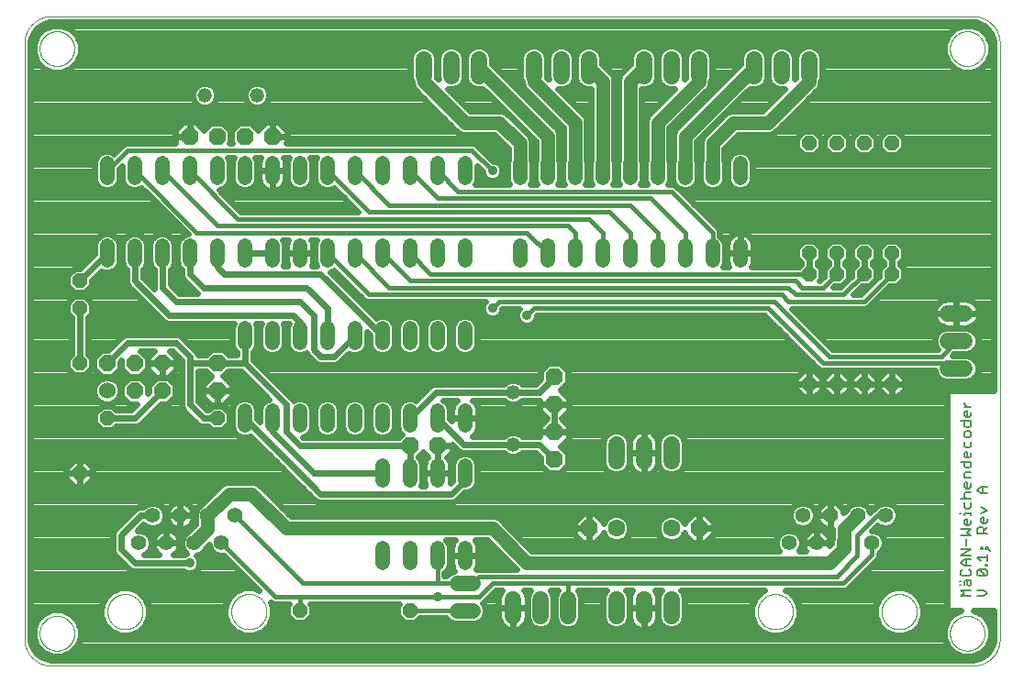
<source format=gtl>
G75*
%MOIN*%
%OFA0B0*%
%FSLAX25Y25*%
%IPPOS*%
%LPD*%
%AMOC8*
5,1,8,0,0,1.08239X$1,22.5*
%
%ADD10C,0.00000*%
%ADD11C,0.00600*%
%ADD12OC8,0.06300*%
%ADD13C,0.06300*%
%ADD14C,0.05200*%
%ADD15C,0.06000*%
%ADD16C,0.05600*%
%ADD17OC8,0.05200*%
%ADD18C,0.05200*%
%ADD19C,0.06000*%
%ADD20OC8,0.06000*%
%ADD21C,0.05500*%
%ADD22C,0.02400*%
%ADD23C,0.01600*%
%ADD24C,0.03562*%
%ADD25C,0.05000*%
D10*
X0026059Y0048303D02*
X0360705Y0048303D01*
X0360943Y0048306D01*
X0361181Y0048314D01*
X0361418Y0048329D01*
X0361655Y0048349D01*
X0361891Y0048375D01*
X0362127Y0048406D01*
X0362362Y0048443D01*
X0362596Y0048486D01*
X0362829Y0048535D01*
X0363061Y0048589D01*
X0363291Y0048649D01*
X0363520Y0048714D01*
X0363747Y0048785D01*
X0363972Y0048861D01*
X0364195Y0048943D01*
X0364417Y0049030D01*
X0364636Y0049122D01*
X0364853Y0049220D01*
X0365067Y0049322D01*
X0365279Y0049430D01*
X0365489Y0049544D01*
X0365695Y0049662D01*
X0365899Y0049785D01*
X0366099Y0049913D01*
X0366296Y0050045D01*
X0366491Y0050183D01*
X0366681Y0050325D01*
X0366869Y0050472D01*
X0367052Y0050623D01*
X0367232Y0050778D01*
X0367408Y0050938D01*
X0367580Y0051102D01*
X0367749Y0051271D01*
X0367913Y0051443D01*
X0368073Y0051619D01*
X0368228Y0051799D01*
X0368379Y0051982D01*
X0368526Y0052170D01*
X0368668Y0052360D01*
X0368806Y0052555D01*
X0368938Y0052752D01*
X0369066Y0052952D01*
X0369189Y0053156D01*
X0369307Y0053362D01*
X0369421Y0053572D01*
X0369529Y0053784D01*
X0369631Y0053998D01*
X0369729Y0054215D01*
X0369821Y0054434D01*
X0369908Y0054656D01*
X0369990Y0054879D01*
X0370066Y0055104D01*
X0370137Y0055331D01*
X0370202Y0055560D01*
X0370262Y0055790D01*
X0370316Y0056022D01*
X0370365Y0056255D01*
X0370408Y0056489D01*
X0370445Y0056724D01*
X0370476Y0056960D01*
X0370502Y0057196D01*
X0370522Y0057433D01*
X0370537Y0057670D01*
X0370545Y0057908D01*
X0370548Y0058146D01*
X0370547Y0058146D02*
X0370547Y0274681D01*
X0370548Y0274681D02*
X0370545Y0274919D01*
X0370537Y0275157D01*
X0370522Y0275394D01*
X0370502Y0275631D01*
X0370476Y0275867D01*
X0370445Y0276103D01*
X0370408Y0276338D01*
X0370365Y0276572D01*
X0370316Y0276805D01*
X0370262Y0277037D01*
X0370202Y0277267D01*
X0370137Y0277496D01*
X0370066Y0277723D01*
X0369990Y0277948D01*
X0369908Y0278171D01*
X0369821Y0278393D01*
X0369729Y0278612D01*
X0369631Y0278829D01*
X0369529Y0279043D01*
X0369421Y0279255D01*
X0369307Y0279465D01*
X0369189Y0279671D01*
X0369066Y0279875D01*
X0368938Y0280075D01*
X0368806Y0280272D01*
X0368668Y0280467D01*
X0368526Y0280657D01*
X0368379Y0280845D01*
X0368228Y0281028D01*
X0368073Y0281208D01*
X0367913Y0281384D01*
X0367749Y0281556D01*
X0367580Y0281725D01*
X0367408Y0281889D01*
X0367232Y0282049D01*
X0367052Y0282204D01*
X0366869Y0282355D01*
X0366681Y0282502D01*
X0366491Y0282644D01*
X0366296Y0282782D01*
X0366099Y0282914D01*
X0365899Y0283042D01*
X0365695Y0283165D01*
X0365489Y0283283D01*
X0365279Y0283397D01*
X0365067Y0283505D01*
X0364853Y0283607D01*
X0364636Y0283705D01*
X0364417Y0283797D01*
X0364195Y0283884D01*
X0363972Y0283966D01*
X0363747Y0284042D01*
X0363520Y0284113D01*
X0363291Y0284178D01*
X0363061Y0284238D01*
X0362829Y0284292D01*
X0362596Y0284341D01*
X0362362Y0284384D01*
X0362127Y0284421D01*
X0361891Y0284452D01*
X0361655Y0284478D01*
X0361418Y0284498D01*
X0361181Y0284513D01*
X0360943Y0284521D01*
X0360705Y0284524D01*
X0026059Y0284524D01*
X0025821Y0284521D01*
X0025583Y0284513D01*
X0025346Y0284498D01*
X0025109Y0284478D01*
X0024873Y0284452D01*
X0024637Y0284421D01*
X0024402Y0284384D01*
X0024168Y0284341D01*
X0023935Y0284292D01*
X0023703Y0284238D01*
X0023473Y0284178D01*
X0023244Y0284113D01*
X0023017Y0284042D01*
X0022792Y0283966D01*
X0022569Y0283884D01*
X0022347Y0283797D01*
X0022128Y0283705D01*
X0021911Y0283607D01*
X0021697Y0283505D01*
X0021485Y0283397D01*
X0021275Y0283283D01*
X0021069Y0283165D01*
X0020865Y0283042D01*
X0020665Y0282914D01*
X0020468Y0282782D01*
X0020273Y0282644D01*
X0020083Y0282502D01*
X0019895Y0282355D01*
X0019712Y0282204D01*
X0019532Y0282049D01*
X0019356Y0281889D01*
X0019184Y0281725D01*
X0019015Y0281556D01*
X0018851Y0281384D01*
X0018691Y0281208D01*
X0018536Y0281028D01*
X0018385Y0280845D01*
X0018238Y0280657D01*
X0018096Y0280467D01*
X0017958Y0280272D01*
X0017826Y0280075D01*
X0017698Y0279875D01*
X0017575Y0279671D01*
X0017457Y0279465D01*
X0017343Y0279255D01*
X0017235Y0279043D01*
X0017133Y0278829D01*
X0017035Y0278612D01*
X0016943Y0278393D01*
X0016856Y0278171D01*
X0016774Y0277948D01*
X0016698Y0277723D01*
X0016627Y0277496D01*
X0016562Y0277267D01*
X0016502Y0277037D01*
X0016448Y0276805D01*
X0016399Y0276572D01*
X0016356Y0276338D01*
X0016319Y0276103D01*
X0016288Y0275867D01*
X0016262Y0275631D01*
X0016242Y0275394D01*
X0016227Y0275157D01*
X0016219Y0274919D01*
X0016216Y0274681D01*
X0016217Y0274681D02*
X0016217Y0058146D01*
X0016216Y0058146D02*
X0016219Y0057908D01*
X0016227Y0057670D01*
X0016242Y0057433D01*
X0016262Y0057196D01*
X0016288Y0056960D01*
X0016319Y0056724D01*
X0016356Y0056489D01*
X0016399Y0056255D01*
X0016448Y0056022D01*
X0016502Y0055790D01*
X0016562Y0055560D01*
X0016627Y0055331D01*
X0016698Y0055104D01*
X0016774Y0054879D01*
X0016856Y0054656D01*
X0016943Y0054434D01*
X0017035Y0054215D01*
X0017133Y0053998D01*
X0017235Y0053784D01*
X0017343Y0053572D01*
X0017457Y0053362D01*
X0017575Y0053156D01*
X0017698Y0052952D01*
X0017826Y0052752D01*
X0017958Y0052555D01*
X0018096Y0052360D01*
X0018238Y0052170D01*
X0018385Y0051982D01*
X0018536Y0051799D01*
X0018691Y0051619D01*
X0018851Y0051443D01*
X0019015Y0051271D01*
X0019184Y0051102D01*
X0019356Y0050938D01*
X0019532Y0050778D01*
X0019712Y0050623D01*
X0019895Y0050472D01*
X0020083Y0050325D01*
X0020273Y0050183D01*
X0020468Y0050045D01*
X0020665Y0049913D01*
X0020865Y0049785D01*
X0021069Y0049662D01*
X0021275Y0049544D01*
X0021485Y0049430D01*
X0021697Y0049322D01*
X0021911Y0049220D01*
X0022128Y0049122D01*
X0022347Y0049030D01*
X0022569Y0048943D01*
X0022792Y0048861D01*
X0023017Y0048785D01*
X0023244Y0048714D01*
X0023473Y0048649D01*
X0023703Y0048589D01*
X0023935Y0048535D01*
X0024168Y0048486D01*
X0024402Y0048443D01*
X0024637Y0048406D01*
X0024873Y0048375D01*
X0025109Y0048349D01*
X0025346Y0048329D01*
X0025583Y0048314D01*
X0025821Y0048306D01*
X0026059Y0048303D01*
X0021729Y0060114D02*
X0021731Y0060272D01*
X0021737Y0060430D01*
X0021747Y0060588D01*
X0021761Y0060746D01*
X0021779Y0060903D01*
X0021800Y0061060D01*
X0021826Y0061216D01*
X0021856Y0061372D01*
X0021889Y0061527D01*
X0021927Y0061680D01*
X0021968Y0061833D01*
X0022013Y0061985D01*
X0022062Y0062136D01*
X0022115Y0062285D01*
X0022171Y0062433D01*
X0022231Y0062579D01*
X0022295Y0062724D01*
X0022363Y0062867D01*
X0022434Y0063009D01*
X0022508Y0063149D01*
X0022586Y0063286D01*
X0022668Y0063422D01*
X0022752Y0063556D01*
X0022841Y0063687D01*
X0022932Y0063816D01*
X0023027Y0063943D01*
X0023124Y0064068D01*
X0023225Y0064190D01*
X0023329Y0064309D01*
X0023436Y0064426D01*
X0023546Y0064540D01*
X0023659Y0064651D01*
X0023774Y0064760D01*
X0023892Y0064865D01*
X0024013Y0064967D01*
X0024136Y0065067D01*
X0024262Y0065163D01*
X0024390Y0065256D01*
X0024520Y0065346D01*
X0024653Y0065432D01*
X0024788Y0065516D01*
X0024924Y0065595D01*
X0025063Y0065672D01*
X0025204Y0065744D01*
X0025346Y0065814D01*
X0025490Y0065879D01*
X0025636Y0065941D01*
X0025783Y0065999D01*
X0025932Y0066054D01*
X0026082Y0066105D01*
X0026233Y0066152D01*
X0026385Y0066195D01*
X0026538Y0066234D01*
X0026693Y0066270D01*
X0026848Y0066301D01*
X0027004Y0066329D01*
X0027160Y0066353D01*
X0027317Y0066373D01*
X0027475Y0066389D01*
X0027632Y0066401D01*
X0027791Y0066409D01*
X0027949Y0066413D01*
X0028107Y0066413D01*
X0028265Y0066409D01*
X0028424Y0066401D01*
X0028581Y0066389D01*
X0028739Y0066373D01*
X0028896Y0066353D01*
X0029052Y0066329D01*
X0029208Y0066301D01*
X0029363Y0066270D01*
X0029518Y0066234D01*
X0029671Y0066195D01*
X0029823Y0066152D01*
X0029974Y0066105D01*
X0030124Y0066054D01*
X0030273Y0065999D01*
X0030420Y0065941D01*
X0030566Y0065879D01*
X0030710Y0065814D01*
X0030852Y0065744D01*
X0030993Y0065672D01*
X0031132Y0065595D01*
X0031268Y0065516D01*
X0031403Y0065432D01*
X0031536Y0065346D01*
X0031666Y0065256D01*
X0031794Y0065163D01*
X0031920Y0065067D01*
X0032043Y0064967D01*
X0032164Y0064865D01*
X0032282Y0064760D01*
X0032397Y0064651D01*
X0032510Y0064540D01*
X0032620Y0064426D01*
X0032727Y0064309D01*
X0032831Y0064190D01*
X0032932Y0064068D01*
X0033029Y0063943D01*
X0033124Y0063816D01*
X0033215Y0063687D01*
X0033304Y0063556D01*
X0033388Y0063422D01*
X0033470Y0063286D01*
X0033548Y0063149D01*
X0033622Y0063009D01*
X0033693Y0062867D01*
X0033761Y0062724D01*
X0033825Y0062579D01*
X0033885Y0062433D01*
X0033941Y0062285D01*
X0033994Y0062136D01*
X0034043Y0061985D01*
X0034088Y0061833D01*
X0034129Y0061680D01*
X0034167Y0061527D01*
X0034200Y0061372D01*
X0034230Y0061216D01*
X0034256Y0061060D01*
X0034277Y0060903D01*
X0034295Y0060746D01*
X0034309Y0060588D01*
X0034319Y0060430D01*
X0034325Y0060272D01*
X0034327Y0060114D01*
X0034325Y0059956D01*
X0034319Y0059798D01*
X0034309Y0059640D01*
X0034295Y0059482D01*
X0034277Y0059325D01*
X0034256Y0059168D01*
X0034230Y0059012D01*
X0034200Y0058856D01*
X0034167Y0058701D01*
X0034129Y0058548D01*
X0034088Y0058395D01*
X0034043Y0058243D01*
X0033994Y0058092D01*
X0033941Y0057943D01*
X0033885Y0057795D01*
X0033825Y0057649D01*
X0033761Y0057504D01*
X0033693Y0057361D01*
X0033622Y0057219D01*
X0033548Y0057079D01*
X0033470Y0056942D01*
X0033388Y0056806D01*
X0033304Y0056672D01*
X0033215Y0056541D01*
X0033124Y0056412D01*
X0033029Y0056285D01*
X0032932Y0056160D01*
X0032831Y0056038D01*
X0032727Y0055919D01*
X0032620Y0055802D01*
X0032510Y0055688D01*
X0032397Y0055577D01*
X0032282Y0055468D01*
X0032164Y0055363D01*
X0032043Y0055261D01*
X0031920Y0055161D01*
X0031794Y0055065D01*
X0031666Y0054972D01*
X0031536Y0054882D01*
X0031403Y0054796D01*
X0031268Y0054712D01*
X0031132Y0054633D01*
X0030993Y0054556D01*
X0030852Y0054484D01*
X0030710Y0054414D01*
X0030566Y0054349D01*
X0030420Y0054287D01*
X0030273Y0054229D01*
X0030124Y0054174D01*
X0029974Y0054123D01*
X0029823Y0054076D01*
X0029671Y0054033D01*
X0029518Y0053994D01*
X0029363Y0053958D01*
X0029208Y0053927D01*
X0029052Y0053899D01*
X0028896Y0053875D01*
X0028739Y0053855D01*
X0028581Y0053839D01*
X0028424Y0053827D01*
X0028265Y0053819D01*
X0028107Y0053815D01*
X0027949Y0053815D01*
X0027791Y0053819D01*
X0027632Y0053827D01*
X0027475Y0053839D01*
X0027317Y0053855D01*
X0027160Y0053875D01*
X0027004Y0053899D01*
X0026848Y0053927D01*
X0026693Y0053958D01*
X0026538Y0053994D01*
X0026385Y0054033D01*
X0026233Y0054076D01*
X0026082Y0054123D01*
X0025932Y0054174D01*
X0025783Y0054229D01*
X0025636Y0054287D01*
X0025490Y0054349D01*
X0025346Y0054414D01*
X0025204Y0054484D01*
X0025063Y0054556D01*
X0024924Y0054633D01*
X0024788Y0054712D01*
X0024653Y0054796D01*
X0024520Y0054882D01*
X0024390Y0054972D01*
X0024262Y0055065D01*
X0024136Y0055161D01*
X0024013Y0055261D01*
X0023892Y0055363D01*
X0023774Y0055468D01*
X0023659Y0055577D01*
X0023546Y0055688D01*
X0023436Y0055802D01*
X0023329Y0055919D01*
X0023225Y0056038D01*
X0023124Y0056160D01*
X0023027Y0056285D01*
X0022932Y0056412D01*
X0022841Y0056541D01*
X0022752Y0056672D01*
X0022668Y0056806D01*
X0022586Y0056942D01*
X0022508Y0057079D01*
X0022434Y0057219D01*
X0022363Y0057361D01*
X0022295Y0057504D01*
X0022231Y0057649D01*
X0022171Y0057795D01*
X0022115Y0057943D01*
X0022062Y0058092D01*
X0022013Y0058243D01*
X0021968Y0058395D01*
X0021927Y0058548D01*
X0021889Y0058701D01*
X0021856Y0058856D01*
X0021826Y0059012D01*
X0021800Y0059168D01*
X0021779Y0059325D01*
X0021761Y0059482D01*
X0021747Y0059640D01*
X0021737Y0059798D01*
X0021731Y0059956D01*
X0021729Y0060114D01*
X0046372Y0067988D02*
X0046374Y0068148D01*
X0046380Y0068307D01*
X0046390Y0068466D01*
X0046404Y0068625D01*
X0046422Y0068784D01*
X0046443Y0068942D01*
X0046469Y0069099D01*
X0046499Y0069256D01*
X0046532Y0069412D01*
X0046570Y0069567D01*
X0046611Y0069721D01*
X0046656Y0069874D01*
X0046705Y0070026D01*
X0046758Y0070177D01*
X0046814Y0070326D01*
X0046875Y0070474D01*
X0046938Y0070620D01*
X0047006Y0070765D01*
X0047077Y0070908D01*
X0047151Y0071049D01*
X0047229Y0071188D01*
X0047311Y0071325D01*
X0047396Y0071460D01*
X0047484Y0071593D01*
X0047576Y0071724D01*
X0047670Y0071852D01*
X0047768Y0071978D01*
X0047869Y0072102D01*
X0047973Y0072223D01*
X0048080Y0072341D01*
X0048190Y0072457D01*
X0048303Y0072570D01*
X0048419Y0072680D01*
X0048537Y0072787D01*
X0048658Y0072891D01*
X0048782Y0072992D01*
X0048908Y0073090D01*
X0049036Y0073184D01*
X0049167Y0073276D01*
X0049300Y0073364D01*
X0049435Y0073449D01*
X0049572Y0073531D01*
X0049711Y0073609D01*
X0049852Y0073683D01*
X0049995Y0073754D01*
X0050140Y0073822D01*
X0050286Y0073885D01*
X0050434Y0073946D01*
X0050583Y0074002D01*
X0050734Y0074055D01*
X0050886Y0074104D01*
X0051039Y0074149D01*
X0051193Y0074190D01*
X0051348Y0074228D01*
X0051504Y0074261D01*
X0051661Y0074291D01*
X0051818Y0074317D01*
X0051976Y0074338D01*
X0052135Y0074356D01*
X0052294Y0074370D01*
X0052453Y0074380D01*
X0052612Y0074386D01*
X0052772Y0074388D01*
X0052932Y0074386D01*
X0053091Y0074380D01*
X0053250Y0074370D01*
X0053409Y0074356D01*
X0053568Y0074338D01*
X0053726Y0074317D01*
X0053883Y0074291D01*
X0054040Y0074261D01*
X0054196Y0074228D01*
X0054351Y0074190D01*
X0054505Y0074149D01*
X0054658Y0074104D01*
X0054810Y0074055D01*
X0054961Y0074002D01*
X0055110Y0073946D01*
X0055258Y0073885D01*
X0055404Y0073822D01*
X0055549Y0073754D01*
X0055692Y0073683D01*
X0055833Y0073609D01*
X0055972Y0073531D01*
X0056109Y0073449D01*
X0056244Y0073364D01*
X0056377Y0073276D01*
X0056508Y0073184D01*
X0056636Y0073090D01*
X0056762Y0072992D01*
X0056886Y0072891D01*
X0057007Y0072787D01*
X0057125Y0072680D01*
X0057241Y0072570D01*
X0057354Y0072457D01*
X0057464Y0072341D01*
X0057571Y0072223D01*
X0057675Y0072102D01*
X0057776Y0071978D01*
X0057874Y0071852D01*
X0057968Y0071724D01*
X0058060Y0071593D01*
X0058148Y0071460D01*
X0058233Y0071325D01*
X0058315Y0071188D01*
X0058393Y0071049D01*
X0058467Y0070908D01*
X0058538Y0070765D01*
X0058606Y0070620D01*
X0058669Y0070474D01*
X0058730Y0070326D01*
X0058786Y0070177D01*
X0058839Y0070026D01*
X0058888Y0069874D01*
X0058933Y0069721D01*
X0058974Y0069567D01*
X0059012Y0069412D01*
X0059045Y0069256D01*
X0059075Y0069099D01*
X0059101Y0068942D01*
X0059122Y0068784D01*
X0059140Y0068625D01*
X0059154Y0068466D01*
X0059164Y0068307D01*
X0059170Y0068148D01*
X0059172Y0067988D01*
X0059170Y0067828D01*
X0059164Y0067669D01*
X0059154Y0067510D01*
X0059140Y0067351D01*
X0059122Y0067192D01*
X0059101Y0067034D01*
X0059075Y0066877D01*
X0059045Y0066720D01*
X0059012Y0066564D01*
X0058974Y0066409D01*
X0058933Y0066255D01*
X0058888Y0066102D01*
X0058839Y0065950D01*
X0058786Y0065799D01*
X0058730Y0065650D01*
X0058669Y0065502D01*
X0058606Y0065356D01*
X0058538Y0065211D01*
X0058467Y0065068D01*
X0058393Y0064927D01*
X0058315Y0064788D01*
X0058233Y0064651D01*
X0058148Y0064516D01*
X0058060Y0064383D01*
X0057968Y0064252D01*
X0057874Y0064124D01*
X0057776Y0063998D01*
X0057675Y0063874D01*
X0057571Y0063753D01*
X0057464Y0063635D01*
X0057354Y0063519D01*
X0057241Y0063406D01*
X0057125Y0063296D01*
X0057007Y0063189D01*
X0056886Y0063085D01*
X0056762Y0062984D01*
X0056636Y0062886D01*
X0056508Y0062792D01*
X0056377Y0062700D01*
X0056244Y0062612D01*
X0056109Y0062527D01*
X0055972Y0062445D01*
X0055833Y0062367D01*
X0055692Y0062293D01*
X0055549Y0062222D01*
X0055404Y0062154D01*
X0055258Y0062091D01*
X0055110Y0062030D01*
X0054961Y0061974D01*
X0054810Y0061921D01*
X0054658Y0061872D01*
X0054505Y0061827D01*
X0054351Y0061786D01*
X0054196Y0061748D01*
X0054040Y0061715D01*
X0053883Y0061685D01*
X0053726Y0061659D01*
X0053568Y0061638D01*
X0053409Y0061620D01*
X0053250Y0061606D01*
X0053091Y0061596D01*
X0052932Y0061590D01*
X0052772Y0061588D01*
X0052612Y0061590D01*
X0052453Y0061596D01*
X0052294Y0061606D01*
X0052135Y0061620D01*
X0051976Y0061638D01*
X0051818Y0061659D01*
X0051661Y0061685D01*
X0051504Y0061715D01*
X0051348Y0061748D01*
X0051193Y0061786D01*
X0051039Y0061827D01*
X0050886Y0061872D01*
X0050734Y0061921D01*
X0050583Y0061974D01*
X0050434Y0062030D01*
X0050286Y0062091D01*
X0050140Y0062154D01*
X0049995Y0062222D01*
X0049852Y0062293D01*
X0049711Y0062367D01*
X0049572Y0062445D01*
X0049435Y0062527D01*
X0049300Y0062612D01*
X0049167Y0062700D01*
X0049036Y0062792D01*
X0048908Y0062886D01*
X0048782Y0062984D01*
X0048658Y0063085D01*
X0048537Y0063189D01*
X0048419Y0063296D01*
X0048303Y0063406D01*
X0048190Y0063519D01*
X0048080Y0063635D01*
X0047973Y0063753D01*
X0047869Y0063874D01*
X0047768Y0063998D01*
X0047670Y0064124D01*
X0047576Y0064252D01*
X0047484Y0064383D01*
X0047396Y0064516D01*
X0047311Y0064651D01*
X0047229Y0064788D01*
X0047151Y0064927D01*
X0047077Y0065068D01*
X0047006Y0065211D01*
X0046938Y0065356D01*
X0046875Y0065502D01*
X0046814Y0065650D01*
X0046758Y0065799D01*
X0046705Y0065950D01*
X0046656Y0066102D01*
X0046611Y0066255D01*
X0046570Y0066409D01*
X0046532Y0066564D01*
X0046499Y0066720D01*
X0046469Y0066877D01*
X0046443Y0067034D01*
X0046422Y0067192D01*
X0046404Y0067351D01*
X0046390Y0067510D01*
X0046380Y0067669D01*
X0046374Y0067828D01*
X0046372Y0067988D01*
X0091372Y0067988D02*
X0091374Y0068148D01*
X0091380Y0068307D01*
X0091390Y0068466D01*
X0091404Y0068625D01*
X0091422Y0068784D01*
X0091443Y0068942D01*
X0091469Y0069099D01*
X0091499Y0069256D01*
X0091532Y0069412D01*
X0091570Y0069567D01*
X0091611Y0069721D01*
X0091656Y0069874D01*
X0091705Y0070026D01*
X0091758Y0070177D01*
X0091814Y0070326D01*
X0091875Y0070474D01*
X0091938Y0070620D01*
X0092006Y0070765D01*
X0092077Y0070908D01*
X0092151Y0071049D01*
X0092229Y0071188D01*
X0092311Y0071325D01*
X0092396Y0071460D01*
X0092484Y0071593D01*
X0092576Y0071724D01*
X0092670Y0071852D01*
X0092768Y0071978D01*
X0092869Y0072102D01*
X0092973Y0072223D01*
X0093080Y0072341D01*
X0093190Y0072457D01*
X0093303Y0072570D01*
X0093419Y0072680D01*
X0093537Y0072787D01*
X0093658Y0072891D01*
X0093782Y0072992D01*
X0093908Y0073090D01*
X0094036Y0073184D01*
X0094167Y0073276D01*
X0094300Y0073364D01*
X0094435Y0073449D01*
X0094572Y0073531D01*
X0094711Y0073609D01*
X0094852Y0073683D01*
X0094995Y0073754D01*
X0095140Y0073822D01*
X0095286Y0073885D01*
X0095434Y0073946D01*
X0095583Y0074002D01*
X0095734Y0074055D01*
X0095886Y0074104D01*
X0096039Y0074149D01*
X0096193Y0074190D01*
X0096348Y0074228D01*
X0096504Y0074261D01*
X0096661Y0074291D01*
X0096818Y0074317D01*
X0096976Y0074338D01*
X0097135Y0074356D01*
X0097294Y0074370D01*
X0097453Y0074380D01*
X0097612Y0074386D01*
X0097772Y0074388D01*
X0097932Y0074386D01*
X0098091Y0074380D01*
X0098250Y0074370D01*
X0098409Y0074356D01*
X0098568Y0074338D01*
X0098726Y0074317D01*
X0098883Y0074291D01*
X0099040Y0074261D01*
X0099196Y0074228D01*
X0099351Y0074190D01*
X0099505Y0074149D01*
X0099658Y0074104D01*
X0099810Y0074055D01*
X0099961Y0074002D01*
X0100110Y0073946D01*
X0100258Y0073885D01*
X0100404Y0073822D01*
X0100549Y0073754D01*
X0100692Y0073683D01*
X0100833Y0073609D01*
X0100972Y0073531D01*
X0101109Y0073449D01*
X0101244Y0073364D01*
X0101377Y0073276D01*
X0101508Y0073184D01*
X0101636Y0073090D01*
X0101762Y0072992D01*
X0101886Y0072891D01*
X0102007Y0072787D01*
X0102125Y0072680D01*
X0102241Y0072570D01*
X0102354Y0072457D01*
X0102464Y0072341D01*
X0102571Y0072223D01*
X0102675Y0072102D01*
X0102776Y0071978D01*
X0102874Y0071852D01*
X0102968Y0071724D01*
X0103060Y0071593D01*
X0103148Y0071460D01*
X0103233Y0071325D01*
X0103315Y0071188D01*
X0103393Y0071049D01*
X0103467Y0070908D01*
X0103538Y0070765D01*
X0103606Y0070620D01*
X0103669Y0070474D01*
X0103730Y0070326D01*
X0103786Y0070177D01*
X0103839Y0070026D01*
X0103888Y0069874D01*
X0103933Y0069721D01*
X0103974Y0069567D01*
X0104012Y0069412D01*
X0104045Y0069256D01*
X0104075Y0069099D01*
X0104101Y0068942D01*
X0104122Y0068784D01*
X0104140Y0068625D01*
X0104154Y0068466D01*
X0104164Y0068307D01*
X0104170Y0068148D01*
X0104172Y0067988D01*
X0104170Y0067828D01*
X0104164Y0067669D01*
X0104154Y0067510D01*
X0104140Y0067351D01*
X0104122Y0067192D01*
X0104101Y0067034D01*
X0104075Y0066877D01*
X0104045Y0066720D01*
X0104012Y0066564D01*
X0103974Y0066409D01*
X0103933Y0066255D01*
X0103888Y0066102D01*
X0103839Y0065950D01*
X0103786Y0065799D01*
X0103730Y0065650D01*
X0103669Y0065502D01*
X0103606Y0065356D01*
X0103538Y0065211D01*
X0103467Y0065068D01*
X0103393Y0064927D01*
X0103315Y0064788D01*
X0103233Y0064651D01*
X0103148Y0064516D01*
X0103060Y0064383D01*
X0102968Y0064252D01*
X0102874Y0064124D01*
X0102776Y0063998D01*
X0102675Y0063874D01*
X0102571Y0063753D01*
X0102464Y0063635D01*
X0102354Y0063519D01*
X0102241Y0063406D01*
X0102125Y0063296D01*
X0102007Y0063189D01*
X0101886Y0063085D01*
X0101762Y0062984D01*
X0101636Y0062886D01*
X0101508Y0062792D01*
X0101377Y0062700D01*
X0101244Y0062612D01*
X0101109Y0062527D01*
X0100972Y0062445D01*
X0100833Y0062367D01*
X0100692Y0062293D01*
X0100549Y0062222D01*
X0100404Y0062154D01*
X0100258Y0062091D01*
X0100110Y0062030D01*
X0099961Y0061974D01*
X0099810Y0061921D01*
X0099658Y0061872D01*
X0099505Y0061827D01*
X0099351Y0061786D01*
X0099196Y0061748D01*
X0099040Y0061715D01*
X0098883Y0061685D01*
X0098726Y0061659D01*
X0098568Y0061638D01*
X0098409Y0061620D01*
X0098250Y0061606D01*
X0098091Y0061596D01*
X0097932Y0061590D01*
X0097772Y0061588D01*
X0097612Y0061590D01*
X0097453Y0061596D01*
X0097294Y0061606D01*
X0097135Y0061620D01*
X0096976Y0061638D01*
X0096818Y0061659D01*
X0096661Y0061685D01*
X0096504Y0061715D01*
X0096348Y0061748D01*
X0096193Y0061786D01*
X0096039Y0061827D01*
X0095886Y0061872D01*
X0095734Y0061921D01*
X0095583Y0061974D01*
X0095434Y0062030D01*
X0095286Y0062091D01*
X0095140Y0062154D01*
X0094995Y0062222D01*
X0094852Y0062293D01*
X0094711Y0062367D01*
X0094572Y0062445D01*
X0094435Y0062527D01*
X0094300Y0062612D01*
X0094167Y0062700D01*
X0094036Y0062792D01*
X0093908Y0062886D01*
X0093782Y0062984D01*
X0093658Y0063085D01*
X0093537Y0063189D01*
X0093419Y0063296D01*
X0093303Y0063406D01*
X0093190Y0063519D01*
X0093080Y0063635D01*
X0092973Y0063753D01*
X0092869Y0063874D01*
X0092768Y0063998D01*
X0092670Y0064124D01*
X0092576Y0064252D01*
X0092484Y0064383D01*
X0092396Y0064516D01*
X0092311Y0064651D01*
X0092229Y0064788D01*
X0092151Y0064927D01*
X0092077Y0065068D01*
X0092006Y0065211D01*
X0091938Y0065356D01*
X0091875Y0065502D01*
X0091814Y0065650D01*
X0091758Y0065799D01*
X0091705Y0065950D01*
X0091656Y0066102D01*
X0091611Y0066255D01*
X0091570Y0066409D01*
X0091532Y0066564D01*
X0091499Y0066720D01*
X0091469Y0066877D01*
X0091443Y0067034D01*
X0091422Y0067192D01*
X0091404Y0067351D01*
X0091390Y0067510D01*
X0091380Y0067669D01*
X0091374Y0067828D01*
X0091372Y0067988D01*
X0282592Y0067988D02*
X0282594Y0068148D01*
X0282600Y0068307D01*
X0282610Y0068466D01*
X0282624Y0068625D01*
X0282642Y0068784D01*
X0282663Y0068942D01*
X0282689Y0069099D01*
X0282719Y0069256D01*
X0282752Y0069412D01*
X0282790Y0069567D01*
X0282831Y0069721D01*
X0282876Y0069874D01*
X0282925Y0070026D01*
X0282978Y0070177D01*
X0283034Y0070326D01*
X0283095Y0070474D01*
X0283158Y0070620D01*
X0283226Y0070765D01*
X0283297Y0070908D01*
X0283371Y0071049D01*
X0283449Y0071188D01*
X0283531Y0071325D01*
X0283616Y0071460D01*
X0283704Y0071593D01*
X0283796Y0071724D01*
X0283890Y0071852D01*
X0283988Y0071978D01*
X0284089Y0072102D01*
X0284193Y0072223D01*
X0284300Y0072341D01*
X0284410Y0072457D01*
X0284523Y0072570D01*
X0284639Y0072680D01*
X0284757Y0072787D01*
X0284878Y0072891D01*
X0285002Y0072992D01*
X0285128Y0073090D01*
X0285256Y0073184D01*
X0285387Y0073276D01*
X0285520Y0073364D01*
X0285655Y0073449D01*
X0285792Y0073531D01*
X0285931Y0073609D01*
X0286072Y0073683D01*
X0286215Y0073754D01*
X0286360Y0073822D01*
X0286506Y0073885D01*
X0286654Y0073946D01*
X0286803Y0074002D01*
X0286954Y0074055D01*
X0287106Y0074104D01*
X0287259Y0074149D01*
X0287413Y0074190D01*
X0287568Y0074228D01*
X0287724Y0074261D01*
X0287881Y0074291D01*
X0288038Y0074317D01*
X0288196Y0074338D01*
X0288355Y0074356D01*
X0288514Y0074370D01*
X0288673Y0074380D01*
X0288832Y0074386D01*
X0288992Y0074388D01*
X0289152Y0074386D01*
X0289311Y0074380D01*
X0289470Y0074370D01*
X0289629Y0074356D01*
X0289788Y0074338D01*
X0289946Y0074317D01*
X0290103Y0074291D01*
X0290260Y0074261D01*
X0290416Y0074228D01*
X0290571Y0074190D01*
X0290725Y0074149D01*
X0290878Y0074104D01*
X0291030Y0074055D01*
X0291181Y0074002D01*
X0291330Y0073946D01*
X0291478Y0073885D01*
X0291624Y0073822D01*
X0291769Y0073754D01*
X0291912Y0073683D01*
X0292053Y0073609D01*
X0292192Y0073531D01*
X0292329Y0073449D01*
X0292464Y0073364D01*
X0292597Y0073276D01*
X0292728Y0073184D01*
X0292856Y0073090D01*
X0292982Y0072992D01*
X0293106Y0072891D01*
X0293227Y0072787D01*
X0293345Y0072680D01*
X0293461Y0072570D01*
X0293574Y0072457D01*
X0293684Y0072341D01*
X0293791Y0072223D01*
X0293895Y0072102D01*
X0293996Y0071978D01*
X0294094Y0071852D01*
X0294188Y0071724D01*
X0294280Y0071593D01*
X0294368Y0071460D01*
X0294453Y0071325D01*
X0294535Y0071188D01*
X0294613Y0071049D01*
X0294687Y0070908D01*
X0294758Y0070765D01*
X0294826Y0070620D01*
X0294889Y0070474D01*
X0294950Y0070326D01*
X0295006Y0070177D01*
X0295059Y0070026D01*
X0295108Y0069874D01*
X0295153Y0069721D01*
X0295194Y0069567D01*
X0295232Y0069412D01*
X0295265Y0069256D01*
X0295295Y0069099D01*
X0295321Y0068942D01*
X0295342Y0068784D01*
X0295360Y0068625D01*
X0295374Y0068466D01*
X0295384Y0068307D01*
X0295390Y0068148D01*
X0295392Y0067988D01*
X0295390Y0067828D01*
X0295384Y0067669D01*
X0295374Y0067510D01*
X0295360Y0067351D01*
X0295342Y0067192D01*
X0295321Y0067034D01*
X0295295Y0066877D01*
X0295265Y0066720D01*
X0295232Y0066564D01*
X0295194Y0066409D01*
X0295153Y0066255D01*
X0295108Y0066102D01*
X0295059Y0065950D01*
X0295006Y0065799D01*
X0294950Y0065650D01*
X0294889Y0065502D01*
X0294826Y0065356D01*
X0294758Y0065211D01*
X0294687Y0065068D01*
X0294613Y0064927D01*
X0294535Y0064788D01*
X0294453Y0064651D01*
X0294368Y0064516D01*
X0294280Y0064383D01*
X0294188Y0064252D01*
X0294094Y0064124D01*
X0293996Y0063998D01*
X0293895Y0063874D01*
X0293791Y0063753D01*
X0293684Y0063635D01*
X0293574Y0063519D01*
X0293461Y0063406D01*
X0293345Y0063296D01*
X0293227Y0063189D01*
X0293106Y0063085D01*
X0292982Y0062984D01*
X0292856Y0062886D01*
X0292728Y0062792D01*
X0292597Y0062700D01*
X0292464Y0062612D01*
X0292329Y0062527D01*
X0292192Y0062445D01*
X0292053Y0062367D01*
X0291912Y0062293D01*
X0291769Y0062222D01*
X0291624Y0062154D01*
X0291478Y0062091D01*
X0291330Y0062030D01*
X0291181Y0061974D01*
X0291030Y0061921D01*
X0290878Y0061872D01*
X0290725Y0061827D01*
X0290571Y0061786D01*
X0290416Y0061748D01*
X0290260Y0061715D01*
X0290103Y0061685D01*
X0289946Y0061659D01*
X0289788Y0061638D01*
X0289629Y0061620D01*
X0289470Y0061606D01*
X0289311Y0061596D01*
X0289152Y0061590D01*
X0288992Y0061588D01*
X0288832Y0061590D01*
X0288673Y0061596D01*
X0288514Y0061606D01*
X0288355Y0061620D01*
X0288196Y0061638D01*
X0288038Y0061659D01*
X0287881Y0061685D01*
X0287724Y0061715D01*
X0287568Y0061748D01*
X0287413Y0061786D01*
X0287259Y0061827D01*
X0287106Y0061872D01*
X0286954Y0061921D01*
X0286803Y0061974D01*
X0286654Y0062030D01*
X0286506Y0062091D01*
X0286360Y0062154D01*
X0286215Y0062222D01*
X0286072Y0062293D01*
X0285931Y0062367D01*
X0285792Y0062445D01*
X0285655Y0062527D01*
X0285520Y0062612D01*
X0285387Y0062700D01*
X0285256Y0062792D01*
X0285128Y0062886D01*
X0285002Y0062984D01*
X0284878Y0063085D01*
X0284757Y0063189D01*
X0284639Y0063296D01*
X0284523Y0063406D01*
X0284410Y0063519D01*
X0284300Y0063635D01*
X0284193Y0063753D01*
X0284089Y0063874D01*
X0283988Y0063998D01*
X0283890Y0064124D01*
X0283796Y0064252D01*
X0283704Y0064383D01*
X0283616Y0064516D01*
X0283531Y0064651D01*
X0283449Y0064788D01*
X0283371Y0064927D01*
X0283297Y0065068D01*
X0283226Y0065211D01*
X0283158Y0065356D01*
X0283095Y0065502D01*
X0283034Y0065650D01*
X0282978Y0065799D01*
X0282925Y0065950D01*
X0282876Y0066102D01*
X0282831Y0066255D01*
X0282790Y0066409D01*
X0282752Y0066564D01*
X0282719Y0066720D01*
X0282689Y0066877D01*
X0282663Y0067034D01*
X0282642Y0067192D01*
X0282624Y0067351D01*
X0282610Y0067510D01*
X0282600Y0067669D01*
X0282594Y0067828D01*
X0282592Y0067988D01*
X0327592Y0067988D02*
X0327594Y0068148D01*
X0327600Y0068307D01*
X0327610Y0068466D01*
X0327624Y0068625D01*
X0327642Y0068784D01*
X0327663Y0068942D01*
X0327689Y0069099D01*
X0327719Y0069256D01*
X0327752Y0069412D01*
X0327790Y0069567D01*
X0327831Y0069721D01*
X0327876Y0069874D01*
X0327925Y0070026D01*
X0327978Y0070177D01*
X0328034Y0070326D01*
X0328095Y0070474D01*
X0328158Y0070620D01*
X0328226Y0070765D01*
X0328297Y0070908D01*
X0328371Y0071049D01*
X0328449Y0071188D01*
X0328531Y0071325D01*
X0328616Y0071460D01*
X0328704Y0071593D01*
X0328796Y0071724D01*
X0328890Y0071852D01*
X0328988Y0071978D01*
X0329089Y0072102D01*
X0329193Y0072223D01*
X0329300Y0072341D01*
X0329410Y0072457D01*
X0329523Y0072570D01*
X0329639Y0072680D01*
X0329757Y0072787D01*
X0329878Y0072891D01*
X0330002Y0072992D01*
X0330128Y0073090D01*
X0330256Y0073184D01*
X0330387Y0073276D01*
X0330520Y0073364D01*
X0330655Y0073449D01*
X0330792Y0073531D01*
X0330931Y0073609D01*
X0331072Y0073683D01*
X0331215Y0073754D01*
X0331360Y0073822D01*
X0331506Y0073885D01*
X0331654Y0073946D01*
X0331803Y0074002D01*
X0331954Y0074055D01*
X0332106Y0074104D01*
X0332259Y0074149D01*
X0332413Y0074190D01*
X0332568Y0074228D01*
X0332724Y0074261D01*
X0332881Y0074291D01*
X0333038Y0074317D01*
X0333196Y0074338D01*
X0333355Y0074356D01*
X0333514Y0074370D01*
X0333673Y0074380D01*
X0333832Y0074386D01*
X0333992Y0074388D01*
X0334152Y0074386D01*
X0334311Y0074380D01*
X0334470Y0074370D01*
X0334629Y0074356D01*
X0334788Y0074338D01*
X0334946Y0074317D01*
X0335103Y0074291D01*
X0335260Y0074261D01*
X0335416Y0074228D01*
X0335571Y0074190D01*
X0335725Y0074149D01*
X0335878Y0074104D01*
X0336030Y0074055D01*
X0336181Y0074002D01*
X0336330Y0073946D01*
X0336478Y0073885D01*
X0336624Y0073822D01*
X0336769Y0073754D01*
X0336912Y0073683D01*
X0337053Y0073609D01*
X0337192Y0073531D01*
X0337329Y0073449D01*
X0337464Y0073364D01*
X0337597Y0073276D01*
X0337728Y0073184D01*
X0337856Y0073090D01*
X0337982Y0072992D01*
X0338106Y0072891D01*
X0338227Y0072787D01*
X0338345Y0072680D01*
X0338461Y0072570D01*
X0338574Y0072457D01*
X0338684Y0072341D01*
X0338791Y0072223D01*
X0338895Y0072102D01*
X0338996Y0071978D01*
X0339094Y0071852D01*
X0339188Y0071724D01*
X0339280Y0071593D01*
X0339368Y0071460D01*
X0339453Y0071325D01*
X0339535Y0071188D01*
X0339613Y0071049D01*
X0339687Y0070908D01*
X0339758Y0070765D01*
X0339826Y0070620D01*
X0339889Y0070474D01*
X0339950Y0070326D01*
X0340006Y0070177D01*
X0340059Y0070026D01*
X0340108Y0069874D01*
X0340153Y0069721D01*
X0340194Y0069567D01*
X0340232Y0069412D01*
X0340265Y0069256D01*
X0340295Y0069099D01*
X0340321Y0068942D01*
X0340342Y0068784D01*
X0340360Y0068625D01*
X0340374Y0068466D01*
X0340384Y0068307D01*
X0340390Y0068148D01*
X0340392Y0067988D01*
X0340390Y0067828D01*
X0340384Y0067669D01*
X0340374Y0067510D01*
X0340360Y0067351D01*
X0340342Y0067192D01*
X0340321Y0067034D01*
X0340295Y0066877D01*
X0340265Y0066720D01*
X0340232Y0066564D01*
X0340194Y0066409D01*
X0340153Y0066255D01*
X0340108Y0066102D01*
X0340059Y0065950D01*
X0340006Y0065799D01*
X0339950Y0065650D01*
X0339889Y0065502D01*
X0339826Y0065356D01*
X0339758Y0065211D01*
X0339687Y0065068D01*
X0339613Y0064927D01*
X0339535Y0064788D01*
X0339453Y0064651D01*
X0339368Y0064516D01*
X0339280Y0064383D01*
X0339188Y0064252D01*
X0339094Y0064124D01*
X0338996Y0063998D01*
X0338895Y0063874D01*
X0338791Y0063753D01*
X0338684Y0063635D01*
X0338574Y0063519D01*
X0338461Y0063406D01*
X0338345Y0063296D01*
X0338227Y0063189D01*
X0338106Y0063085D01*
X0337982Y0062984D01*
X0337856Y0062886D01*
X0337728Y0062792D01*
X0337597Y0062700D01*
X0337464Y0062612D01*
X0337329Y0062527D01*
X0337192Y0062445D01*
X0337053Y0062367D01*
X0336912Y0062293D01*
X0336769Y0062222D01*
X0336624Y0062154D01*
X0336478Y0062091D01*
X0336330Y0062030D01*
X0336181Y0061974D01*
X0336030Y0061921D01*
X0335878Y0061872D01*
X0335725Y0061827D01*
X0335571Y0061786D01*
X0335416Y0061748D01*
X0335260Y0061715D01*
X0335103Y0061685D01*
X0334946Y0061659D01*
X0334788Y0061638D01*
X0334629Y0061620D01*
X0334470Y0061606D01*
X0334311Y0061596D01*
X0334152Y0061590D01*
X0333992Y0061588D01*
X0333832Y0061590D01*
X0333673Y0061596D01*
X0333514Y0061606D01*
X0333355Y0061620D01*
X0333196Y0061638D01*
X0333038Y0061659D01*
X0332881Y0061685D01*
X0332724Y0061715D01*
X0332568Y0061748D01*
X0332413Y0061786D01*
X0332259Y0061827D01*
X0332106Y0061872D01*
X0331954Y0061921D01*
X0331803Y0061974D01*
X0331654Y0062030D01*
X0331506Y0062091D01*
X0331360Y0062154D01*
X0331215Y0062222D01*
X0331072Y0062293D01*
X0330931Y0062367D01*
X0330792Y0062445D01*
X0330655Y0062527D01*
X0330520Y0062612D01*
X0330387Y0062700D01*
X0330256Y0062792D01*
X0330128Y0062886D01*
X0330002Y0062984D01*
X0329878Y0063085D01*
X0329757Y0063189D01*
X0329639Y0063296D01*
X0329523Y0063406D01*
X0329410Y0063519D01*
X0329300Y0063635D01*
X0329193Y0063753D01*
X0329089Y0063874D01*
X0328988Y0063998D01*
X0328890Y0064124D01*
X0328796Y0064252D01*
X0328704Y0064383D01*
X0328616Y0064516D01*
X0328531Y0064651D01*
X0328449Y0064788D01*
X0328371Y0064927D01*
X0328297Y0065068D01*
X0328226Y0065211D01*
X0328158Y0065356D01*
X0328095Y0065502D01*
X0328034Y0065650D01*
X0327978Y0065799D01*
X0327925Y0065950D01*
X0327876Y0066102D01*
X0327831Y0066255D01*
X0327790Y0066409D01*
X0327752Y0066564D01*
X0327719Y0066720D01*
X0327689Y0066877D01*
X0327663Y0067034D01*
X0327642Y0067192D01*
X0327624Y0067351D01*
X0327610Y0067510D01*
X0327600Y0067669D01*
X0327594Y0067828D01*
X0327592Y0067988D01*
X0352437Y0060114D02*
X0352439Y0060272D01*
X0352445Y0060430D01*
X0352455Y0060588D01*
X0352469Y0060746D01*
X0352487Y0060903D01*
X0352508Y0061060D01*
X0352534Y0061216D01*
X0352564Y0061372D01*
X0352597Y0061527D01*
X0352635Y0061680D01*
X0352676Y0061833D01*
X0352721Y0061985D01*
X0352770Y0062136D01*
X0352823Y0062285D01*
X0352879Y0062433D01*
X0352939Y0062579D01*
X0353003Y0062724D01*
X0353071Y0062867D01*
X0353142Y0063009D01*
X0353216Y0063149D01*
X0353294Y0063286D01*
X0353376Y0063422D01*
X0353460Y0063556D01*
X0353549Y0063687D01*
X0353640Y0063816D01*
X0353735Y0063943D01*
X0353832Y0064068D01*
X0353933Y0064190D01*
X0354037Y0064309D01*
X0354144Y0064426D01*
X0354254Y0064540D01*
X0354367Y0064651D01*
X0354482Y0064760D01*
X0354600Y0064865D01*
X0354721Y0064967D01*
X0354844Y0065067D01*
X0354970Y0065163D01*
X0355098Y0065256D01*
X0355228Y0065346D01*
X0355361Y0065432D01*
X0355496Y0065516D01*
X0355632Y0065595D01*
X0355771Y0065672D01*
X0355912Y0065744D01*
X0356054Y0065814D01*
X0356198Y0065879D01*
X0356344Y0065941D01*
X0356491Y0065999D01*
X0356640Y0066054D01*
X0356790Y0066105D01*
X0356941Y0066152D01*
X0357093Y0066195D01*
X0357246Y0066234D01*
X0357401Y0066270D01*
X0357556Y0066301D01*
X0357712Y0066329D01*
X0357868Y0066353D01*
X0358025Y0066373D01*
X0358183Y0066389D01*
X0358340Y0066401D01*
X0358499Y0066409D01*
X0358657Y0066413D01*
X0358815Y0066413D01*
X0358973Y0066409D01*
X0359132Y0066401D01*
X0359289Y0066389D01*
X0359447Y0066373D01*
X0359604Y0066353D01*
X0359760Y0066329D01*
X0359916Y0066301D01*
X0360071Y0066270D01*
X0360226Y0066234D01*
X0360379Y0066195D01*
X0360531Y0066152D01*
X0360682Y0066105D01*
X0360832Y0066054D01*
X0360981Y0065999D01*
X0361128Y0065941D01*
X0361274Y0065879D01*
X0361418Y0065814D01*
X0361560Y0065744D01*
X0361701Y0065672D01*
X0361840Y0065595D01*
X0361976Y0065516D01*
X0362111Y0065432D01*
X0362244Y0065346D01*
X0362374Y0065256D01*
X0362502Y0065163D01*
X0362628Y0065067D01*
X0362751Y0064967D01*
X0362872Y0064865D01*
X0362990Y0064760D01*
X0363105Y0064651D01*
X0363218Y0064540D01*
X0363328Y0064426D01*
X0363435Y0064309D01*
X0363539Y0064190D01*
X0363640Y0064068D01*
X0363737Y0063943D01*
X0363832Y0063816D01*
X0363923Y0063687D01*
X0364012Y0063556D01*
X0364096Y0063422D01*
X0364178Y0063286D01*
X0364256Y0063149D01*
X0364330Y0063009D01*
X0364401Y0062867D01*
X0364469Y0062724D01*
X0364533Y0062579D01*
X0364593Y0062433D01*
X0364649Y0062285D01*
X0364702Y0062136D01*
X0364751Y0061985D01*
X0364796Y0061833D01*
X0364837Y0061680D01*
X0364875Y0061527D01*
X0364908Y0061372D01*
X0364938Y0061216D01*
X0364964Y0061060D01*
X0364985Y0060903D01*
X0365003Y0060746D01*
X0365017Y0060588D01*
X0365027Y0060430D01*
X0365033Y0060272D01*
X0365035Y0060114D01*
X0365033Y0059956D01*
X0365027Y0059798D01*
X0365017Y0059640D01*
X0365003Y0059482D01*
X0364985Y0059325D01*
X0364964Y0059168D01*
X0364938Y0059012D01*
X0364908Y0058856D01*
X0364875Y0058701D01*
X0364837Y0058548D01*
X0364796Y0058395D01*
X0364751Y0058243D01*
X0364702Y0058092D01*
X0364649Y0057943D01*
X0364593Y0057795D01*
X0364533Y0057649D01*
X0364469Y0057504D01*
X0364401Y0057361D01*
X0364330Y0057219D01*
X0364256Y0057079D01*
X0364178Y0056942D01*
X0364096Y0056806D01*
X0364012Y0056672D01*
X0363923Y0056541D01*
X0363832Y0056412D01*
X0363737Y0056285D01*
X0363640Y0056160D01*
X0363539Y0056038D01*
X0363435Y0055919D01*
X0363328Y0055802D01*
X0363218Y0055688D01*
X0363105Y0055577D01*
X0362990Y0055468D01*
X0362872Y0055363D01*
X0362751Y0055261D01*
X0362628Y0055161D01*
X0362502Y0055065D01*
X0362374Y0054972D01*
X0362244Y0054882D01*
X0362111Y0054796D01*
X0361976Y0054712D01*
X0361840Y0054633D01*
X0361701Y0054556D01*
X0361560Y0054484D01*
X0361418Y0054414D01*
X0361274Y0054349D01*
X0361128Y0054287D01*
X0360981Y0054229D01*
X0360832Y0054174D01*
X0360682Y0054123D01*
X0360531Y0054076D01*
X0360379Y0054033D01*
X0360226Y0053994D01*
X0360071Y0053958D01*
X0359916Y0053927D01*
X0359760Y0053899D01*
X0359604Y0053875D01*
X0359447Y0053855D01*
X0359289Y0053839D01*
X0359132Y0053827D01*
X0358973Y0053819D01*
X0358815Y0053815D01*
X0358657Y0053815D01*
X0358499Y0053819D01*
X0358340Y0053827D01*
X0358183Y0053839D01*
X0358025Y0053855D01*
X0357868Y0053875D01*
X0357712Y0053899D01*
X0357556Y0053927D01*
X0357401Y0053958D01*
X0357246Y0053994D01*
X0357093Y0054033D01*
X0356941Y0054076D01*
X0356790Y0054123D01*
X0356640Y0054174D01*
X0356491Y0054229D01*
X0356344Y0054287D01*
X0356198Y0054349D01*
X0356054Y0054414D01*
X0355912Y0054484D01*
X0355771Y0054556D01*
X0355632Y0054633D01*
X0355496Y0054712D01*
X0355361Y0054796D01*
X0355228Y0054882D01*
X0355098Y0054972D01*
X0354970Y0055065D01*
X0354844Y0055161D01*
X0354721Y0055261D01*
X0354600Y0055363D01*
X0354482Y0055468D01*
X0354367Y0055577D01*
X0354254Y0055688D01*
X0354144Y0055802D01*
X0354037Y0055919D01*
X0353933Y0056038D01*
X0353832Y0056160D01*
X0353735Y0056285D01*
X0353640Y0056412D01*
X0353549Y0056541D01*
X0353460Y0056672D01*
X0353376Y0056806D01*
X0353294Y0056942D01*
X0353216Y0057079D01*
X0353142Y0057219D01*
X0353071Y0057361D01*
X0353003Y0057504D01*
X0352939Y0057649D01*
X0352879Y0057795D01*
X0352823Y0057943D01*
X0352770Y0058092D01*
X0352721Y0058243D01*
X0352676Y0058395D01*
X0352635Y0058548D01*
X0352597Y0058701D01*
X0352564Y0058856D01*
X0352534Y0059012D01*
X0352508Y0059168D01*
X0352487Y0059325D01*
X0352469Y0059482D01*
X0352455Y0059640D01*
X0352445Y0059798D01*
X0352439Y0059956D01*
X0352437Y0060114D01*
X0352437Y0272713D02*
X0352439Y0272871D01*
X0352445Y0273029D01*
X0352455Y0273187D01*
X0352469Y0273345D01*
X0352487Y0273502D01*
X0352508Y0273659D01*
X0352534Y0273815D01*
X0352564Y0273971D01*
X0352597Y0274126D01*
X0352635Y0274279D01*
X0352676Y0274432D01*
X0352721Y0274584D01*
X0352770Y0274735D01*
X0352823Y0274884D01*
X0352879Y0275032D01*
X0352939Y0275178D01*
X0353003Y0275323D01*
X0353071Y0275466D01*
X0353142Y0275608D01*
X0353216Y0275748D01*
X0353294Y0275885D01*
X0353376Y0276021D01*
X0353460Y0276155D01*
X0353549Y0276286D01*
X0353640Y0276415D01*
X0353735Y0276542D01*
X0353832Y0276667D01*
X0353933Y0276789D01*
X0354037Y0276908D01*
X0354144Y0277025D01*
X0354254Y0277139D01*
X0354367Y0277250D01*
X0354482Y0277359D01*
X0354600Y0277464D01*
X0354721Y0277566D01*
X0354844Y0277666D01*
X0354970Y0277762D01*
X0355098Y0277855D01*
X0355228Y0277945D01*
X0355361Y0278031D01*
X0355496Y0278115D01*
X0355632Y0278194D01*
X0355771Y0278271D01*
X0355912Y0278343D01*
X0356054Y0278413D01*
X0356198Y0278478D01*
X0356344Y0278540D01*
X0356491Y0278598D01*
X0356640Y0278653D01*
X0356790Y0278704D01*
X0356941Y0278751D01*
X0357093Y0278794D01*
X0357246Y0278833D01*
X0357401Y0278869D01*
X0357556Y0278900D01*
X0357712Y0278928D01*
X0357868Y0278952D01*
X0358025Y0278972D01*
X0358183Y0278988D01*
X0358340Y0279000D01*
X0358499Y0279008D01*
X0358657Y0279012D01*
X0358815Y0279012D01*
X0358973Y0279008D01*
X0359132Y0279000D01*
X0359289Y0278988D01*
X0359447Y0278972D01*
X0359604Y0278952D01*
X0359760Y0278928D01*
X0359916Y0278900D01*
X0360071Y0278869D01*
X0360226Y0278833D01*
X0360379Y0278794D01*
X0360531Y0278751D01*
X0360682Y0278704D01*
X0360832Y0278653D01*
X0360981Y0278598D01*
X0361128Y0278540D01*
X0361274Y0278478D01*
X0361418Y0278413D01*
X0361560Y0278343D01*
X0361701Y0278271D01*
X0361840Y0278194D01*
X0361976Y0278115D01*
X0362111Y0278031D01*
X0362244Y0277945D01*
X0362374Y0277855D01*
X0362502Y0277762D01*
X0362628Y0277666D01*
X0362751Y0277566D01*
X0362872Y0277464D01*
X0362990Y0277359D01*
X0363105Y0277250D01*
X0363218Y0277139D01*
X0363328Y0277025D01*
X0363435Y0276908D01*
X0363539Y0276789D01*
X0363640Y0276667D01*
X0363737Y0276542D01*
X0363832Y0276415D01*
X0363923Y0276286D01*
X0364012Y0276155D01*
X0364096Y0276021D01*
X0364178Y0275885D01*
X0364256Y0275748D01*
X0364330Y0275608D01*
X0364401Y0275466D01*
X0364469Y0275323D01*
X0364533Y0275178D01*
X0364593Y0275032D01*
X0364649Y0274884D01*
X0364702Y0274735D01*
X0364751Y0274584D01*
X0364796Y0274432D01*
X0364837Y0274279D01*
X0364875Y0274126D01*
X0364908Y0273971D01*
X0364938Y0273815D01*
X0364964Y0273659D01*
X0364985Y0273502D01*
X0365003Y0273345D01*
X0365017Y0273187D01*
X0365027Y0273029D01*
X0365033Y0272871D01*
X0365035Y0272713D01*
X0365033Y0272555D01*
X0365027Y0272397D01*
X0365017Y0272239D01*
X0365003Y0272081D01*
X0364985Y0271924D01*
X0364964Y0271767D01*
X0364938Y0271611D01*
X0364908Y0271455D01*
X0364875Y0271300D01*
X0364837Y0271147D01*
X0364796Y0270994D01*
X0364751Y0270842D01*
X0364702Y0270691D01*
X0364649Y0270542D01*
X0364593Y0270394D01*
X0364533Y0270248D01*
X0364469Y0270103D01*
X0364401Y0269960D01*
X0364330Y0269818D01*
X0364256Y0269678D01*
X0364178Y0269541D01*
X0364096Y0269405D01*
X0364012Y0269271D01*
X0363923Y0269140D01*
X0363832Y0269011D01*
X0363737Y0268884D01*
X0363640Y0268759D01*
X0363539Y0268637D01*
X0363435Y0268518D01*
X0363328Y0268401D01*
X0363218Y0268287D01*
X0363105Y0268176D01*
X0362990Y0268067D01*
X0362872Y0267962D01*
X0362751Y0267860D01*
X0362628Y0267760D01*
X0362502Y0267664D01*
X0362374Y0267571D01*
X0362244Y0267481D01*
X0362111Y0267395D01*
X0361976Y0267311D01*
X0361840Y0267232D01*
X0361701Y0267155D01*
X0361560Y0267083D01*
X0361418Y0267013D01*
X0361274Y0266948D01*
X0361128Y0266886D01*
X0360981Y0266828D01*
X0360832Y0266773D01*
X0360682Y0266722D01*
X0360531Y0266675D01*
X0360379Y0266632D01*
X0360226Y0266593D01*
X0360071Y0266557D01*
X0359916Y0266526D01*
X0359760Y0266498D01*
X0359604Y0266474D01*
X0359447Y0266454D01*
X0359289Y0266438D01*
X0359132Y0266426D01*
X0358973Y0266418D01*
X0358815Y0266414D01*
X0358657Y0266414D01*
X0358499Y0266418D01*
X0358340Y0266426D01*
X0358183Y0266438D01*
X0358025Y0266454D01*
X0357868Y0266474D01*
X0357712Y0266498D01*
X0357556Y0266526D01*
X0357401Y0266557D01*
X0357246Y0266593D01*
X0357093Y0266632D01*
X0356941Y0266675D01*
X0356790Y0266722D01*
X0356640Y0266773D01*
X0356491Y0266828D01*
X0356344Y0266886D01*
X0356198Y0266948D01*
X0356054Y0267013D01*
X0355912Y0267083D01*
X0355771Y0267155D01*
X0355632Y0267232D01*
X0355496Y0267311D01*
X0355361Y0267395D01*
X0355228Y0267481D01*
X0355098Y0267571D01*
X0354970Y0267664D01*
X0354844Y0267760D01*
X0354721Y0267860D01*
X0354600Y0267962D01*
X0354482Y0268067D01*
X0354367Y0268176D01*
X0354254Y0268287D01*
X0354144Y0268401D01*
X0354037Y0268518D01*
X0353933Y0268637D01*
X0353832Y0268759D01*
X0353735Y0268884D01*
X0353640Y0269011D01*
X0353549Y0269140D01*
X0353460Y0269271D01*
X0353376Y0269405D01*
X0353294Y0269541D01*
X0353216Y0269678D01*
X0353142Y0269818D01*
X0353071Y0269960D01*
X0353003Y0270103D01*
X0352939Y0270248D01*
X0352879Y0270394D01*
X0352823Y0270542D01*
X0352770Y0270691D01*
X0352721Y0270842D01*
X0352676Y0270994D01*
X0352635Y0271147D01*
X0352597Y0271300D01*
X0352564Y0271455D01*
X0352534Y0271611D01*
X0352508Y0271767D01*
X0352487Y0271924D01*
X0352469Y0272081D01*
X0352455Y0272239D01*
X0352445Y0272397D01*
X0352439Y0272555D01*
X0352437Y0272713D01*
X0021729Y0272713D02*
X0021731Y0272871D01*
X0021737Y0273029D01*
X0021747Y0273187D01*
X0021761Y0273345D01*
X0021779Y0273502D01*
X0021800Y0273659D01*
X0021826Y0273815D01*
X0021856Y0273971D01*
X0021889Y0274126D01*
X0021927Y0274279D01*
X0021968Y0274432D01*
X0022013Y0274584D01*
X0022062Y0274735D01*
X0022115Y0274884D01*
X0022171Y0275032D01*
X0022231Y0275178D01*
X0022295Y0275323D01*
X0022363Y0275466D01*
X0022434Y0275608D01*
X0022508Y0275748D01*
X0022586Y0275885D01*
X0022668Y0276021D01*
X0022752Y0276155D01*
X0022841Y0276286D01*
X0022932Y0276415D01*
X0023027Y0276542D01*
X0023124Y0276667D01*
X0023225Y0276789D01*
X0023329Y0276908D01*
X0023436Y0277025D01*
X0023546Y0277139D01*
X0023659Y0277250D01*
X0023774Y0277359D01*
X0023892Y0277464D01*
X0024013Y0277566D01*
X0024136Y0277666D01*
X0024262Y0277762D01*
X0024390Y0277855D01*
X0024520Y0277945D01*
X0024653Y0278031D01*
X0024788Y0278115D01*
X0024924Y0278194D01*
X0025063Y0278271D01*
X0025204Y0278343D01*
X0025346Y0278413D01*
X0025490Y0278478D01*
X0025636Y0278540D01*
X0025783Y0278598D01*
X0025932Y0278653D01*
X0026082Y0278704D01*
X0026233Y0278751D01*
X0026385Y0278794D01*
X0026538Y0278833D01*
X0026693Y0278869D01*
X0026848Y0278900D01*
X0027004Y0278928D01*
X0027160Y0278952D01*
X0027317Y0278972D01*
X0027475Y0278988D01*
X0027632Y0279000D01*
X0027791Y0279008D01*
X0027949Y0279012D01*
X0028107Y0279012D01*
X0028265Y0279008D01*
X0028424Y0279000D01*
X0028581Y0278988D01*
X0028739Y0278972D01*
X0028896Y0278952D01*
X0029052Y0278928D01*
X0029208Y0278900D01*
X0029363Y0278869D01*
X0029518Y0278833D01*
X0029671Y0278794D01*
X0029823Y0278751D01*
X0029974Y0278704D01*
X0030124Y0278653D01*
X0030273Y0278598D01*
X0030420Y0278540D01*
X0030566Y0278478D01*
X0030710Y0278413D01*
X0030852Y0278343D01*
X0030993Y0278271D01*
X0031132Y0278194D01*
X0031268Y0278115D01*
X0031403Y0278031D01*
X0031536Y0277945D01*
X0031666Y0277855D01*
X0031794Y0277762D01*
X0031920Y0277666D01*
X0032043Y0277566D01*
X0032164Y0277464D01*
X0032282Y0277359D01*
X0032397Y0277250D01*
X0032510Y0277139D01*
X0032620Y0277025D01*
X0032727Y0276908D01*
X0032831Y0276789D01*
X0032932Y0276667D01*
X0033029Y0276542D01*
X0033124Y0276415D01*
X0033215Y0276286D01*
X0033304Y0276155D01*
X0033388Y0276021D01*
X0033470Y0275885D01*
X0033548Y0275748D01*
X0033622Y0275608D01*
X0033693Y0275466D01*
X0033761Y0275323D01*
X0033825Y0275178D01*
X0033885Y0275032D01*
X0033941Y0274884D01*
X0033994Y0274735D01*
X0034043Y0274584D01*
X0034088Y0274432D01*
X0034129Y0274279D01*
X0034167Y0274126D01*
X0034200Y0273971D01*
X0034230Y0273815D01*
X0034256Y0273659D01*
X0034277Y0273502D01*
X0034295Y0273345D01*
X0034309Y0273187D01*
X0034319Y0273029D01*
X0034325Y0272871D01*
X0034327Y0272713D01*
X0034325Y0272555D01*
X0034319Y0272397D01*
X0034309Y0272239D01*
X0034295Y0272081D01*
X0034277Y0271924D01*
X0034256Y0271767D01*
X0034230Y0271611D01*
X0034200Y0271455D01*
X0034167Y0271300D01*
X0034129Y0271147D01*
X0034088Y0270994D01*
X0034043Y0270842D01*
X0033994Y0270691D01*
X0033941Y0270542D01*
X0033885Y0270394D01*
X0033825Y0270248D01*
X0033761Y0270103D01*
X0033693Y0269960D01*
X0033622Y0269818D01*
X0033548Y0269678D01*
X0033470Y0269541D01*
X0033388Y0269405D01*
X0033304Y0269271D01*
X0033215Y0269140D01*
X0033124Y0269011D01*
X0033029Y0268884D01*
X0032932Y0268759D01*
X0032831Y0268637D01*
X0032727Y0268518D01*
X0032620Y0268401D01*
X0032510Y0268287D01*
X0032397Y0268176D01*
X0032282Y0268067D01*
X0032164Y0267962D01*
X0032043Y0267860D01*
X0031920Y0267760D01*
X0031794Y0267664D01*
X0031666Y0267571D01*
X0031536Y0267481D01*
X0031403Y0267395D01*
X0031268Y0267311D01*
X0031132Y0267232D01*
X0030993Y0267155D01*
X0030852Y0267083D01*
X0030710Y0267013D01*
X0030566Y0266948D01*
X0030420Y0266886D01*
X0030273Y0266828D01*
X0030124Y0266773D01*
X0029974Y0266722D01*
X0029823Y0266675D01*
X0029671Y0266632D01*
X0029518Y0266593D01*
X0029363Y0266557D01*
X0029208Y0266526D01*
X0029052Y0266498D01*
X0028896Y0266474D01*
X0028739Y0266454D01*
X0028581Y0266438D01*
X0028424Y0266426D01*
X0028265Y0266418D01*
X0028107Y0266414D01*
X0027949Y0266414D01*
X0027791Y0266418D01*
X0027632Y0266426D01*
X0027475Y0266438D01*
X0027317Y0266454D01*
X0027160Y0266474D01*
X0027004Y0266498D01*
X0026848Y0266526D01*
X0026693Y0266557D01*
X0026538Y0266593D01*
X0026385Y0266632D01*
X0026233Y0266675D01*
X0026082Y0266722D01*
X0025932Y0266773D01*
X0025783Y0266828D01*
X0025636Y0266886D01*
X0025490Y0266948D01*
X0025346Y0267013D01*
X0025204Y0267083D01*
X0025063Y0267155D01*
X0024924Y0267232D01*
X0024788Y0267311D01*
X0024653Y0267395D01*
X0024520Y0267481D01*
X0024390Y0267571D01*
X0024262Y0267664D01*
X0024136Y0267760D01*
X0024013Y0267860D01*
X0023892Y0267962D01*
X0023774Y0268067D01*
X0023659Y0268176D01*
X0023546Y0268287D01*
X0023436Y0268401D01*
X0023329Y0268518D01*
X0023225Y0268637D01*
X0023124Y0268759D01*
X0023027Y0268884D01*
X0022932Y0269011D01*
X0022841Y0269140D01*
X0022752Y0269271D01*
X0022668Y0269405D01*
X0022586Y0269541D01*
X0022508Y0269678D01*
X0022434Y0269818D01*
X0022363Y0269960D01*
X0022295Y0270103D01*
X0022231Y0270248D01*
X0022171Y0270394D01*
X0022115Y0270542D01*
X0022062Y0270691D01*
X0022013Y0270842D01*
X0021968Y0270994D01*
X0021927Y0271147D01*
X0021889Y0271300D01*
X0021856Y0271455D01*
X0021826Y0271611D01*
X0021800Y0271767D01*
X0021779Y0271924D01*
X0021761Y0272081D01*
X0021747Y0272239D01*
X0021737Y0272397D01*
X0021731Y0272555D01*
X0021729Y0272713D01*
D11*
X0356514Y0137257D02*
X0359917Y0137257D01*
X0359917Y0135556D01*
X0359349Y0134989D01*
X0358215Y0134989D01*
X0357648Y0135556D01*
X0357648Y0137257D01*
X0358215Y0138672D02*
X0357648Y0139239D01*
X0357648Y0140373D01*
X0358215Y0140941D01*
X0358782Y0140941D01*
X0358782Y0138672D01*
X0359349Y0138672D02*
X0358215Y0138672D01*
X0359349Y0138672D02*
X0359917Y0139239D01*
X0359917Y0140373D01*
X0359917Y0142355D02*
X0357648Y0142355D01*
X0358782Y0142355D02*
X0357648Y0143489D01*
X0357648Y0144057D01*
X0358215Y0133574D02*
X0357648Y0133007D01*
X0357648Y0131873D01*
X0358215Y0131306D01*
X0359349Y0131306D01*
X0359917Y0131873D01*
X0359917Y0133007D01*
X0359349Y0133574D01*
X0358215Y0133574D01*
X0357648Y0129891D02*
X0357648Y0128190D01*
X0358215Y0127623D01*
X0359349Y0127623D01*
X0359917Y0128190D01*
X0359917Y0129891D01*
X0358782Y0126208D02*
X0358782Y0123939D01*
X0358215Y0123939D02*
X0357648Y0124507D01*
X0357648Y0125641D01*
X0358215Y0126208D01*
X0358782Y0126208D01*
X0359917Y0125641D02*
X0359917Y0124507D01*
X0359349Y0123939D01*
X0358215Y0123939D01*
X0357648Y0122525D02*
X0357648Y0120823D01*
X0358215Y0120256D01*
X0359349Y0120256D01*
X0359917Y0120823D01*
X0359917Y0122525D01*
X0356514Y0122525D01*
X0358215Y0118842D02*
X0359917Y0118842D01*
X0358215Y0118842D02*
X0357648Y0118275D01*
X0357648Y0116573D01*
X0359917Y0116573D01*
X0358782Y0115159D02*
X0358782Y0112890D01*
X0358215Y0112890D02*
X0357648Y0113457D01*
X0357648Y0114591D01*
X0358215Y0115159D01*
X0358782Y0115159D01*
X0359917Y0114591D02*
X0359917Y0113457D01*
X0359349Y0112890D01*
X0358215Y0112890D01*
X0358215Y0111475D02*
X0359917Y0111475D01*
X0358215Y0111475D02*
X0357648Y0110908D01*
X0357648Y0109774D01*
X0358215Y0109207D01*
X0357648Y0107792D02*
X0357648Y0106091D01*
X0358215Y0105524D01*
X0359349Y0105524D01*
X0359917Y0106091D01*
X0359917Y0107792D01*
X0359917Y0109207D02*
X0356514Y0109207D01*
X0356514Y0103635D02*
X0355946Y0103635D01*
X0357648Y0103635D02*
X0359917Y0103635D01*
X0359917Y0103068D02*
X0359917Y0104203D01*
X0357648Y0103635D02*
X0357648Y0103068D01*
X0358215Y0101654D02*
X0358782Y0101654D01*
X0358782Y0099385D01*
X0358215Y0099385D02*
X0357648Y0099952D01*
X0357648Y0101087D01*
X0358215Y0101654D01*
X0359917Y0101087D02*
X0359917Y0099952D01*
X0359349Y0099385D01*
X0358215Y0099385D01*
X0356514Y0097971D02*
X0359917Y0097971D01*
X0358782Y0096836D01*
X0359917Y0095702D01*
X0356514Y0095702D01*
X0358215Y0094287D02*
X0358215Y0092019D01*
X0356514Y0090604D02*
X0359917Y0090604D01*
X0356514Y0088336D01*
X0359917Y0088336D01*
X0359917Y0086921D02*
X0357648Y0086921D01*
X0356514Y0085787D01*
X0357648Y0084653D01*
X0359917Y0084653D01*
X0359349Y0083238D02*
X0359917Y0082671D01*
X0359917Y0081537D01*
X0359349Y0080969D01*
X0357081Y0080969D01*
X0356514Y0081537D01*
X0356514Y0082671D01*
X0357081Y0083238D01*
X0358215Y0084653D02*
X0358215Y0086921D01*
X0362514Y0087628D02*
X0365917Y0087628D01*
X0365917Y0086494D02*
X0365917Y0088763D01*
X0367051Y0090177D02*
X0365917Y0091312D01*
X0365917Y0090744D01*
X0365349Y0090744D01*
X0365349Y0091312D01*
X0365917Y0091312D01*
X0364215Y0091312D02*
X0364215Y0090744D01*
X0363648Y0090744D01*
X0363648Y0091312D01*
X0364215Y0091312D01*
X0362514Y0087628D02*
X0363648Y0086494D01*
X0365349Y0085220D02*
X0365917Y0085220D01*
X0365917Y0084653D01*
X0365349Y0084653D01*
X0365349Y0085220D01*
X0365349Y0083238D02*
X0363081Y0083238D01*
X0365349Y0080969D01*
X0365917Y0081537D01*
X0365917Y0082671D01*
X0365349Y0083238D01*
X0363081Y0083238D02*
X0362514Y0082671D01*
X0362514Y0081537D01*
X0363081Y0080969D01*
X0365349Y0080969D01*
X0364782Y0075872D02*
X0362514Y0075872D01*
X0364782Y0075872D02*
X0365917Y0074737D01*
X0364782Y0073603D01*
X0362514Y0073603D01*
X0359917Y0073603D02*
X0356514Y0073603D01*
X0357648Y0074737D01*
X0356514Y0075872D01*
X0359917Y0075872D01*
X0359349Y0077286D02*
X0358782Y0077853D01*
X0358782Y0079555D01*
X0358215Y0079555D02*
X0359917Y0079555D01*
X0359917Y0077853D01*
X0359349Y0077286D01*
X0357648Y0077853D02*
X0357648Y0078988D01*
X0358215Y0079555D01*
X0356514Y0078988D02*
X0355946Y0078988D01*
X0355946Y0077853D02*
X0356514Y0077853D01*
X0362514Y0096316D02*
X0362514Y0098017D01*
X0363081Y0098584D01*
X0364215Y0098584D01*
X0364782Y0098017D01*
X0364782Y0096316D01*
X0364782Y0097450D02*
X0365917Y0098584D01*
X0365349Y0099999D02*
X0364215Y0099999D01*
X0363648Y0100566D01*
X0363648Y0101700D01*
X0364215Y0102268D01*
X0364782Y0102268D01*
X0364782Y0099999D01*
X0365349Y0099999D02*
X0365917Y0100566D01*
X0365917Y0101700D01*
X0363648Y0103682D02*
X0365917Y0104816D01*
X0363648Y0105951D01*
X0363648Y0111048D02*
X0362514Y0112183D01*
X0363648Y0113317D01*
X0365917Y0113317D01*
X0364215Y0113317D02*
X0364215Y0111048D01*
X0363648Y0111048D02*
X0365917Y0111048D01*
X0365917Y0096316D02*
X0362514Y0096316D01*
D12*
X0261217Y0098303D03*
X0221217Y0098303D03*
X0208717Y0123303D03*
X0208717Y0133303D03*
X0208717Y0143303D03*
X0208717Y0153303D03*
X0166217Y0128303D03*
X0156217Y0128303D03*
X0086217Y0148303D03*
X0086217Y0158303D03*
X0086217Y0240803D03*
X0076217Y0240803D03*
X0096217Y0240803D03*
X0106217Y0240803D03*
D13*
X0231217Y0098303D03*
X0251217Y0098303D03*
D14*
X0176217Y0090903D02*
X0176217Y0085703D01*
X0166217Y0085703D02*
X0166217Y0090903D01*
X0156217Y0090903D02*
X0156217Y0085703D01*
X0146217Y0085703D02*
X0146217Y0090903D01*
X0146217Y0115703D02*
X0146217Y0120903D01*
X0156217Y0120903D02*
X0156217Y0115703D01*
X0166217Y0115703D02*
X0166217Y0120903D01*
X0176217Y0120903D02*
X0176217Y0115703D01*
X0176217Y0135703D02*
X0176217Y0140903D01*
X0166217Y0140903D02*
X0166217Y0135703D01*
X0156217Y0135703D02*
X0156217Y0140903D01*
X0146217Y0140903D02*
X0146217Y0135703D01*
X0136217Y0135703D02*
X0136217Y0140903D01*
X0126217Y0140903D02*
X0126217Y0135703D01*
X0116217Y0135703D02*
X0116217Y0140903D01*
X0106217Y0140903D02*
X0106217Y0135703D01*
X0096217Y0135703D02*
X0096217Y0140903D01*
X0096217Y0165703D02*
X0096217Y0170903D01*
X0106217Y0170903D02*
X0106217Y0165703D01*
X0116217Y0165703D02*
X0116217Y0170903D01*
X0126217Y0170903D02*
X0126217Y0165703D01*
X0136217Y0165703D02*
X0136217Y0170903D01*
X0146217Y0170903D02*
X0146217Y0165703D01*
X0156217Y0165703D02*
X0156217Y0170903D01*
X0166217Y0170903D02*
X0166217Y0165703D01*
X0176217Y0165703D02*
X0176217Y0170903D01*
X0176217Y0195703D02*
X0176217Y0200903D01*
X0166217Y0200903D02*
X0166217Y0195703D01*
X0156217Y0195703D02*
X0156217Y0200903D01*
X0146217Y0200903D02*
X0146217Y0195703D01*
X0136217Y0195703D02*
X0136217Y0200903D01*
X0126217Y0200903D02*
X0126217Y0195703D01*
X0116217Y0195703D02*
X0116217Y0200903D01*
X0106217Y0200903D02*
X0106217Y0195703D01*
X0096217Y0195703D02*
X0096217Y0200903D01*
X0086217Y0200903D02*
X0086217Y0195703D01*
X0076217Y0195703D02*
X0076217Y0200903D01*
X0066217Y0200903D02*
X0066217Y0195703D01*
X0056217Y0195703D02*
X0056217Y0200903D01*
X0046217Y0200903D02*
X0046217Y0195703D01*
X0046217Y0225703D02*
X0046217Y0230903D01*
X0056217Y0230903D02*
X0056217Y0225703D01*
X0066217Y0225703D02*
X0066217Y0230903D01*
X0076217Y0230903D02*
X0076217Y0225703D01*
X0086217Y0225703D02*
X0086217Y0230903D01*
X0096217Y0230903D02*
X0096217Y0225703D01*
X0106217Y0225703D02*
X0106217Y0230903D01*
X0116217Y0230903D02*
X0116217Y0225703D01*
X0126217Y0225703D02*
X0126217Y0230903D01*
X0136217Y0230903D02*
X0136217Y0225703D01*
X0146217Y0225703D02*
X0146217Y0230903D01*
X0156217Y0230903D02*
X0156217Y0225703D01*
X0166217Y0225703D02*
X0166217Y0230903D01*
X0176217Y0230903D02*
X0176217Y0225703D01*
X0196217Y0225703D02*
X0196217Y0230903D01*
X0206217Y0230903D02*
X0206217Y0225703D01*
X0216217Y0225703D02*
X0216217Y0230903D01*
X0226217Y0230903D02*
X0226217Y0225703D01*
X0236217Y0225703D02*
X0236217Y0230903D01*
X0246217Y0230903D02*
X0246217Y0225703D01*
X0256217Y0225703D02*
X0256217Y0230903D01*
X0266217Y0230903D02*
X0266217Y0225703D01*
X0276217Y0225703D02*
X0276217Y0230903D01*
X0276217Y0200903D02*
X0276217Y0195703D01*
X0266217Y0195703D02*
X0266217Y0200903D01*
X0256217Y0200903D02*
X0256217Y0195703D01*
X0246217Y0195703D02*
X0246217Y0200903D01*
X0236217Y0200903D02*
X0236217Y0195703D01*
X0226217Y0195703D02*
X0226217Y0200903D01*
X0216217Y0200903D02*
X0216217Y0195703D01*
X0206217Y0195703D02*
X0206217Y0200903D01*
X0196217Y0200903D02*
X0196217Y0195703D01*
D15*
X0201217Y0262803D02*
X0201217Y0268803D01*
X0211217Y0268803D02*
X0211217Y0262803D01*
X0221217Y0262803D02*
X0221217Y0268803D01*
X0241217Y0268803D02*
X0241217Y0262803D01*
X0251217Y0262803D02*
X0251217Y0268803D01*
X0261217Y0268803D02*
X0261217Y0262803D01*
X0281217Y0262803D02*
X0281217Y0268803D01*
X0291217Y0268803D02*
X0291217Y0262803D01*
X0301217Y0262803D02*
X0301217Y0268803D01*
X0181217Y0268803D02*
X0181217Y0262803D01*
X0171217Y0262803D02*
X0171217Y0268803D01*
X0161217Y0268803D02*
X0161217Y0262803D01*
X0231217Y0128803D02*
X0231217Y0122803D01*
X0241217Y0122803D02*
X0241217Y0128803D01*
X0251217Y0128803D02*
X0251217Y0122803D01*
X0251217Y0072553D02*
X0251217Y0066553D01*
X0241217Y0066553D02*
X0241217Y0072553D01*
X0231217Y0072553D02*
X0231217Y0066553D01*
X0213717Y0066553D02*
X0213717Y0072553D01*
X0203717Y0072553D02*
X0203717Y0066553D01*
X0193717Y0066553D02*
X0193717Y0072553D01*
X0351799Y0156413D02*
X0357799Y0156413D01*
X0357799Y0166413D02*
X0351799Y0166413D01*
X0351799Y0176413D02*
X0357799Y0176413D01*
D16*
X0179017Y0078303D02*
X0173417Y0078303D01*
X0173417Y0068303D02*
X0179017Y0068303D01*
D17*
X0156217Y0068303D03*
X0116217Y0068303D03*
X0036217Y0118303D03*
X0046217Y0138303D03*
X0036217Y0158303D03*
X0036217Y0178303D03*
X0036217Y0188303D03*
X0086217Y0138303D03*
X0301217Y0150803D03*
X0311217Y0150803D03*
X0321217Y0150803D03*
X0331217Y0150803D03*
X0331217Y0190803D03*
X0321217Y0190803D03*
X0311217Y0190803D03*
X0311217Y0198303D03*
X0321217Y0198303D03*
X0331217Y0198303D03*
X0301217Y0198303D03*
X0301217Y0190803D03*
X0301217Y0238303D03*
X0311217Y0238303D03*
X0321217Y0238303D03*
X0331217Y0238303D03*
D18*
X0193717Y0147803D03*
X0193717Y0128803D03*
X0100717Y0255803D03*
X0081717Y0255803D03*
D19*
X0046217Y0148303D03*
D20*
X0056217Y0148303D03*
X0066217Y0148303D03*
X0066217Y0158303D03*
X0056217Y0158303D03*
X0046217Y0158303D03*
D21*
X0062772Y0102988D03*
X0072772Y0102988D03*
X0082772Y0102988D03*
X0092772Y0102988D03*
X0087772Y0092988D03*
X0077772Y0092988D03*
X0067772Y0092988D03*
X0057772Y0092988D03*
X0293992Y0092988D03*
X0303992Y0092988D03*
X0313992Y0092988D03*
X0323992Y0092988D03*
X0318992Y0102988D03*
X0308992Y0102988D03*
X0298992Y0102988D03*
X0328992Y0102988D03*
D22*
X0333123Y0101070D02*
X0351217Y0101070D01*
X0351217Y0098672D02*
X0330461Y0098672D01*
X0329897Y0098438D02*
X0331569Y0099131D01*
X0332849Y0100411D01*
X0333542Y0102083D01*
X0333542Y0103893D01*
X0332849Y0105566D01*
X0331569Y0106845D01*
X0329897Y0107538D01*
X0328087Y0107538D01*
X0326415Y0106845D01*
X0325135Y0105566D01*
X0325094Y0105468D01*
X0324429Y0105192D01*
X0323697Y0104461D01*
X0323421Y0104185D01*
X0322849Y0105566D01*
X0321569Y0106845D01*
X0319897Y0107538D01*
X0318087Y0107538D01*
X0316415Y0106845D01*
X0315135Y0105566D01*
X0314885Y0104962D01*
X0313854Y0103932D01*
X0313820Y0104147D01*
X0313579Y0104888D01*
X0313226Y0105583D01*
X0312768Y0106213D01*
X0312217Y0106764D01*
X0311586Y0107222D01*
X0310892Y0107576D01*
X0310151Y0107816D01*
X0309382Y0107938D01*
X0308992Y0107938D01*
X0308603Y0107938D01*
X0307833Y0107816D01*
X0307092Y0107576D01*
X0306398Y0107222D01*
X0305767Y0106764D01*
X0305216Y0106213D01*
X0304759Y0105583D01*
X0304405Y0104888D01*
X0304164Y0104147D01*
X0304042Y0103378D01*
X0304042Y0102988D01*
X0304042Y0102599D01*
X0304164Y0101829D01*
X0304405Y0101088D01*
X0304759Y0100394D01*
X0305216Y0099763D01*
X0305767Y0099213D01*
X0306398Y0098755D01*
X0307092Y0098401D01*
X0307833Y0098160D01*
X0308603Y0098038D01*
X0308992Y0098038D01*
X0308992Y0102988D01*
X0308992Y0102988D01*
X0304042Y0102988D01*
X0308992Y0102988D01*
X0308992Y0102988D01*
X0308992Y0098038D01*
X0309382Y0098038D01*
X0309692Y0098087D01*
X0309692Y0094497D01*
X0309442Y0093893D01*
X0309442Y0092610D01*
X0308850Y0092018D01*
X0308942Y0092599D01*
X0308942Y0092988D01*
X0303992Y0092988D01*
X0299042Y0092988D01*
X0299042Y0092599D01*
X0299164Y0091829D01*
X0299405Y0091088D01*
X0299759Y0090394D01*
X0299970Y0090103D01*
X0297542Y0090103D01*
X0297849Y0090411D01*
X0298542Y0092083D01*
X0298542Y0093893D01*
X0297849Y0095566D01*
X0296569Y0096845D01*
X0294897Y0097538D01*
X0293087Y0097538D01*
X0291415Y0096845D01*
X0290135Y0095566D01*
X0289442Y0093893D01*
X0289442Y0092083D01*
X0290135Y0090411D01*
X0290443Y0090103D01*
X0200498Y0090103D01*
X0189862Y0100739D01*
X0188652Y0101948D01*
X0187072Y0102603D01*
X0112998Y0102603D01*
X0102362Y0113239D01*
X0101152Y0114448D01*
X0099572Y0115103D01*
X0089731Y0115103D01*
X0088151Y0114448D01*
X0080798Y0107095D01*
X0080194Y0106845D01*
X0078914Y0105566D01*
X0078222Y0103893D01*
X0078222Y0102083D01*
X0078472Y0101480D01*
X0078472Y0099769D01*
X0075798Y0097095D01*
X0075194Y0096845D01*
X0073914Y0095566D01*
X0073222Y0093893D01*
X0073222Y0092083D01*
X0073914Y0090411D01*
X0075106Y0089219D01*
X0074188Y0088839D01*
X0074152Y0088803D01*
X0070433Y0088803D01*
X0070996Y0089213D01*
X0071547Y0089763D01*
X0072005Y0090394D01*
X0072359Y0091088D01*
X0072600Y0091829D01*
X0072722Y0092599D01*
X0072722Y0092988D01*
X0067772Y0092988D01*
X0067772Y0092988D01*
X0072722Y0092988D01*
X0072722Y0093378D01*
X0072600Y0094147D01*
X0072359Y0094888D01*
X0072005Y0095583D01*
X0071547Y0096213D01*
X0070996Y0096764D01*
X0070366Y0097222D01*
X0069672Y0097576D01*
X0068931Y0097816D01*
X0068161Y0097938D01*
X0067772Y0097938D01*
X0067772Y0092988D01*
X0067772Y0092988D01*
X0062822Y0092988D01*
X0062822Y0092599D01*
X0062944Y0091829D01*
X0063184Y0091088D01*
X0063538Y0090394D01*
X0063996Y0089763D01*
X0064547Y0089213D01*
X0065110Y0088803D01*
X0059558Y0088803D01*
X0060349Y0089131D01*
X0061629Y0090411D01*
X0062322Y0092083D01*
X0062322Y0093893D01*
X0061629Y0095566D01*
X0060349Y0096845D01*
X0058677Y0097538D01*
X0057194Y0097538D01*
X0059491Y0099835D01*
X0060194Y0099131D01*
X0061867Y0098438D01*
X0063677Y0098438D01*
X0065349Y0099131D01*
X0066629Y0100411D01*
X0067322Y0102083D01*
X0067322Y0103893D01*
X0066629Y0105566D01*
X0065349Y0106845D01*
X0063677Y0107538D01*
X0061867Y0107538D01*
X0060194Y0106845D01*
X0059337Y0105988D01*
X0057805Y0105988D01*
X0056702Y0105531D01*
X0055858Y0104688D01*
X0048673Y0097503D01*
X0048217Y0096400D01*
X0048217Y0090206D01*
X0048673Y0089104D01*
X0049517Y0088260D01*
X0054517Y0083260D01*
X0055620Y0082803D01*
X0074152Y0082803D01*
X0074188Y0082767D01*
X0075504Y0082222D01*
X0076929Y0082222D01*
X0078245Y0082767D01*
X0079252Y0083775D01*
X0079798Y0085091D01*
X0079798Y0086515D01*
X0079252Y0087832D01*
X0078646Y0088438D01*
X0078677Y0088438D01*
X0080349Y0089131D01*
X0081629Y0090411D01*
X0081879Y0091014D01*
X0083222Y0092357D01*
X0083222Y0092083D01*
X0083914Y0090411D01*
X0085194Y0089131D01*
X0086867Y0088438D01*
X0088645Y0088438D01*
X0101211Y0075872D01*
X0099482Y0076588D01*
X0096061Y0076588D01*
X0092900Y0075279D01*
X0090481Y0072860D01*
X0089172Y0069699D01*
X0089172Y0066278D01*
X0090481Y0063117D01*
X0092900Y0060697D01*
X0096061Y0059388D01*
X0099482Y0059388D01*
X0102643Y0060697D01*
X0105062Y0063117D01*
X0106372Y0066278D01*
X0106372Y0069699D01*
X0105656Y0071427D01*
X0105984Y0071099D01*
X0106940Y0070703D01*
X0112394Y0070703D01*
X0111817Y0070126D01*
X0111817Y0066481D01*
X0114394Y0063903D01*
X0118039Y0063903D01*
X0120617Y0066481D01*
X0120617Y0070126D01*
X0120039Y0070703D01*
X0152394Y0070703D01*
X0151817Y0070126D01*
X0151817Y0066481D01*
X0154394Y0063903D01*
X0158039Y0063903D01*
X0159839Y0065703D01*
X0169514Y0065703D01*
X0169517Y0065697D01*
X0170811Y0064403D01*
X0172502Y0063703D01*
X0179932Y0063703D01*
X0181622Y0064403D01*
X0182916Y0065697D01*
X0183617Y0067388D01*
X0183617Y0069218D01*
X0182916Y0070909D01*
X0182708Y0071117D01*
X0187293Y0075703D01*
X0189578Y0075703D01*
X0189269Y0075279D01*
X0188898Y0074549D01*
X0188645Y0073771D01*
X0188517Y0072962D01*
X0188517Y0069553D01*
X0188517Y0066144D01*
X0188645Y0065335D01*
X0188898Y0064557D01*
X0189269Y0063828D01*
X0189750Y0063166D01*
X0190329Y0062587D01*
X0190991Y0062106D01*
X0191720Y0061734D01*
X0192499Y0061481D01*
X0193307Y0061353D01*
X0193716Y0061353D01*
X0193716Y0069553D01*
X0188517Y0069553D01*
X0193716Y0069553D01*
X0193716Y0069553D01*
X0193717Y0069553D01*
X0193717Y0069553D01*
X0198917Y0069553D01*
X0198917Y0066144D01*
X0198788Y0065335D01*
X0198536Y0064557D01*
X0198164Y0063828D01*
X0197683Y0063166D01*
X0197104Y0062587D01*
X0196442Y0062106D01*
X0195713Y0061734D01*
X0194934Y0061481D01*
X0194126Y0061353D01*
X0193717Y0061353D01*
X0193717Y0069553D01*
X0198917Y0069553D01*
X0198917Y0072962D01*
X0198788Y0073771D01*
X0198536Y0074549D01*
X0198164Y0075279D01*
X0197855Y0075703D01*
X0200078Y0075703D01*
X0199647Y0075272D01*
X0198917Y0073508D01*
X0198917Y0065598D01*
X0199647Y0063834D01*
X0200998Y0062484D01*
X0202762Y0061753D01*
X0204671Y0061753D01*
X0206436Y0062484D01*
X0207786Y0063834D01*
X0208517Y0065598D01*
X0208517Y0073508D01*
X0207786Y0075272D01*
X0207355Y0075703D01*
X0210078Y0075703D01*
X0209647Y0075272D01*
X0208917Y0073508D01*
X0208917Y0065598D01*
X0209647Y0063834D01*
X0210998Y0062484D01*
X0212762Y0061753D01*
X0214671Y0061753D01*
X0216436Y0062484D01*
X0217786Y0063834D01*
X0218517Y0065598D01*
X0218517Y0073508D01*
X0217786Y0075272D01*
X0217355Y0075703D01*
X0227578Y0075703D01*
X0227147Y0075272D01*
X0226417Y0073508D01*
X0226417Y0065598D01*
X0227147Y0063834D01*
X0228498Y0062484D01*
X0230262Y0061753D01*
X0232171Y0061753D01*
X0233936Y0062484D01*
X0235286Y0063834D01*
X0236017Y0065598D01*
X0236017Y0073508D01*
X0235286Y0075272D01*
X0234855Y0075703D01*
X0237078Y0075703D01*
X0236769Y0075279D01*
X0236398Y0074549D01*
X0236145Y0073771D01*
X0236017Y0072962D01*
X0236017Y0069553D01*
X0236017Y0066144D01*
X0236145Y0065335D01*
X0236398Y0064557D01*
X0236769Y0063828D01*
X0237250Y0063166D01*
X0237829Y0062587D01*
X0238491Y0062106D01*
X0239220Y0061734D01*
X0239999Y0061481D01*
X0240807Y0061353D01*
X0241216Y0061353D01*
X0241216Y0069553D01*
X0236017Y0069553D01*
X0241216Y0069553D01*
X0241216Y0069553D01*
X0241217Y0069553D01*
X0241217Y0069553D01*
X0246417Y0069553D01*
X0246417Y0066144D01*
X0246288Y0065335D01*
X0246036Y0064557D01*
X0245664Y0063828D01*
X0245183Y0063166D01*
X0244604Y0062587D01*
X0243942Y0062106D01*
X0243213Y0061734D01*
X0242434Y0061481D01*
X0241626Y0061353D01*
X0241217Y0061353D01*
X0241217Y0069553D01*
X0246417Y0069553D01*
X0246417Y0072962D01*
X0246288Y0073771D01*
X0246036Y0074549D01*
X0245664Y0075279D01*
X0245355Y0075703D01*
X0247578Y0075703D01*
X0247147Y0075272D01*
X0246417Y0073508D01*
X0246417Y0065598D01*
X0247147Y0063834D01*
X0248498Y0062484D01*
X0250262Y0061753D01*
X0252171Y0061753D01*
X0253936Y0062484D01*
X0255286Y0063834D01*
X0256017Y0065598D01*
X0256017Y0073508D01*
X0255286Y0075272D01*
X0254855Y0075703D01*
X0285145Y0075703D01*
X0284121Y0075279D01*
X0281701Y0072860D01*
X0280392Y0069699D01*
X0280392Y0066278D01*
X0281701Y0063117D01*
X0284121Y0060697D01*
X0287281Y0059388D01*
X0290703Y0059388D01*
X0293864Y0060697D01*
X0296283Y0063117D01*
X0297592Y0066278D01*
X0297592Y0069699D01*
X0296283Y0072860D01*
X0293864Y0075279D01*
X0292839Y0075703D01*
X0314234Y0075703D01*
X0315189Y0076099D01*
X0325465Y0086375D01*
X0326196Y0087106D01*
X0326592Y0088062D01*
X0326592Y0089154D01*
X0327849Y0090411D01*
X0328542Y0092083D01*
X0328542Y0093893D01*
X0327849Y0095566D01*
X0326569Y0096845D01*
X0324897Y0097538D01*
X0324128Y0097538D01*
X0326068Y0099478D01*
X0326415Y0099131D01*
X0328087Y0098438D01*
X0329897Y0098438D01*
X0327523Y0098672D02*
X0325262Y0098672D01*
X0327142Y0096273D02*
X0351217Y0096273D01*
X0351217Y0093875D02*
X0328542Y0093875D01*
X0328291Y0091476D02*
X0351217Y0091476D01*
X0351217Y0089078D02*
X0326592Y0089078D01*
X0325770Y0086679D02*
X0351217Y0086679D01*
X0351217Y0084281D02*
X0323371Y0084281D01*
X0320973Y0081882D02*
X0351217Y0081882D01*
X0351217Y0079484D02*
X0318574Y0079484D01*
X0316176Y0077085D02*
X0351217Y0077085D01*
X0351217Y0074687D02*
X0339456Y0074687D01*
X0338864Y0075279D02*
X0335703Y0076588D01*
X0332281Y0076588D01*
X0329121Y0075279D01*
X0326701Y0072860D01*
X0325392Y0069699D01*
X0325392Y0066278D01*
X0326701Y0063117D01*
X0329121Y0060697D01*
X0332281Y0059388D01*
X0335703Y0059388D01*
X0338864Y0060697D01*
X0341283Y0063117D01*
X0342592Y0066278D01*
X0342592Y0069699D01*
X0341283Y0072860D01*
X0338864Y0075279D01*
X0341520Y0072288D02*
X0351217Y0072288D01*
X0351217Y0069890D02*
X0342513Y0069890D01*
X0342592Y0067491D02*
X0354337Y0067491D01*
X0353922Y0067319D02*
X0351531Y0064929D01*
X0350237Y0061805D01*
X0350237Y0058424D01*
X0351531Y0055300D01*
X0353922Y0052909D01*
X0357046Y0051615D01*
X0360427Y0051615D01*
X0363551Y0052909D01*
X0365941Y0055300D01*
X0367235Y0058424D01*
X0367235Y0061805D01*
X0365941Y0064929D01*
X0363551Y0067319D01*
X0361176Y0068303D01*
X0368347Y0068303D01*
X0368347Y0058146D01*
X0368253Y0056950D01*
X0367514Y0054676D01*
X0366109Y0052742D01*
X0364174Y0051336D01*
X0361900Y0050597D01*
X0360705Y0050503D01*
X0026059Y0050503D01*
X0024863Y0050597D01*
X0022589Y0051336D01*
X0020655Y0052742D01*
X0019250Y0054676D01*
X0018511Y0056950D01*
X0018417Y0058146D01*
X0018417Y0273770D01*
X0018417Y0274681D01*
X0018511Y0275877D01*
X0019250Y0278151D01*
X0020655Y0280085D01*
X0022589Y0281491D01*
X0024863Y0282230D01*
X0026059Y0282324D01*
X0360705Y0282324D01*
X0361900Y0282230D01*
X0364174Y0281491D01*
X0366109Y0280085D01*
X0367514Y0278151D01*
X0368253Y0275877D01*
X0368347Y0274681D01*
X0368347Y0148303D01*
X0351217Y0148303D01*
X0351217Y0068303D01*
X0356297Y0068303D01*
X0353922Y0067319D01*
X0351695Y0065093D02*
X0342101Y0065093D01*
X0340860Y0062694D02*
X0350605Y0062694D01*
X0350237Y0060296D02*
X0337894Y0060296D01*
X0330091Y0060296D02*
X0292894Y0060296D01*
X0295860Y0062694D02*
X0327124Y0062694D01*
X0325883Y0065093D02*
X0297101Y0065093D01*
X0297592Y0067491D02*
X0325392Y0067491D01*
X0325471Y0069890D02*
X0297513Y0069890D01*
X0296520Y0072288D02*
X0326465Y0072288D01*
X0328528Y0074687D02*
X0294456Y0074687D01*
X0283528Y0074687D02*
X0255528Y0074687D01*
X0256017Y0072288D02*
X0281465Y0072288D01*
X0280471Y0069890D02*
X0256017Y0069890D01*
X0256017Y0067491D02*
X0280392Y0067491D01*
X0280883Y0065093D02*
X0255807Y0065093D01*
X0254146Y0062694D02*
X0282124Y0062694D01*
X0285091Y0060296D02*
X0101673Y0060296D01*
X0104640Y0062694D02*
X0190222Y0062694D01*
X0188723Y0065093D02*
X0182311Y0065093D01*
X0183617Y0067491D02*
X0188517Y0067491D01*
X0188517Y0069890D02*
X0183338Y0069890D01*
X0183879Y0072288D02*
X0188517Y0072288D01*
X0188968Y0074687D02*
X0186277Y0074687D01*
X0193716Y0067491D02*
X0193717Y0067491D01*
X0193716Y0065093D02*
X0193717Y0065093D01*
X0193716Y0062694D02*
X0193717Y0062694D01*
X0197212Y0062694D02*
X0200787Y0062694D01*
X0199126Y0065093D02*
X0198710Y0065093D01*
X0198917Y0067491D02*
X0198917Y0067491D01*
X0198917Y0069890D02*
X0198917Y0069890D01*
X0198917Y0072288D02*
X0198917Y0072288D01*
X0198465Y0074687D02*
X0199405Y0074687D01*
X0208028Y0074687D02*
X0209405Y0074687D01*
X0208917Y0072288D02*
X0208517Y0072288D01*
X0208517Y0069890D02*
X0208917Y0069890D01*
X0208917Y0067491D02*
X0208517Y0067491D01*
X0208307Y0065093D02*
X0209126Y0065093D01*
X0210787Y0062694D02*
X0206646Y0062694D01*
X0216646Y0062694D02*
X0228287Y0062694D01*
X0226626Y0065093D02*
X0218307Y0065093D01*
X0218517Y0067491D02*
X0226417Y0067491D01*
X0226417Y0069890D02*
X0218517Y0069890D01*
X0218517Y0072288D02*
X0226417Y0072288D01*
X0226905Y0074687D02*
X0218028Y0074687D01*
X0235528Y0074687D02*
X0236468Y0074687D01*
X0236017Y0072288D02*
X0236017Y0072288D01*
X0236017Y0069890D02*
X0236017Y0069890D01*
X0236017Y0067491D02*
X0236017Y0067491D01*
X0236223Y0065093D02*
X0235807Y0065093D01*
X0234146Y0062694D02*
X0237722Y0062694D01*
X0241216Y0062694D02*
X0241217Y0062694D01*
X0241216Y0065093D02*
X0241217Y0065093D01*
X0241216Y0067491D02*
X0241217Y0067491D01*
X0246417Y0067491D02*
X0246417Y0067491D01*
X0246417Y0069890D02*
X0246417Y0069890D01*
X0246417Y0072288D02*
X0246417Y0072288D01*
X0245965Y0074687D02*
X0246905Y0074687D01*
X0246626Y0065093D02*
X0246210Y0065093D01*
X0244712Y0062694D02*
X0248287Y0062694D01*
X0259000Y0092953D02*
X0261216Y0092953D01*
X0261216Y0098303D01*
X0261217Y0098303D01*
X0261217Y0098303D01*
X0266567Y0098303D01*
X0266567Y0096087D01*
X0263433Y0092953D01*
X0261217Y0092953D01*
X0261217Y0098303D01*
X0266567Y0098303D01*
X0266567Y0100519D01*
X0263433Y0103653D01*
X0261217Y0103653D01*
X0261217Y0098303D01*
X0261216Y0098303D01*
X0261216Y0103653D01*
X0259000Y0103653D01*
X0255867Y0100519D01*
X0255867Y0100012D01*
X0255413Y0101107D01*
X0254020Y0102500D01*
X0252201Y0103253D01*
X0250232Y0103253D01*
X0248413Y0102500D01*
X0247020Y0101107D01*
X0246267Y0099288D01*
X0246267Y0097319D01*
X0247020Y0095499D01*
X0248413Y0094107D01*
X0250232Y0093353D01*
X0252201Y0093353D01*
X0254020Y0094107D01*
X0255413Y0095499D01*
X0255867Y0096594D01*
X0255867Y0096087D01*
X0259000Y0092953D01*
X0258079Y0093875D02*
X0253461Y0093875D01*
X0255734Y0096273D02*
X0255867Y0096273D01*
X0255428Y0101070D02*
X0256418Y0101070D01*
X0258816Y0103469D02*
X0223617Y0103469D01*
X0223433Y0103653D02*
X0221217Y0103653D01*
X0221217Y0098303D01*
X0221217Y0092953D01*
X0223433Y0092953D01*
X0226567Y0096087D01*
X0226567Y0096594D01*
X0227020Y0095499D01*
X0228413Y0094107D01*
X0230232Y0093353D01*
X0232201Y0093353D01*
X0234020Y0094107D01*
X0235413Y0095499D01*
X0236167Y0097319D01*
X0236167Y0099288D01*
X0235413Y0101107D01*
X0234020Y0102500D01*
X0232201Y0103253D01*
X0230232Y0103253D01*
X0228413Y0102500D01*
X0227020Y0101107D01*
X0226567Y0100012D01*
X0226567Y0100519D01*
X0223433Y0103653D01*
X0221216Y0103653D02*
X0219000Y0103653D01*
X0215867Y0100519D01*
X0215867Y0098303D01*
X0215867Y0096087D01*
X0219000Y0092953D01*
X0221216Y0092953D01*
X0221216Y0098303D01*
X0215867Y0098303D01*
X0221216Y0098303D01*
X0221216Y0098303D01*
X0221217Y0098303D01*
X0221216Y0098303D01*
X0221216Y0103653D01*
X0221216Y0103469D02*
X0221217Y0103469D01*
X0221216Y0101070D02*
X0221217Y0101070D01*
X0221216Y0098672D02*
X0221217Y0098672D01*
X0221216Y0096273D02*
X0221217Y0096273D01*
X0221216Y0093875D02*
X0221217Y0093875D01*
X0224354Y0093875D02*
X0228972Y0093875D01*
X0226699Y0096273D02*
X0226567Y0096273D01*
X0227005Y0101070D02*
X0226015Y0101070D01*
X0218816Y0103469D02*
X0112132Y0103469D01*
X0109733Y0105867D02*
X0295437Y0105867D01*
X0295135Y0105566D02*
X0294442Y0103893D01*
X0294442Y0102083D01*
X0295135Y0100411D01*
X0296415Y0099131D01*
X0298087Y0098438D01*
X0299897Y0098438D01*
X0301569Y0099131D01*
X0302849Y0100411D01*
X0303542Y0102083D01*
X0303542Y0103893D01*
X0302849Y0105566D01*
X0301569Y0106845D01*
X0299897Y0107538D01*
X0298087Y0107538D01*
X0296415Y0106845D01*
X0295135Y0105566D01*
X0294442Y0103469D02*
X0263617Y0103469D01*
X0261217Y0103469D02*
X0261216Y0103469D01*
X0261216Y0101070D02*
X0261217Y0101070D01*
X0261216Y0098672D02*
X0261217Y0098672D01*
X0261216Y0096273D02*
X0261217Y0096273D01*
X0261216Y0093875D02*
X0261217Y0093875D01*
X0264354Y0093875D02*
X0289442Y0093875D01*
X0289693Y0091476D02*
X0199124Y0091476D01*
X0196726Y0093875D02*
X0218079Y0093875D01*
X0215867Y0096273D02*
X0194327Y0096273D01*
X0191929Y0098672D02*
X0215867Y0098672D01*
X0216418Y0101070D02*
X0189530Y0101070D01*
X0184435Y0094003D02*
X0179897Y0094003D01*
X0180322Y0093419D01*
X0180665Y0092746D01*
X0180898Y0092027D01*
X0181017Y0091281D01*
X0181017Y0088303D01*
X0176217Y0088303D01*
X0176217Y0088303D01*
X0181017Y0088303D01*
X0181017Y0085325D01*
X0180898Y0084579D01*
X0180665Y0083861D01*
X0180360Y0083263D01*
X0180699Y0083403D01*
X0195035Y0083403D01*
X0184435Y0094003D01*
X0184564Y0093875D02*
X0179991Y0093875D01*
X0180986Y0091476D02*
X0186962Y0091476D01*
X0189361Y0089078D02*
X0181017Y0089078D01*
X0181017Y0086679D02*
X0191759Y0086679D01*
X0194158Y0084281D02*
X0180801Y0084281D01*
X0176216Y0088303D02*
X0171417Y0088303D01*
X0171417Y0085325D01*
X0171535Y0084579D01*
X0171768Y0083861D01*
X0172111Y0083187D01*
X0172360Y0082845D01*
X0170811Y0082203D01*
X0169517Y0080909D01*
X0169514Y0080903D01*
X0168817Y0080903D01*
X0168817Y0082081D01*
X0169947Y0083211D01*
X0170617Y0084828D01*
X0170617Y0091778D01*
X0169947Y0093396D01*
X0169339Y0094003D01*
X0172536Y0094003D01*
X0172111Y0093419D01*
X0171768Y0092746D01*
X0171535Y0092027D01*
X0171417Y0091281D01*
X0171417Y0088303D01*
X0176216Y0088303D01*
X0176216Y0088303D01*
X0171417Y0089078D02*
X0170617Y0089078D01*
X0170617Y0091476D02*
X0171448Y0091476D01*
X0172443Y0093875D02*
X0169467Y0093875D01*
X0170617Y0086679D02*
X0171417Y0086679D01*
X0171632Y0084281D02*
X0170390Y0084281D01*
X0170490Y0081882D02*
X0168817Y0081882D01*
X0151817Y0069890D02*
X0120617Y0069890D01*
X0120617Y0067491D02*
X0151817Y0067491D01*
X0153204Y0065093D02*
X0119229Y0065093D01*
X0113204Y0065093D02*
X0105881Y0065093D01*
X0106372Y0067491D02*
X0111817Y0067491D01*
X0111817Y0069890D02*
X0106293Y0069890D01*
X0099998Y0077085D02*
X0018417Y0077085D01*
X0018417Y0074687D02*
X0047308Y0074687D01*
X0047900Y0075279D02*
X0045481Y0072860D01*
X0044172Y0069699D01*
X0044172Y0066278D01*
X0045481Y0063117D01*
X0047900Y0060697D01*
X0051061Y0059388D01*
X0054482Y0059388D01*
X0057643Y0060697D01*
X0060062Y0063117D01*
X0061372Y0066278D01*
X0061372Y0069699D01*
X0060062Y0072860D01*
X0057643Y0075279D01*
X0054482Y0076588D01*
X0051061Y0076588D01*
X0047900Y0075279D01*
X0045244Y0072288D02*
X0018417Y0072288D01*
X0018417Y0069890D02*
X0044251Y0069890D01*
X0044172Y0067491D02*
X0032427Y0067491D01*
X0032842Y0067319D02*
X0029718Y0068613D01*
X0026337Y0068613D01*
X0023213Y0067319D01*
X0020822Y0064929D01*
X0019528Y0061805D01*
X0019528Y0058424D01*
X0020822Y0055300D01*
X0023213Y0052909D01*
X0026337Y0051615D01*
X0029718Y0051615D01*
X0032842Y0052909D01*
X0035233Y0055300D01*
X0036527Y0058424D01*
X0036527Y0061805D01*
X0035233Y0064929D01*
X0032842Y0067319D01*
X0035069Y0065093D02*
X0044662Y0065093D01*
X0045903Y0062694D02*
X0036158Y0062694D01*
X0036527Y0060296D02*
X0048870Y0060296D01*
X0056673Y0060296D02*
X0093870Y0060296D01*
X0090903Y0062694D02*
X0059640Y0062694D01*
X0060881Y0065093D02*
X0089662Y0065093D01*
X0089172Y0067491D02*
X0061372Y0067491D01*
X0061293Y0069890D02*
X0089251Y0069890D01*
X0090244Y0072288D02*
X0060299Y0072288D01*
X0058235Y0074687D02*
X0092308Y0074687D01*
X0097599Y0079484D02*
X0018417Y0079484D01*
X0018417Y0081882D02*
X0095201Y0081882D01*
X0092802Y0084281D02*
X0079462Y0084281D01*
X0079730Y0086679D02*
X0090404Y0086679D01*
X0085322Y0089078D02*
X0080221Y0089078D01*
X0082341Y0091476D02*
X0083473Y0091476D01*
X0074765Y0089078D02*
X0070811Y0089078D01*
X0072485Y0091476D02*
X0073473Y0091476D01*
X0073222Y0093875D02*
X0072643Y0093875D01*
X0071487Y0096273D02*
X0074622Y0096273D01*
X0073931Y0098160D02*
X0074672Y0098401D01*
X0075366Y0098755D01*
X0075996Y0099213D01*
X0076547Y0099763D01*
X0077005Y0100394D01*
X0077359Y0101088D01*
X0077600Y0101829D01*
X0077722Y0102599D01*
X0077722Y0102988D01*
X0072772Y0102988D01*
X0072772Y0102988D01*
X0072772Y0098038D01*
X0073161Y0098038D01*
X0073931Y0098160D01*
X0072772Y0098038D02*
X0072772Y0102988D01*
X0072772Y0102988D01*
X0077722Y0102988D01*
X0077722Y0103378D01*
X0077600Y0104147D01*
X0077359Y0104888D01*
X0077005Y0105583D01*
X0076547Y0106213D01*
X0075996Y0106764D01*
X0075366Y0107222D01*
X0074672Y0107576D01*
X0073931Y0107816D01*
X0073161Y0107938D01*
X0072772Y0107938D01*
X0072772Y0102988D01*
X0072772Y0102988D01*
X0067822Y0102988D01*
X0067822Y0102599D01*
X0067944Y0101829D01*
X0068184Y0101088D01*
X0068538Y0100394D01*
X0068996Y0099763D01*
X0069547Y0099213D01*
X0070177Y0098755D01*
X0070872Y0098401D01*
X0071613Y0098160D01*
X0072382Y0098038D01*
X0072772Y0098038D01*
X0072772Y0098672D02*
X0072772Y0098672D01*
X0072772Y0101070D02*
X0072772Y0101070D01*
X0072772Y0102988D02*
X0072772Y0102988D01*
X0072772Y0107938D01*
X0072382Y0107938D01*
X0071613Y0107816D01*
X0070872Y0107576D01*
X0070177Y0107222D01*
X0069547Y0106764D01*
X0068996Y0106213D01*
X0068538Y0105583D01*
X0068184Y0104888D01*
X0067944Y0104147D01*
X0067822Y0103378D01*
X0067822Y0102988D01*
X0072772Y0102988D01*
X0072772Y0103469D02*
X0072772Y0103469D01*
X0072772Y0105867D02*
X0072772Y0105867D01*
X0076798Y0105867D02*
X0079216Y0105867D01*
X0078222Y0103469D02*
X0077707Y0103469D01*
X0077350Y0101070D02*
X0078472Y0101070D01*
X0077374Y0098672D02*
X0075204Y0098672D01*
X0070340Y0098672D02*
X0064241Y0098672D01*
X0065177Y0097222D02*
X0064547Y0096764D01*
X0063996Y0096213D01*
X0063538Y0095583D01*
X0063184Y0094888D01*
X0062944Y0094147D01*
X0062822Y0093378D01*
X0062822Y0092988D01*
X0067772Y0092988D01*
X0067772Y0092988D01*
X0067772Y0097938D01*
X0067382Y0097938D01*
X0066613Y0097816D01*
X0065872Y0097576D01*
X0065177Y0097222D01*
X0064056Y0096273D02*
X0060921Y0096273D01*
X0061302Y0098672D02*
X0058328Y0098672D01*
X0062322Y0093875D02*
X0062900Y0093875D01*
X0063058Y0091476D02*
X0062070Y0091476D01*
X0060221Y0089078D02*
X0064732Y0089078D01*
X0067772Y0093875D02*
X0067772Y0093875D01*
X0067772Y0096273D02*
X0067772Y0096273D01*
X0068193Y0101070D02*
X0066902Y0101070D01*
X0067322Y0103469D02*
X0067836Y0103469D01*
X0068745Y0105867D02*
X0066327Y0105867D01*
X0062772Y0102988D02*
X0058402Y0102988D01*
X0051217Y0095803D01*
X0051217Y0090803D01*
X0056217Y0085803D01*
X0076217Y0085803D01*
X0053496Y0084281D02*
X0018417Y0084281D01*
X0018417Y0086679D02*
X0051098Y0086679D01*
X0049517Y0088260D02*
X0049517Y0088260D01*
X0048699Y0089078D02*
X0018417Y0089078D01*
X0018417Y0091476D02*
X0048217Y0091476D01*
X0048217Y0093875D02*
X0018417Y0093875D01*
X0018417Y0096273D02*
X0048217Y0096273D01*
X0049843Y0098672D02*
X0018417Y0098672D01*
X0018417Y0101070D02*
X0052241Y0101070D01*
X0054640Y0103469D02*
X0018417Y0103469D01*
X0018417Y0105867D02*
X0057513Y0105867D01*
X0041017Y0116315D02*
X0041017Y0118303D01*
X0036217Y0118303D01*
X0036217Y0118303D01*
X0041017Y0118303D01*
X0041017Y0120291D01*
X0038205Y0123103D01*
X0036217Y0123103D01*
X0036217Y0118303D01*
X0036217Y0113503D01*
X0038205Y0113503D01*
X0041017Y0116315D01*
X0040163Y0115461D02*
X0114816Y0115461D01*
X0117214Y0113063D02*
X0102538Y0113063D01*
X0104936Y0110664D02*
X0119613Y0110664D01*
X0121173Y0109104D02*
X0122017Y0108260D01*
X0123120Y0107803D01*
X0171813Y0107803D01*
X0172916Y0108260D01*
X0175959Y0111303D01*
X0177092Y0111303D01*
X0178709Y0111973D01*
X0179947Y0113211D01*
X0180617Y0114828D01*
X0180617Y0121778D01*
X0179947Y0123396D01*
X0178709Y0124633D01*
X0177092Y0125303D01*
X0175341Y0125303D01*
X0173724Y0124633D01*
X0172486Y0123396D01*
X0171817Y0121778D01*
X0171817Y0115646D01*
X0170926Y0114755D01*
X0171017Y0115325D01*
X0171017Y0118303D01*
X0166217Y0118303D01*
X0166217Y0118303D01*
X0171017Y0118303D01*
X0171017Y0121281D01*
X0170898Y0122027D01*
X0170665Y0122746D01*
X0170322Y0123419D01*
X0169878Y0124030D01*
X0169694Y0124214D01*
X0171567Y0126087D01*
X0171567Y0128303D01*
X0166217Y0128303D01*
X0166217Y0128303D01*
X0171567Y0128303D01*
X0171567Y0128711D01*
X0174017Y0126260D01*
X0175120Y0125803D01*
X0190494Y0125803D01*
X0191224Y0125073D01*
X0192841Y0124403D01*
X0194592Y0124403D01*
X0196209Y0125073D01*
X0196939Y0125803D01*
X0201974Y0125803D01*
X0203767Y0124010D01*
X0203767Y0121253D01*
X0206666Y0118353D01*
X0210767Y0118353D01*
X0213667Y0121253D01*
X0213667Y0125353D01*
X0211000Y0128020D01*
X0214067Y0131087D01*
X0214067Y0133303D01*
X0208717Y0133303D01*
X0208717Y0133303D01*
X0214067Y0133303D01*
X0214067Y0135519D01*
X0211283Y0138303D01*
X0214067Y0141087D01*
X0214067Y0143303D01*
X0208717Y0143303D01*
X0208717Y0143303D01*
X0214067Y0143303D01*
X0214067Y0145519D01*
X0211000Y0148586D01*
X0213667Y0151253D01*
X0213667Y0155353D01*
X0210767Y0158253D01*
X0206666Y0158253D01*
X0203767Y0155353D01*
X0203767Y0152596D01*
X0201974Y0150803D01*
X0196939Y0150803D01*
X0196209Y0151533D01*
X0194592Y0152203D01*
X0192841Y0152203D01*
X0191224Y0151533D01*
X0190494Y0150803D01*
X0165120Y0150803D01*
X0164017Y0150346D01*
X0158423Y0144752D01*
X0157092Y0145303D01*
X0155341Y0145303D01*
X0153724Y0144633D01*
X0152486Y0143396D01*
X0151817Y0141778D01*
X0151817Y0134828D01*
X0152486Y0133211D01*
X0153305Y0132392D01*
X0152216Y0131303D01*
X0117459Y0131303D01*
X0117352Y0131411D01*
X0118709Y0131973D01*
X0119947Y0133211D01*
X0120617Y0134828D01*
X0120617Y0141778D01*
X0119947Y0143396D01*
X0118709Y0144633D01*
X0117092Y0145303D01*
X0115341Y0145303D01*
X0113885Y0144700D01*
X0113760Y0145003D01*
X0099217Y0159546D01*
X0099217Y0162481D01*
X0099947Y0163211D01*
X0100617Y0164828D01*
X0100617Y0171778D01*
X0100192Y0172803D01*
X0102241Y0172803D01*
X0101817Y0171778D01*
X0101817Y0164828D01*
X0102486Y0163211D01*
X0103724Y0161973D01*
X0105341Y0161303D01*
X0107092Y0161303D01*
X0108709Y0161973D01*
X0109947Y0163211D01*
X0110617Y0164828D01*
X0110617Y0171778D01*
X0110192Y0172803D01*
X0112241Y0172803D01*
X0111817Y0171778D01*
X0111817Y0164828D01*
X0112486Y0163211D01*
X0113724Y0161973D01*
X0115341Y0161303D01*
X0117092Y0161303D01*
X0118548Y0161906D01*
X0118673Y0161604D01*
X0121173Y0159104D01*
X0122017Y0158260D01*
X0123120Y0157803D01*
X0129313Y0157803D01*
X0130416Y0158260D01*
X0134010Y0161854D01*
X0135341Y0161303D01*
X0137092Y0161303D01*
X0138709Y0161973D01*
X0139947Y0163211D01*
X0140617Y0164828D01*
X0140617Y0169661D01*
X0141817Y0168461D01*
X0141817Y0164828D01*
X0142486Y0163211D01*
X0143724Y0161973D01*
X0145341Y0161303D01*
X0147092Y0161303D01*
X0148709Y0161973D01*
X0149947Y0163211D01*
X0150617Y0164828D01*
X0150617Y0171778D01*
X0149947Y0173396D01*
X0148709Y0174633D01*
X0147092Y0175303D01*
X0145341Y0175303D01*
X0144010Y0174752D01*
X0127352Y0191411D01*
X0128709Y0191973D01*
X0128789Y0192053D01*
X0139012Y0181830D01*
X0139744Y0181099D01*
X0140699Y0180703D01*
X0183552Y0180703D01*
X0183181Y0180332D01*
X0182635Y0179015D01*
X0182635Y0177591D01*
X0183181Y0176275D01*
X0184188Y0175267D01*
X0185504Y0174722D01*
X0186929Y0174722D01*
X0188245Y0175267D01*
X0189252Y0176275D01*
X0189798Y0177591D01*
X0189798Y0178203D01*
X0196052Y0178203D01*
X0195681Y0177832D01*
X0195135Y0176515D01*
X0195135Y0175091D01*
X0195681Y0173775D01*
X0196688Y0172767D01*
X0198004Y0172222D01*
X0199429Y0172222D01*
X0200745Y0172767D01*
X0201752Y0173775D01*
X0202298Y0175091D01*
X0202298Y0175703D01*
X0285140Y0175703D01*
X0304012Y0156830D01*
X0304744Y0156099D01*
X0305699Y0155703D01*
X0346999Y0155703D01*
X0346999Y0155459D01*
X0347730Y0153694D01*
X0349080Y0152344D01*
X0350844Y0151613D01*
X0358754Y0151613D01*
X0360518Y0152344D01*
X0361868Y0153694D01*
X0362599Y0155459D01*
X0362599Y0157368D01*
X0361868Y0159132D01*
X0360518Y0160483D01*
X0358754Y0161213D01*
X0353276Y0161213D01*
X0353676Y0161613D01*
X0358754Y0161613D01*
X0360518Y0162344D01*
X0361868Y0163694D01*
X0362599Y0165459D01*
X0362599Y0167368D01*
X0361868Y0169132D01*
X0360518Y0170483D01*
X0358754Y0171213D01*
X0350844Y0171213D01*
X0349080Y0170483D01*
X0347730Y0169132D01*
X0346999Y0167368D01*
X0346999Y0165459D01*
X0347730Y0163694D01*
X0348021Y0163403D01*
X0309793Y0163403D01*
X0294993Y0178203D01*
X0321734Y0178203D01*
X0322689Y0178599D01*
X0330493Y0186403D01*
X0333039Y0186403D01*
X0335617Y0188981D01*
X0335617Y0192626D01*
X0334217Y0194026D01*
X0334217Y0195081D01*
X0335617Y0196481D01*
X0335617Y0200126D01*
X0333039Y0202703D01*
X0329394Y0202703D01*
X0326817Y0200126D01*
X0326817Y0196481D01*
X0328217Y0195081D01*
X0328217Y0194026D01*
X0326817Y0192626D01*
X0326817Y0190080D01*
X0320140Y0183403D01*
X0317493Y0183403D01*
X0320493Y0186403D01*
X0323039Y0186403D01*
X0325617Y0188981D01*
X0325617Y0192626D01*
X0324217Y0194026D01*
X0324217Y0195081D01*
X0325617Y0196481D01*
X0325617Y0200126D01*
X0323039Y0202703D01*
X0319394Y0202703D01*
X0316817Y0200126D01*
X0316817Y0196481D01*
X0318217Y0195081D01*
X0318217Y0194026D01*
X0316817Y0192626D01*
X0316817Y0190080D01*
X0312640Y0185903D01*
X0309993Y0185903D01*
X0310493Y0186403D01*
X0313039Y0186403D01*
X0315617Y0188981D01*
X0315617Y0192626D01*
X0314217Y0194026D01*
X0314217Y0195081D01*
X0315617Y0196481D01*
X0315617Y0200126D01*
X0313039Y0202703D01*
X0309394Y0202703D01*
X0306817Y0200126D01*
X0306817Y0196481D01*
X0308217Y0195081D01*
X0308217Y0194026D01*
X0306817Y0192626D01*
X0306817Y0190080D01*
X0305140Y0188403D01*
X0305039Y0188403D01*
X0305617Y0188981D01*
X0305617Y0192626D01*
X0304217Y0194026D01*
X0304217Y0195081D01*
X0305617Y0196481D01*
X0305617Y0200126D01*
X0303039Y0202703D01*
X0299394Y0202703D01*
X0296817Y0200126D01*
X0296817Y0196481D01*
X0298217Y0195081D01*
X0298217Y0194026D01*
X0297594Y0193403D01*
X0280432Y0193403D01*
X0280665Y0193861D01*
X0280898Y0194579D01*
X0281017Y0195325D01*
X0281017Y0198303D01*
X0276217Y0198303D01*
X0276217Y0198303D01*
X0281017Y0198303D01*
X0281017Y0201281D01*
X0280898Y0202027D01*
X0280665Y0202746D01*
X0280322Y0203419D01*
X0279878Y0204030D01*
X0279344Y0204564D01*
X0278732Y0205008D01*
X0278059Y0205351D01*
X0277341Y0205585D01*
X0276594Y0205703D01*
X0276217Y0205703D01*
X0276217Y0198303D01*
X0276216Y0198303D01*
X0271417Y0198303D01*
X0271417Y0195325D01*
X0271535Y0194579D01*
X0271768Y0193861D01*
X0272001Y0193403D01*
X0270026Y0193403D01*
X0270617Y0194828D01*
X0270617Y0201778D01*
X0269947Y0203396D01*
X0268817Y0204526D01*
X0268817Y0206320D01*
X0268421Y0207276D01*
X0267689Y0208007D01*
X0252689Y0223007D01*
X0251734Y0223403D01*
X0250026Y0223403D01*
X0250617Y0224828D01*
X0250617Y0231778D01*
X0250517Y0232020D01*
X0250517Y0244022D01*
X0263652Y0257158D01*
X0264862Y0258367D01*
X0265517Y0259948D01*
X0265517Y0260641D01*
X0266017Y0261848D01*
X0266017Y0269758D01*
X0265286Y0271522D01*
X0263936Y0272872D01*
X0262171Y0273603D01*
X0260262Y0273603D01*
X0258498Y0272872D01*
X0257147Y0271522D01*
X0256417Y0269758D01*
X0256417Y0262084D01*
X0255900Y0261568D01*
X0256017Y0261848D01*
X0256017Y0269758D01*
X0255286Y0271522D01*
X0253936Y0272872D01*
X0252171Y0273603D01*
X0250262Y0273603D01*
X0248498Y0272872D01*
X0247147Y0271522D01*
X0246417Y0269758D01*
X0246417Y0261848D01*
X0247147Y0260084D01*
X0248498Y0258734D01*
X0250262Y0258003D01*
X0252171Y0258003D01*
X0252451Y0258119D01*
X0242571Y0248239D01*
X0241917Y0246658D01*
X0241917Y0232020D01*
X0241817Y0231778D01*
X0241817Y0224828D01*
X0242407Y0223403D01*
X0240026Y0223403D01*
X0240617Y0224828D01*
X0240617Y0231778D01*
X0240517Y0232020D01*
X0240517Y0258003D01*
X0242171Y0258003D01*
X0243936Y0258734D01*
X0245286Y0260084D01*
X0246017Y0261848D01*
X0246017Y0269758D01*
X0245286Y0271522D01*
X0243936Y0272872D01*
X0242171Y0273603D01*
X0240262Y0273603D01*
X0238498Y0272872D01*
X0237147Y0271522D01*
X0236417Y0269758D01*
X0236417Y0267084D01*
X0232571Y0263239D01*
X0231917Y0261658D01*
X0231917Y0232020D01*
X0231817Y0231778D01*
X0231817Y0224828D01*
X0232407Y0223403D01*
X0230026Y0223403D01*
X0230617Y0224828D01*
X0230617Y0231778D01*
X0230517Y0232020D01*
X0230517Y0261658D01*
X0229862Y0263239D01*
X0226017Y0267084D01*
X0226017Y0269758D01*
X0225286Y0271522D01*
X0223936Y0272872D01*
X0222171Y0273603D01*
X0220262Y0273603D01*
X0218498Y0272872D01*
X0217147Y0271522D01*
X0216417Y0269758D01*
X0216417Y0261848D01*
X0217147Y0260084D01*
X0218498Y0258734D01*
X0220262Y0258003D01*
X0221917Y0258003D01*
X0221917Y0232020D01*
X0221817Y0231778D01*
X0221817Y0224828D01*
X0222407Y0223403D01*
X0220026Y0223403D01*
X0220617Y0224828D01*
X0220617Y0231778D01*
X0220517Y0232020D01*
X0220517Y0246658D01*
X0219862Y0248239D01*
X0209982Y0258119D01*
X0210262Y0258003D01*
X0212171Y0258003D01*
X0213936Y0258734D01*
X0215286Y0260084D01*
X0216017Y0261848D01*
X0216017Y0269758D01*
X0215286Y0271522D01*
X0213936Y0272872D01*
X0212171Y0273603D01*
X0210262Y0273603D01*
X0208498Y0272872D01*
X0207147Y0271522D01*
X0206417Y0269758D01*
X0206417Y0261848D01*
X0206533Y0261568D01*
X0206017Y0262084D01*
X0206017Y0269758D01*
X0205286Y0271522D01*
X0203936Y0272872D01*
X0202171Y0273603D01*
X0200262Y0273603D01*
X0198498Y0272872D01*
X0197147Y0271522D01*
X0196417Y0269758D01*
X0196417Y0261848D01*
X0196917Y0260641D01*
X0196917Y0259948D01*
X0197571Y0258367D01*
X0198781Y0257158D01*
X0211917Y0244022D01*
X0211917Y0232020D01*
X0211817Y0231778D01*
X0211817Y0224828D01*
X0212407Y0223403D01*
X0210026Y0223403D01*
X0210617Y0224828D01*
X0210617Y0231778D01*
X0210517Y0232020D01*
X0210517Y0241658D01*
X0209862Y0243239D01*
X0186017Y0267084D01*
X0186017Y0269758D01*
X0185286Y0271522D01*
X0183936Y0272872D01*
X0182171Y0273603D01*
X0180262Y0273603D01*
X0178498Y0272872D01*
X0177147Y0271522D01*
X0176417Y0269758D01*
X0176417Y0261848D01*
X0177147Y0260084D01*
X0178498Y0258734D01*
X0180262Y0258003D01*
X0182171Y0258003D01*
X0182712Y0258227D01*
X0201917Y0239022D01*
X0201917Y0232020D01*
X0201817Y0231778D01*
X0201817Y0224828D01*
X0202407Y0223403D01*
X0200026Y0223403D01*
X0200617Y0224828D01*
X0200617Y0231778D01*
X0200517Y0232020D01*
X0200517Y0239158D01*
X0199862Y0240739D01*
X0192362Y0248239D01*
X0191152Y0249448D01*
X0189572Y0250103D01*
X0177998Y0250103D01*
X0169982Y0258119D01*
X0170262Y0258003D01*
X0172171Y0258003D01*
X0173936Y0258734D01*
X0175286Y0260084D01*
X0176017Y0261848D01*
X0176017Y0269758D01*
X0175286Y0271522D01*
X0173936Y0272872D01*
X0172171Y0273603D01*
X0170262Y0273603D01*
X0168498Y0272872D01*
X0167147Y0271522D01*
X0166417Y0269758D01*
X0166417Y0261848D01*
X0166533Y0261568D01*
X0166017Y0262084D01*
X0166017Y0269758D01*
X0165286Y0271522D01*
X0163936Y0272872D01*
X0162171Y0273603D01*
X0160262Y0273603D01*
X0158498Y0272872D01*
X0157147Y0271522D01*
X0156417Y0269758D01*
X0156417Y0261848D01*
X0156917Y0260641D01*
X0156917Y0259948D01*
X0157571Y0258367D01*
X0158781Y0257158D01*
X0173781Y0242158D01*
X0175361Y0241503D01*
X0186935Y0241503D01*
X0191917Y0236522D01*
X0191917Y0232020D01*
X0191817Y0231778D01*
X0191817Y0224828D01*
X0192407Y0223403D01*
X0180026Y0223403D01*
X0180617Y0224828D01*
X0180617Y0230226D01*
X0182635Y0228207D01*
X0182635Y0227591D01*
X0183181Y0226275D01*
X0184188Y0225267D01*
X0185504Y0224722D01*
X0186929Y0224722D01*
X0188245Y0225267D01*
X0189252Y0226275D01*
X0189798Y0227591D01*
X0189798Y0229015D01*
X0189252Y0230332D01*
X0188245Y0231339D01*
X0186929Y0231884D01*
X0186312Y0231884D01*
X0180189Y0238007D01*
X0179234Y0238403D01*
X0111383Y0238403D01*
X0111567Y0238587D01*
X0111567Y0240803D01*
X0106217Y0240803D01*
X0106217Y0240803D01*
X0111567Y0240803D01*
X0111567Y0243019D01*
X0108433Y0246153D01*
X0106217Y0246153D01*
X0106217Y0240803D01*
X0106216Y0240803D01*
X0106216Y0246153D01*
X0104000Y0246153D01*
X0100934Y0243086D01*
X0098267Y0245753D01*
X0094166Y0245753D01*
X0091267Y0242853D01*
X0091267Y0238753D01*
X0091616Y0238403D01*
X0090817Y0238403D01*
X0091167Y0238753D01*
X0091167Y0242853D01*
X0088267Y0245753D01*
X0084166Y0245753D01*
X0081499Y0243086D01*
X0078433Y0246153D01*
X0076217Y0246153D01*
X0076217Y0240803D01*
X0076216Y0240803D01*
X0070867Y0240803D01*
X0070867Y0238587D01*
X0071051Y0238403D01*
X0053199Y0238403D01*
X0052244Y0238007D01*
X0051512Y0237276D01*
X0048789Y0234553D01*
X0048709Y0234633D01*
X0047092Y0235303D01*
X0045341Y0235303D01*
X0043724Y0234633D01*
X0042486Y0233396D01*
X0041817Y0231778D01*
X0041817Y0224828D01*
X0042486Y0223211D01*
X0043724Y0221973D01*
X0045341Y0221303D01*
X0047092Y0221303D01*
X0048709Y0221973D01*
X0049947Y0223211D01*
X0050617Y0224828D01*
X0050617Y0229026D01*
X0051817Y0230226D01*
X0051817Y0224828D01*
X0052486Y0223211D01*
X0053724Y0221973D01*
X0055341Y0221303D01*
X0057092Y0221303D01*
X0058709Y0221973D01*
X0058789Y0222053D01*
X0075540Y0205303D01*
X0075341Y0205303D01*
X0073724Y0204633D01*
X0072486Y0203396D01*
X0071817Y0201778D01*
X0071817Y0194828D01*
X0072486Y0193211D01*
X0073217Y0192481D01*
X0073217Y0190206D01*
X0073673Y0189104D01*
X0074517Y0188260D01*
X0078673Y0184104D01*
X0078974Y0183803D01*
X0072459Y0183803D01*
X0069217Y0187046D01*
X0069217Y0192481D01*
X0069947Y0193211D01*
X0070617Y0194828D01*
X0070617Y0201778D01*
X0069947Y0203396D01*
X0068709Y0204633D01*
X0067092Y0205303D01*
X0065341Y0205303D01*
X0063724Y0204633D01*
X0062486Y0203396D01*
X0061817Y0201778D01*
X0061817Y0194828D01*
X0062486Y0193211D01*
X0063217Y0192481D01*
X0063217Y0185546D01*
X0059217Y0189546D01*
X0059217Y0192481D01*
X0059947Y0193211D01*
X0060617Y0194828D01*
X0060617Y0201778D01*
X0059947Y0203396D01*
X0058709Y0204633D01*
X0057092Y0205303D01*
X0055341Y0205303D01*
X0053724Y0204633D01*
X0052486Y0203396D01*
X0051817Y0201778D01*
X0051817Y0194828D01*
X0052486Y0193211D01*
X0053217Y0192481D01*
X0053217Y0187706D01*
X0053673Y0186604D01*
X0054517Y0185760D01*
X0067017Y0173260D01*
X0068120Y0172803D01*
X0092241Y0172803D01*
X0091817Y0171778D01*
X0091817Y0164828D01*
X0092486Y0163211D01*
X0093217Y0162481D01*
X0093217Y0161303D01*
X0090217Y0161303D01*
X0088267Y0163253D01*
X0084166Y0163253D01*
X0082216Y0161303D01*
X0079217Y0161303D01*
X0079217Y0161400D01*
X0078760Y0162503D01*
X0073760Y0167503D01*
X0072916Y0168346D01*
X0071813Y0168803D01*
X0053120Y0168803D01*
X0052017Y0168346D01*
X0046774Y0163103D01*
X0044228Y0163103D01*
X0041417Y0160291D01*
X0041417Y0156315D01*
X0044228Y0153503D01*
X0048205Y0153503D01*
X0051017Y0156315D01*
X0051017Y0158860D01*
X0051417Y0159261D01*
X0051417Y0156315D01*
X0054228Y0153503D01*
X0058205Y0153503D01*
X0061017Y0156315D01*
X0061017Y0160291D01*
X0058505Y0162803D01*
X0063363Y0162803D01*
X0061017Y0160457D01*
X0061017Y0158303D01*
X0061017Y0156149D01*
X0064063Y0153103D01*
X0066216Y0153103D01*
X0066216Y0158303D01*
X0061017Y0158303D01*
X0066216Y0158303D01*
X0066216Y0158303D01*
X0066217Y0158303D01*
X0066217Y0158303D01*
X0071417Y0158303D01*
X0071417Y0156149D01*
X0068370Y0153103D01*
X0066217Y0153103D01*
X0066217Y0158303D01*
X0071417Y0158303D01*
X0071417Y0160457D01*
X0069070Y0162803D01*
X0069974Y0162803D01*
X0073217Y0159560D01*
X0073217Y0142706D01*
X0073673Y0141604D01*
X0074517Y0140760D01*
X0079517Y0135760D01*
X0080620Y0135303D01*
X0082994Y0135303D01*
X0084394Y0133903D01*
X0088039Y0133903D01*
X0090617Y0136481D01*
X0090617Y0140126D01*
X0088039Y0142703D01*
X0084394Y0142703D01*
X0082994Y0141303D01*
X0082459Y0141303D01*
X0079217Y0144546D01*
X0079217Y0155303D01*
X0082216Y0155303D01*
X0083933Y0153586D01*
X0080867Y0150519D01*
X0080867Y0148303D01*
X0080867Y0146087D01*
X0084000Y0142953D01*
X0086216Y0142953D01*
X0086216Y0148303D01*
X0080867Y0148303D01*
X0086216Y0148303D01*
X0086216Y0148303D01*
X0086217Y0148303D01*
X0086217Y0148303D01*
X0091567Y0148303D01*
X0091567Y0146087D01*
X0088433Y0142953D01*
X0086217Y0142953D01*
X0086217Y0148303D01*
X0091567Y0148303D01*
X0091567Y0150519D01*
X0088500Y0153586D01*
X0090217Y0155303D01*
X0094974Y0155303D01*
X0105082Y0145196D01*
X0103724Y0144633D01*
X0102486Y0143396D01*
X0101817Y0141778D01*
X0101817Y0136946D01*
X0100617Y0138146D01*
X0100617Y0141778D01*
X0099947Y0143396D01*
X0098709Y0144633D01*
X0097092Y0145303D01*
X0095341Y0145303D01*
X0093724Y0144633D01*
X0092486Y0143396D01*
X0091817Y0141778D01*
X0091817Y0134828D01*
X0092486Y0133211D01*
X0093724Y0131973D01*
X0095341Y0131303D01*
X0097092Y0131303D01*
X0098423Y0131854D01*
X0121173Y0109104D01*
X0121173Y0109104D01*
X0122011Y0108266D02*
X0107335Y0108266D01*
X0112417Y0117860D02*
X0041017Y0117860D01*
X0041017Y0120258D02*
X0110019Y0120258D01*
X0107620Y0122657D02*
X0038651Y0122657D01*
X0036217Y0122657D02*
X0036216Y0122657D01*
X0036216Y0123103D02*
X0034228Y0123103D01*
X0031417Y0120291D01*
X0031417Y0118303D01*
X0031417Y0116315D01*
X0034228Y0113503D01*
X0036216Y0113503D01*
X0036216Y0118303D01*
X0031417Y0118303D01*
X0036216Y0118303D01*
X0036216Y0118303D01*
X0036217Y0118303D01*
X0036216Y0118303D01*
X0036216Y0123103D01*
X0033782Y0122657D02*
X0018417Y0122657D01*
X0018417Y0120258D02*
X0031417Y0120258D01*
X0031417Y0117860D02*
X0018417Y0117860D01*
X0018417Y0115461D02*
X0032270Y0115461D01*
X0036216Y0115461D02*
X0036217Y0115461D01*
X0036216Y0117860D02*
X0036217Y0117860D01*
X0036216Y0120258D02*
X0036217Y0120258D01*
X0018417Y0125056D02*
X0105222Y0125056D01*
X0102823Y0127454D02*
X0018417Y0127454D01*
X0018417Y0129853D02*
X0100425Y0129853D01*
X0106217Y0133303D02*
X0106217Y0138303D01*
X0101817Y0139447D02*
X0100617Y0139447D01*
X0100589Y0141845D02*
X0101844Y0141845D01*
X0103334Y0144244D02*
X0099099Y0144244D01*
X0103635Y0146642D02*
X0091567Y0146642D01*
X0091567Y0149041D02*
X0101236Y0149041D01*
X0098838Y0151439D02*
X0090647Y0151439D01*
X0088751Y0153838D02*
X0096439Y0153838D01*
X0102526Y0156236D02*
X0204649Y0156236D01*
X0203767Y0153838D02*
X0104925Y0153838D01*
X0107323Y0151439D02*
X0191130Y0151439D01*
X0196303Y0151439D02*
X0202610Y0151439D01*
X0203217Y0147803D02*
X0193717Y0147803D01*
X0165717Y0147803D01*
X0156217Y0138303D01*
X0151817Y0139447D02*
X0150617Y0139447D01*
X0150617Y0141778D02*
X0149947Y0143396D01*
X0148709Y0144633D01*
X0147092Y0145303D01*
X0145341Y0145303D01*
X0143724Y0144633D01*
X0142486Y0143396D01*
X0141817Y0141778D01*
X0141817Y0134828D01*
X0142486Y0133211D01*
X0143724Y0131973D01*
X0145341Y0131303D01*
X0147092Y0131303D01*
X0148709Y0131973D01*
X0149947Y0133211D01*
X0150617Y0134828D01*
X0150617Y0141778D01*
X0150589Y0141845D02*
X0151844Y0141845D01*
X0153334Y0144244D02*
X0149099Y0144244D01*
X0143334Y0144244D02*
X0139099Y0144244D01*
X0138709Y0144633D02*
X0137092Y0145303D01*
X0135341Y0145303D01*
X0133724Y0144633D01*
X0132486Y0143396D01*
X0131817Y0141778D01*
X0131817Y0134828D01*
X0132486Y0133211D01*
X0133724Y0131973D01*
X0135341Y0131303D01*
X0137092Y0131303D01*
X0138709Y0131973D01*
X0139947Y0133211D01*
X0140617Y0134828D01*
X0140617Y0141778D01*
X0139947Y0143396D01*
X0138709Y0144633D01*
X0140589Y0141845D02*
X0141844Y0141845D01*
X0141817Y0139447D02*
X0140617Y0139447D01*
X0140617Y0137048D02*
X0141817Y0137048D01*
X0141890Y0134650D02*
X0140543Y0134650D01*
X0138987Y0132251D02*
X0143446Y0132251D01*
X0148987Y0132251D02*
X0153164Y0132251D01*
X0151890Y0134650D02*
X0150543Y0134650D01*
X0150617Y0137048D02*
X0151817Y0137048D01*
X0156217Y0128303D02*
X0116217Y0128303D01*
X0111217Y0133303D01*
X0111217Y0143303D01*
X0096217Y0158303D01*
X0096217Y0168303D01*
X0100617Y0168229D02*
X0101817Y0168229D01*
X0101817Y0170627D02*
X0100617Y0170627D01*
X0100617Y0165830D02*
X0101817Y0165830D01*
X0102395Y0163432D02*
X0100038Y0163432D01*
X0099217Y0161033D02*
X0119244Y0161033D01*
X0121217Y0163303D02*
X0123717Y0160803D01*
X0128717Y0160803D01*
X0136217Y0168303D01*
X0140617Y0168229D02*
X0141817Y0168229D01*
X0141817Y0165830D02*
X0140617Y0165830D01*
X0140038Y0163432D02*
X0142395Y0163432D01*
X0146217Y0168303D02*
X0123717Y0190803D01*
X0088717Y0190803D01*
X0086217Y0193303D01*
X0086217Y0198303D01*
X0076217Y0198303D02*
X0076217Y0190803D01*
X0081217Y0185803D01*
X0118717Y0185803D01*
X0126217Y0178303D01*
X0126217Y0168303D01*
X0121217Y0163303D02*
X0121217Y0175803D01*
X0116217Y0180803D01*
X0071217Y0180803D01*
X0066217Y0185803D01*
X0066217Y0198303D01*
X0061817Y0199409D02*
X0060617Y0199409D01*
X0060617Y0197011D02*
X0061817Y0197011D01*
X0061906Y0194612D02*
X0060527Y0194612D01*
X0059217Y0192214D02*
X0063217Y0192214D01*
X0063217Y0189815D02*
X0059217Y0189815D01*
X0061346Y0187417D02*
X0063217Y0187417D01*
X0069217Y0187417D02*
X0075360Y0187417D01*
X0074517Y0188260D02*
X0074517Y0188260D01*
X0073379Y0189815D02*
X0069217Y0189815D01*
X0069217Y0192214D02*
X0073217Y0192214D01*
X0071906Y0194612D02*
X0070527Y0194612D01*
X0070617Y0197011D02*
X0071817Y0197011D01*
X0071817Y0199409D02*
X0070617Y0199409D01*
X0070604Y0201808D02*
X0071829Y0201808D01*
X0073297Y0204206D02*
X0069136Y0204206D01*
X0071839Y0209003D02*
X0018417Y0209003D01*
X0018417Y0206605D02*
X0074238Y0206605D01*
X0069441Y0211402D02*
X0018417Y0211402D01*
X0018417Y0213800D02*
X0067042Y0213800D01*
X0064644Y0216199D02*
X0018417Y0216199D01*
X0018417Y0218597D02*
X0062245Y0218597D01*
X0059847Y0220996D02*
X0018417Y0220996D01*
X0018417Y0223394D02*
X0042410Y0223394D01*
X0041817Y0225793D02*
X0018417Y0225793D01*
X0018417Y0228191D02*
X0041817Y0228191D01*
X0041817Y0230590D02*
X0018417Y0230590D01*
X0018417Y0232989D02*
X0042318Y0232989D01*
X0049623Y0235387D02*
X0018417Y0235387D01*
X0018417Y0237786D02*
X0052022Y0237786D01*
X0051817Y0228191D02*
X0050617Y0228191D01*
X0050617Y0225793D02*
X0051817Y0225793D01*
X0052410Y0223394D02*
X0050023Y0223394D01*
X0047092Y0205303D02*
X0045341Y0205303D01*
X0043724Y0204633D01*
X0042486Y0203396D01*
X0041817Y0201778D01*
X0041817Y0198146D01*
X0036374Y0192703D01*
X0034394Y0192703D01*
X0031817Y0190126D01*
X0031817Y0186481D01*
X0034394Y0183903D01*
X0038039Y0183903D01*
X0040617Y0186481D01*
X0040617Y0188460D01*
X0044010Y0191854D01*
X0045341Y0191303D01*
X0047092Y0191303D01*
X0048709Y0191973D01*
X0049947Y0193211D01*
X0050617Y0194828D01*
X0050617Y0201778D01*
X0049947Y0203396D01*
X0048709Y0204633D01*
X0047092Y0205303D01*
X0049136Y0204206D02*
X0053297Y0204206D01*
X0051829Y0201808D02*
X0050604Y0201808D01*
X0050617Y0199409D02*
X0051817Y0199409D01*
X0051817Y0197011D02*
X0050617Y0197011D01*
X0050527Y0194612D02*
X0051906Y0194612D01*
X0053217Y0192214D02*
X0048950Y0192214D01*
X0053217Y0189815D02*
X0041971Y0189815D01*
X0040617Y0187417D02*
X0053336Y0187417D01*
X0056217Y0188303D02*
X0056217Y0198303D01*
X0060604Y0201808D02*
X0061829Y0201808D01*
X0063297Y0204206D02*
X0059136Y0204206D01*
X0046217Y0198303D02*
X0036217Y0188303D01*
X0039154Y0185018D02*
X0055259Y0185018D01*
X0057657Y0182620D02*
X0038122Y0182620D01*
X0038039Y0182703D02*
X0034394Y0182703D01*
X0031817Y0180126D01*
X0031817Y0176481D01*
X0033217Y0175081D01*
X0033217Y0161526D01*
X0031817Y0160126D01*
X0031817Y0156481D01*
X0034394Y0153903D01*
X0038039Y0153903D01*
X0040617Y0156481D01*
X0040617Y0160126D01*
X0039217Y0161526D01*
X0039217Y0175081D01*
X0040617Y0176481D01*
X0040617Y0180126D01*
X0038039Y0182703D01*
X0040521Y0180221D02*
X0060056Y0180221D01*
X0062454Y0177823D02*
X0040617Y0177823D01*
X0039560Y0175424D02*
X0064853Y0175424D01*
X0067582Y0173026D02*
X0039217Y0173026D01*
X0039217Y0170627D02*
X0091817Y0170627D01*
X0091817Y0168229D02*
X0073034Y0168229D01*
X0071217Y0165803D02*
X0053717Y0165803D01*
X0046217Y0158303D01*
X0051017Y0158635D02*
X0051417Y0158635D01*
X0051495Y0156236D02*
X0050938Y0156236D01*
X0048539Y0153838D02*
X0053894Y0153838D01*
X0054228Y0153103D02*
X0051417Y0150291D01*
X0051417Y0146315D01*
X0054228Y0143503D01*
X0057174Y0143503D01*
X0054974Y0141303D01*
X0049439Y0141303D01*
X0048039Y0142703D01*
X0044394Y0142703D01*
X0041817Y0140126D01*
X0041817Y0136481D01*
X0044394Y0133903D01*
X0048039Y0133903D01*
X0049439Y0135303D01*
X0056813Y0135303D01*
X0057916Y0135760D01*
X0065659Y0143503D01*
X0068205Y0143503D01*
X0071017Y0146315D01*
X0071017Y0150291D01*
X0068205Y0153103D01*
X0064228Y0153103D01*
X0061417Y0150291D01*
X0061417Y0147746D01*
X0061017Y0147346D01*
X0061017Y0150291D01*
X0058205Y0153103D01*
X0054228Y0153103D01*
X0052564Y0151439D02*
X0049869Y0151439D01*
X0050286Y0151022D02*
X0048936Y0152372D01*
X0047171Y0153103D01*
X0045262Y0153103D01*
X0043498Y0152372D01*
X0042147Y0151022D01*
X0041417Y0149258D01*
X0041417Y0147348D01*
X0042147Y0145584D01*
X0043498Y0144234D01*
X0045262Y0143503D01*
X0047171Y0143503D01*
X0048936Y0144234D01*
X0050286Y0145584D01*
X0051017Y0147348D01*
X0051017Y0149258D01*
X0050286Y0151022D01*
X0051017Y0149041D02*
X0051417Y0149041D01*
X0051417Y0146642D02*
X0050724Y0146642D01*
X0048945Y0144244D02*
X0053488Y0144244D01*
X0055516Y0141845D02*
X0048897Y0141845D01*
X0046217Y0138303D02*
X0056217Y0138303D01*
X0066217Y0148303D01*
X0069869Y0151439D02*
X0073217Y0151439D01*
X0073217Y0149041D02*
X0071017Y0149041D01*
X0071017Y0146642D02*
X0073217Y0146642D01*
X0073217Y0144244D02*
X0068945Y0144244D01*
X0073573Y0141845D02*
X0064001Y0141845D01*
X0061603Y0139447D02*
X0075830Y0139447D01*
X0078229Y0137048D02*
X0059204Y0137048D01*
X0048785Y0134650D02*
X0083648Y0134650D01*
X0081217Y0138303D02*
X0076217Y0143303D01*
X0076217Y0158303D01*
X0086217Y0158303D01*
X0096217Y0158303D01*
X0100128Y0158635D02*
X0121642Y0158635D01*
X0130791Y0158635D02*
X0302208Y0158635D01*
X0301217Y0155603D02*
X0301217Y0150803D01*
X0301217Y0150803D01*
X0306017Y0150803D01*
X0306017Y0148815D01*
X0303205Y0146003D01*
X0301217Y0146003D01*
X0301217Y0150803D01*
X0306017Y0150803D01*
X0306017Y0152791D01*
X0303205Y0155603D01*
X0301217Y0155603D01*
X0301216Y0155603D02*
X0299228Y0155603D01*
X0296417Y0152791D01*
X0296417Y0150803D01*
X0296417Y0148815D01*
X0299228Y0146003D01*
X0301216Y0146003D01*
X0301216Y0150803D01*
X0296417Y0150803D01*
X0301216Y0150803D01*
X0301216Y0150803D01*
X0301217Y0150803D01*
X0301216Y0150803D01*
X0301216Y0155603D01*
X0301216Y0153838D02*
X0301217Y0153838D01*
X0301216Y0151439D02*
X0301217Y0151439D01*
X0301216Y0149041D02*
X0301217Y0149041D01*
X0301216Y0146642D02*
X0301217Y0146642D01*
X0303844Y0146642D02*
X0308589Y0146642D01*
X0309228Y0146003D02*
X0306417Y0148815D01*
X0306417Y0150803D01*
X0311216Y0150803D01*
X0311216Y0150803D01*
X0306417Y0150803D01*
X0306417Y0152791D01*
X0309228Y0155603D01*
X0311216Y0155603D01*
X0311216Y0150803D01*
X0311217Y0150803D01*
X0311217Y0150803D01*
X0316017Y0150803D01*
X0316017Y0148815D01*
X0313205Y0146003D01*
X0311217Y0146003D01*
X0311217Y0150803D01*
X0316017Y0150803D01*
X0316017Y0152791D01*
X0313205Y0155603D01*
X0311217Y0155603D01*
X0311217Y0150803D01*
X0311216Y0150803D01*
X0311216Y0146003D01*
X0309228Y0146003D01*
X0311216Y0146642D02*
X0311217Y0146642D01*
X0311216Y0149041D02*
X0311217Y0149041D01*
X0311216Y0151439D02*
X0311217Y0151439D01*
X0311216Y0153838D02*
X0311217Y0153838D01*
X0314970Y0153838D02*
X0317463Y0153838D01*
X0316417Y0152791D02*
X0316417Y0150803D01*
X0316417Y0148815D01*
X0319228Y0146003D01*
X0321216Y0146003D01*
X0321216Y0150803D01*
X0316417Y0150803D01*
X0321216Y0150803D01*
X0321216Y0150803D01*
X0321217Y0150803D01*
X0321217Y0150803D01*
X0326017Y0150803D01*
X0326017Y0148815D01*
X0323205Y0146003D01*
X0321217Y0146003D01*
X0321217Y0150803D01*
X0326017Y0150803D01*
X0326017Y0152791D01*
X0323205Y0155603D01*
X0321217Y0155603D01*
X0321217Y0150803D01*
X0321216Y0150803D01*
X0321216Y0155603D01*
X0319228Y0155603D01*
X0316417Y0152791D01*
X0316417Y0151439D02*
X0316017Y0151439D01*
X0316017Y0149041D02*
X0316417Y0149041D01*
X0318589Y0146642D02*
X0313844Y0146642D01*
X0321216Y0146642D02*
X0321217Y0146642D01*
X0321216Y0149041D02*
X0321217Y0149041D01*
X0321216Y0151439D02*
X0321217Y0151439D01*
X0321216Y0153838D02*
X0321217Y0153838D01*
X0324970Y0153838D02*
X0327463Y0153838D01*
X0326417Y0152791D02*
X0326417Y0150803D01*
X0326417Y0148815D01*
X0329228Y0146003D01*
X0331216Y0146003D01*
X0331216Y0150803D01*
X0326417Y0150803D01*
X0331216Y0150803D01*
X0331216Y0150803D01*
X0331217Y0150803D01*
X0331217Y0150803D01*
X0336017Y0150803D01*
X0336017Y0148815D01*
X0333205Y0146003D01*
X0331217Y0146003D01*
X0331217Y0150803D01*
X0336017Y0150803D01*
X0336017Y0152791D01*
X0333205Y0155603D01*
X0331217Y0155603D01*
X0331217Y0150803D01*
X0331216Y0150803D01*
X0331216Y0155603D01*
X0329228Y0155603D01*
X0326417Y0152791D01*
X0326417Y0151439D02*
X0326017Y0151439D01*
X0326017Y0149041D02*
X0326417Y0149041D01*
X0328589Y0146642D02*
X0323844Y0146642D01*
X0331216Y0146642D02*
X0331217Y0146642D01*
X0331216Y0149041D02*
X0331217Y0149041D01*
X0331216Y0151439D02*
X0331217Y0151439D01*
X0331216Y0153838D02*
X0331217Y0153838D01*
X0334970Y0153838D02*
X0347671Y0153838D01*
X0351217Y0146642D02*
X0333844Y0146642D01*
X0336017Y0149041D02*
X0368347Y0149041D01*
X0368347Y0151439D02*
X0336017Y0151439D01*
X0351217Y0144244D02*
X0214067Y0144244D01*
X0214067Y0141845D02*
X0351217Y0141845D01*
X0351217Y0139447D02*
X0212426Y0139447D01*
X0212538Y0137048D02*
X0351217Y0137048D01*
X0351217Y0134650D02*
X0214067Y0134650D01*
X0214067Y0132251D02*
X0227876Y0132251D01*
X0228498Y0132872D02*
X0227147Y0131522D01*
X0226417Y0129758D01*
X0226417Y0121848D01*
X0227147Y0120084D01*
X0228498Y0118734D01*
X0230262Y0118003D01*
X0232171Y0118003D01*
X0233936Y0118734D01*
X0235286Y0120084D01*
X0236017Y0121848D01*
X0236017Y0129758D01*
X0235286Y0131522D01*
X0233936Y0132872D01*
X0232171Y0133603D01*
X0230262Y0133603D01*
X0228498Y0132872D01*
X0226456Y0129853D02*
X0212832Y0129853D01*
X0211566Y0127454D02*
X0226417Y0127454D01*
X0226417Y0125056D02*
X0213667Y0125056D01*
X0213667Y0122657D02*
X0226417Y0122657D01*
X0227075Y0120258D02*
X0212672Y0120258D01*
X0208717Y0123303D02*
X0203217Y0128803D01*
X0193717Y0128803D01*
X0175717Y0128803D01*
X0166217Y0138303D01*
X0170617Y0138146D02*
X0170617Y0141778D01*
X0169947Y0143396D01*
X0168709Y0144633D01*
X0168299Y0144803D01*
X0173418Y0144803D01*
X0173090Y0144564D01*
X0172555Y0144030D01*
X0172111Y0143419D01*
X0171768Y0142746D01*
X0171535Y0142027D01*
X0171417Y0141281D01*
X0171417Y0138303D01*
X0171417Y0137346D01*
X0170617Y0138146D01*
X0171417Y0138303D02*
X0176216Y0138303D01*
X0176216Y0138303D01*
X0171417Y0138303D01*
X0171417Y0139447D02*
X0170617Y0139447D01*
X0170589Y0141845D02*
X0171506Y0141845D01*
X0172769Y0144244D02*
X0169099Y0144244D01*
X0162711Y0149041D02*
X0109722Y0149041D01*
X0112120Y0146642D02*
X0160313Y0146642D01*
X0176217Y0138303D02*
X0181017Y0138303D01*
X0176217Y0138303D01*
X0176217Y0138303D01*
X0181017Y0138303D02*
X0181017Y0135325D01*
X0180898Y0134579D01*
X0180665Y0133861D01*
X0180322Y0133187D01*
X0179878Y0132576D01*
X0179344Y0132042D01*
X0179015Y0131803D01*
X0190494Y0131803D01*
X0191224Y0132533D01*
X0192841Y0133203D01*
X0194592Y0133203D01*
X0196209Y0132533D01*
X0196939Y0131803D01*
X0203367Y0131803D01*
X0203367Y0133303D01*
X0208716Y0133303D01*
X0208716Y0133303D01*
X0203367Y0133303D01*
X0203367Y0135519D01*
X0206151Y0138303D01*
X0203367Y0141087D01*
X0203367Y0143303D01*
X0208716Y0143303D01*
X0208716Y0143303D01*
X0203367Y0143303D01*
X0203367Y0144803D01*
X0196939Y0144803D01*
X0196209Y0144073D01*
X0194592Y0143403D01*
X0192841Y0143403D01*
X0191224Y0144073D01*
X0190494Y0144803D01*
X0179015Y0144803D01*
X0179344Y0144564D01*
X0179878Y0144030D01*
X0180322Y0143419D01*
X0180665Y0142746D01*
X0180898Y0142027D01*
X0181017Y0141281D01*
X0181017Y0138303D01*
X0181017Y0139447D02*
X0205007Y0139447D01*
X0204895Y0137048D02*
X0181017Y0137048D01*
X0180909Y0134650D02*
X0203367Y0134650D01*
X0203367Y0132251D02*
X0196491Y0132251D01*
X0190942Y0132251D02*
X0179553Y0132251D01*
X0177690Y0125056D02*
X0191266Y0125056D01*
X0196167Y0125056D02*
X0202722Y0125056D01*
X0203767Y0122657D02*
X0180253Y0122657D01*
X0180617Y0120258D02*
X0204761Y0120258D01*
X0208716Y0133303D02*
X0208716Y0138653D01*
X0208716Y0143303D01*
X0208717Y0143303D01*
X0208717Y0133303D01*
X0208716Y0133303D01*
X0208716Y0134650D02*
X0208717Y0134650D01*
X0208716Y0137048D02*
X0208717Y0137048D01*
X0208716Y0139447D02*
X0208717Y0139447D01*
X0208716Y0141845D02*
X0208717Y0141845D01*
X0203367Y0141845D02*
X0180927Y0141845D01*
X0179664Y0144244D02*
X0191054Y0144244D01*
X0196380Y0144244D02*
X0203367Y0144244D01*
X0203217Y0147803D02*
X0208717Y0153303D01*
X0213667Y0153838D02*
X0297463Y0153838D01*
X0296417Y0151439D02*
X0213667Y0151439D01*
X0211454Y0149041D02*
X0296417Y0149041D01*
X0298589Y0146642D02*
X0212944Y0146642D01*
X0212784Y0156236D02*
X0304607Y0156236D01*
X0304970Y0153838D02*
X0307463Y0153838D01*
X0306417Y0151439D02*
X0306017Y0151439D01*
X0306017Y0149041D02*
X0306417Y0149041D01*
X0299810Y0161033D02*
X0133189Y0161033D01*
X0150038Y0163432D02*
X0152395Y0163432D01*
X0152486Y0163211D02*
X0153724Y0161973D01*
X0155341Y0161303D01*
X0157092Y0161303D01*
X0158709Y0161973D01*
X0159947Y0163211D01*
X0160617Y0164828D01*
X0160617Y0171778D01*
X0159947Y0173396D01*
X0158709Y0174633D01*
X0157092Y0175303D01*
X0155341Y0175303D01*
X0153724Y0174633D01*
X0152486Y0173396D01*
X0151817Y0171778D01*
X0151817Y0164828D01*
X0152486Y0163211D01*
X0151817Y0165830D02*
X0150617Y0165830D01*
X0150617Y0168229D02*
X0151817Y0168229D01*
X0151817Y0170627D02*
X0150617Y0170627D01*
X0150100Y0173026D02*
X0152333Y0173026D01*
X0160100Y0173026D02*
X0162333Y0173026D01*
X0162486Y0173396D02*
X0161817Y0171778D01*
X0161817Y0164828D01*
X0162486Y0163211D01*
X0163724Y0161973D01*
X0165341Y0161303D01*
X0167092Y0161303D01*
X0168709Y0161973D01*
X0169947Y0163211D01*
X0170617Y0164828D01*
X0170617Y0171778D01*
X0169947Y0173396D01*
X0168709Y0174633D01*
X0167092Y0175303D01*
X0165341Y0175303D01*
X0163724Y0174633D01*
X0162486Y0173396D01*
X0161817Y0170627D02*
X0160617Y0170627D01*
X0160617Y0168229D02*
X0161817Y0168229D01*
X0161817Y0165830D02*
X0160617Y0165830D01*
X0160038Y0163432D02*
X0162395Y0163432D01*
X0170038Y0163432D02*
X0172395Y0163432D01*
X0172486Y0163211D02*
X0173724Y0161973D01*
X0175341Y0161303D01*
X0177092Y0161303D01*
X0178709Y0161973D01*
X0179947Y0163211D01*
X0180617Y0164828D01*
X0180617Y0171778D01*
X0179947Y0173396D01*
X0178709Y0174633D01*
X0177092Y0175303D01*
X0175341Y0175303D01*
X0173724Y0174633D01*
X0172486Y0173396D01*
X0171817Y0171778D01*
X0171817Y0164828D01*
X0172486Y0163211D01*
X0171817Y0165830D02*
X0170617Y0165830D01*
X0170617Y0168229D02*
X0171817Y0168229D01*
X0171817Y0170627D02*
X0170617Y0170627D01*
X0170100Y0173026D02*
X0172333Y0173026D01*
X0180100Y0173026D02*
X0196430Y0173026D01*
X0195135Y0175424D02*
X0188402Y0175424D01*
X0189798Y0177823D02*
X0195677Y0177823D01*
X0202298Y0175424D02*
X0285418Y0175424D01*
X0287817Y0173026D02*
X0201004Y0173026D01*
X0184031Y0175424D02*
X0143338Y0175424D01*
X0140940Y0177823D02*
X0182635Y0177823D01*
X0183135Y0180221D02*
X0138541Y0180221D01*
X0138223Y0182620D02*
X0136143Y0182620D01*
X0135824Y0185018D02*
X0133744Y0185018D01*
X0133426Y0187417D02*
X0131345Y0187417D01*
X0131027Y0189815D02*
X0128947Y0189815D01*
X0122241Y0193803D02*
X0121817Y0194828D01*
X0121817Y0201778D01*
X0122407Y0203203D01*
X0120432Y0203203D01*
X0120665Y0202746D01*
X0120898Y0202027D01*
X0121017Y0201281D01*
X0121017Y0198303D01*
X0116217Y0198303D01*
X0116217Y0198303D01*
X0121017Y0198303D01*
X0121017Y0195325D01*
X0120898Y0194579D01*
X0120665Y0193861D01*
X0120636Y0193803D01*
X0122241Y0193803D01*
X0121906Y0194612D02*
X0120904Y0194612D01*
X0121017Y0197011D02*
X0121817Y0197011D01*
X0121817Y0199409D02*
X0121017Y0199409D01*
X0120933Y0201808D02*
X0121829Y0201808D01*
X0116216Y0198303D02*
X0116216Y0198303D01*
X0111417Y0198303D01*
X0111417Y0195325D01*
X0111535Y0194579D01*
X0111768Y0193861D01*
X0111797Y0193803D01*
X0110192Y0193803D01*
X0110617Y0194828D01*
X0110617Y0201778D01*
X0110026Y0203203D01*
X0112001Y0203203D01*
X0111768Y0202746D01*
X0111535Y0202027D01*
X0111417Y0201281D01*
X0111417Y0198303D01*
X0116216Y0198303D01*
X0111417Y0199409D02*
X0110617Y0199409D01*
X0110617Y0197011D02*
X0111417Y0197011D01*
X0111529Y0194612D02*
X0110527Y0194612D01*
X0106217Y0195803D02*
X0106217Y0198303D01*
X0096217Y0198303D01*
X0110604Y0201808D02*
X0111500Y0201808D01*
X0094793Y0213403D02*
X0086893Y0221303D01*
X0087092Y0221303D01*
X0088709Y0221973D01*
X0089947Y0223211D01*
X0090617Y0224828D01*
X0090617Y0231778D01*
X0090026Y0233203D01*
X0092407Y0233203D01*
X0091817Y0231778D01*
X0091817Y0224828D01*
X0092486Y0223211D01*
X0093724Y0221973D01*
X0095341Y0221303D01*
X0097092Y0221303D01*
X0098709Y0221973D01*
X0099947Y0223211D01*
X0100617Y0224828D01*
X0100617Y0231778D01*
X0100026Y0233203D01*
X0102001Y0233203D01*
X0101768Y0232746D01*
X0101535Y0232027D01*
X0101417Y0231281D01*
X0101417Y0228303D01*
X0101417Y0225325D01*
X0101535Y0224579D01*
X0101768Y0223861D01*
X0102111Y0223187D01*
X0102555Y0222576D01*
X0103090Y0222042D01*
X0103701Y0221598D01*
X0104374Y0221255D01*
X0105093Y0221021D01*
X0105839Y0220903D01*
X0106216Y0220903D01*
X0106216Y0228303D01*
X0101417Y0228303D01*
X0106216Y0228303D01*
X0106216Y0228303D01*
X0106217Y0228303D01*
X0106217Y0228303D01*
X0111017Y0228303D01*
X0111017Y0225325D01*
X0110898Y0224579D01*
X0110665Y0223861D01*
X0110322Y0223187D01*
X0109878Y0222576D01*
X0109344Y0222042D01*
X0108732Y0221598D01*
X0108059Y0221255D01*
X0107341Y0221021D01*
X0106594Y0220903D01*
X0106217Y0220903D01*
X0106217Y0228303D01*
X0111017Y0228303D01*
X0111017Y0231281D01*
X0110898Y0232027D01*
X0110665Y0232746D01*
X0110432Y0233203D01*
X0112407Y0233203D01*
X0111817Y0231778D01*
X0111817Y0224828D01*
X0112486Y0223211D01*
X0113724Y0221973D01*
X0115341Y0221303D01*
X0117092Y0221303D01*
X0118709Y0221973D01*
X0119947Y0223211D01*
X0120617Y0224828D01*
X0120617Y0231778D01*
X0120026Y0233203D01*
X0122407Y0233203D01*
X0121817Y0231778D01*
X0121817Y0224828D01*
X0122486Y0223211D01*
X0123724Y0221973D01*
X0125341Y0221303D01*
X0127092Y0221303D01*
X0128709Y0221973D01*
X0128789Y0222053D01*
X0137440Y0213403D01*
X0094793Y0213403D01*
X0094396Y0213800D02*
X0137042Y0213800D01*
X0134644Y0216199D02*
X0091998Y0216199D01*
X0089599Y0218597D02*
X0132245Y0218597D01*
X0129847Y0220996D02*
X0107180Y0220996D01*
X0106217Y0220996D02*
X0106216Y0220996D01*
X0105253Y0220996D02*
X0087201Y0220996D01*
X0090023Y0223394D02*
X0092410Y0223394D01*
X0091817Y0225793D02*
X0090617Y0225793D01*
X0090617Y0228191D02*
X0091817Y0228191D01*
X0091817Y0230590D02*
X0090617Y0230590D01*
X0090115Y0232989D02*
X0092318Y0232989D01*
X0091267Y0240184D02*
X0091167Y0240184D01*
X0091167Y0242583D02*
X0091267Y0242583D01*
X0093394Y0244981D02*
X0089039Y0244981D01*
X0083394Y0244981D02*
X0079605Y0244981D01*
X0076217Y0244981D02*
X0076216Y0244981D01*
X0076216Y0246153D02*
X0074000Y0246153D01*
X0070867Y0243019D01*
X0070867Y0240803D01*
X0076216Y0240803D01*
X0076216Y0240803D01*
X0076216Y0246153D01*
X0076216Y0242583D02*
X0076217Y0242583D01*
X0072828Y0244981D02*
X0018417Y0244981D01*
X0018417Y0242583D02*
X0070867Y0242583D01*
X0070867Y0240184D02*
X0018417Y0240184D01*
X0018417Y0247380D02*
X0168559Y0247380D01*
X0166160Y0249778D02*
X0018417Y0249778D01*
X0018417Y0252177D02*
X0079121Y0252177D01*
X0079224Y0252073D02*
X0080841Y0251403D01*
X0082592Y0251403D01*
X0084209Y0252073D01*
X0085447Y0253311D01*
X0086117Y0254928D01*
X0086117Y0256678D01*
X0085447Y0258296D01*
X0084209Y0259533D01*
X0082592Y0260203D01*
X0080841Y0260203D01*
X0079224Y0259533D01*
X0077986Y0258296D01*
X0077317Y0256678D01*
X0077317Y0254928D01*
X0077986Y0253311D01*
X0079224Y0252073D01*
X0077463Y0254575D02*
X0018417Y0254575D01*
X0018417Y0256974D02*
X0077439Y0256974D01*
X0079063Y0259372D02*
X0018417Y0259372D01*
X0018417Y0261771D02*
X0156449Y0261771D01*
X0156417Y0264169D02*
X0018417Y0264169D01*
X0018417Y0266568D02*
X0022153Y0266568D01*
X0023213Y0265507D02*
X0026337Y0264213D01*
X0029718Y0264213D01*
X0032842Y0265507D01*
X0035233Y0267898D01*
X0036527Y0271022D01*
X0036527Y0274403D01*
X0035233Y0277527D01*
X0032842Y0279918D01*
X0029718Y0281212D01*
X0026337Y0281212D01*
X0023213Y0279918D01*
X0020822Y0277527D01*
X0019528Y0274403D01*
X0019528Y0271022D01*
X0020822Y0267898D01*
X0023213Y0265507D01*
X0020380Y0268966D02*
X0018417Y0268966D01*
X0018417Y0271365D02*
X0019528Y0271365D01*
X0019528Y0273763D02*
X0018417Y0273763D01*
X0018603Y0276162D02*
X0020257Y0276162D01*
X0019547Y0278560D02*
X0021855Y0278560D01*
X0021857Y0280959D02*
X0025726Y0280959D01*
X0030329Y0280959D02*
X0356435Y0280959D01*
X0357046Y0281212D02*
X0353922Y0279918D01*
X0351531Y0277527D01*
X0350237Y0274403D01*
X0350237Y0271022D01*
X0351531Y0267898D01*
X0353922Y0265507D01*
X0357046Y0264213D01*
X0360427Y0264213D01*
X0363551Y0265507D01*
X0365941Y0267898D01*
X0367235Y0271022D01*
X0367235Y0274403D01*
X0365941Y0277527D01*
X0363551Y0279918D01*
X0360427Y0281212D01*
X0357046Y0281212D01*
X0361038Y0280959D02*
X0364906Y0280959D01*
X0364908Y0278560D02*
X0367217Y0278560D01*
X0366507Y0276162D02*
X0368161Y0276162D01*
X0368347Y0273763D02*
X0367235Y0273763D01*
X0367235Y0271365D02*
X0368347Y0271365D01*
X0368347Y0268966D02*
X0366384Y0268966D01*
X0364611Y0266568D02*
X0368347Y0266568D01*
X0368347Y0264169D02*
X0306017Y0264169D01*
X0306017Y0261848D02*
X0306017Y0269758D01*
X0305286Y0271522D01*
X0303936Y0272872D01*
X0302171Y0273603D01*
X0300262Y0273603D01*
X0298498Y0272872D01*
X0297147Y0271522D01*
X0296417Y0269758D01*
X0296417Y0262084D01*
X0295900Y0261568D01*
X0296017Y0261848D01*
X0296017Y0269758D01*
X0295286Y0271522D01*
X0293936Y0272872D01*
X0292171Y0273603D01*
X0290262Y0273603D01*
X0288498Y0272872D01*
X0287147Y0271522D01*
X0286417Y0269758D01*
X0286417Y0261848D01*
X0287147Y0260084D01*
X0288498Y0258734D01*
X0290262Y0258003D01*
X0292171Y0258003D01*
X0292452Y0258119D01*
X0284435Y0250103D01*
X0272861Y0250103D01*
X0271281Y0249448D01*
X0270071Y0248239D01*
X0262571Y0240739D01*
X0261917Y0239158D01*
X0261917Y0232020D01*
X0261817Y0231778D01*
X0261817Y0224828D01*
X0262486Y0223211D01*
X0263724Y0221973D01*
X0265341Y0221303D01*
X0267092Y0221303D01*
X0268709Y0221973D01*
X0269947Y0223211D01*
X0270617Y0224828D01*
X0270617Y0231778D01*
X0270517Y0232020D01*
X0270517Y0236522D01*
X0275498Y0241503D01*
X0287072Y0241503D01*
X0288652Y0242158D01*
X0303652Y0257158D01*
X0304862Y0258367D01*
X0305517Y0259948D01*
X0305517Y0260641D01*
X0306017Y0261848D01*
X0305984Y0261771D02*
X0368347Y0261771D01*
X0368347Y0259372D02*
X0305278Y0259372D01*
X0303468Y0256974D02*
X0368347Y0256974D01*
X0368347Y0254575D02*
X0301070Y0254575D01*
X0298671Y0252177D02*
X0368347Y0252177D01*
X0368347Y0249778D02*
X0296273Y0249778D01*
X0293874Y0247380D02*
X0368347Y0247380D01*
X0368347Y0244981D02*
X0291476Y0244981D01*
X0289077Y0242583D02*
X0299273Y0242583D01*
X0299394Y0242703D02*
X0296817Y0240126D01*
X0296817Y0236481D01*
X0299394Y0233903D01*
X0303039Y0233903D01*
X0305617Y0236481D01*
X0305617Y0240126D01*
X0303039Y0242703D01*
X0299394Y0242703D01*
X0296875Y0240184D02*
X0274179Y0240184D01*
X0271780Y0237786D02*
X0296817Y0237786D01*
X0297910Y0235387D02*
X0270517Y0235387D01*
X0270517Y0232989D02*
X0272318Y0232989D01*
X0272486Y0233396D02*
X0271817Y0231778D01*
X0271817Y0224828D01*
X0272486Y0223211D01*
X0273724Y0221973D01*
X0275341Y0221303D01*
X0277092Y0221303D01*
X0278709Y0221973D01*
X0279947Y0223211D01*
X0280617Y0224828D01*
X0280617Y0231778D01*
X0279947Y0233396D01*
X0278709Y0234633D01*
X0277092Y0235303D01*
X0275341Y0235303D01*
X0273724Y0234633D01*
X0272486Y0233396D01*
X0271817Y0230590D02*
X0270617Y0230590D01*
X0270617Y0228191D02*
X0271817Y0228191D01*
X0271817Y0225793D02*
X0270617Y0225793D01*
X0270023Y0223394D02*
X0272410Y0223394D01*
X0280023Y0223394D02*
X0368347Y0223394D01*
X0368347Y0220996D02*
X0254701Y0220996D01*
X0255341Y0221303D02*
X0257092Y0221303D01*
X0258709Y0221973D01*
X0259947Y0223211D01*
X0260617Y0224828D01*
X0260617Y0231778D01*
X0260517Y0232020D01*
X0260517Y0239022D01*
X0279721Y0258227D01*
X0280262Y0258003D01*
X0282171Y0258003D01*
X0283936Y0258734D01*
X0285286Y0260084D01*
X0286017Y0261848D01*
X0286017Y0269758D01*
X0285286Y0271522D01*
X0283936Y0272872D01*
X0282171Y0273603D01*
X0280262Y0273603D01*
X0278498Y0272872D01*
X0277147Y0271522D01*
X0276417Y0269758D01*
X0276417Y0267084D01*
X0253781Y0244448D01*
X0253781Y0244448D01*
X0252571Y0243239D01*
X0251917Y0241658D01*
X0251917Y0232020D01*
X0251817Y0231778D01*
X0251817Y0224828D01*
X0252486Y0223211D01*
X0253724Y0221973D01*
X0255341Y0221303D01*
X0257099Y0218597D02*
X0368347Y0218597D01*
X0368347Y0216199D02*
X0259498Y0216199D01*
X0261896Y0213800D02*
X0368347Y0213800D01*
X0368347Y0211402D02*
X0264295Y0211402D01*
X0266693Y0209003D02*
X0368347Y0209003D01*
X0368347Y0206605D02*
X0268699Y0206605D01*
X0269136Y0204206D02*
X0272732Y0204206D01*
X0272555Y0204030D02*
X0272111Y0203419D01*
X0271768Y0202746D01*
X0271535Y0202027D01*
X0271417Y0201281D01*
X0271417Y0198303D01*
X0276216Y0198303D01*
X0276216Y0198303D01*
X0276216Y0205703D01*
X0275839Y0205703D01*
X0275093Y0205585D01*
X0274374Y0205351D01*
X0273701Y0205008D01*
X0273090Y0204564D01*
X0272555Y0204030D01*
X0271500Y0201808D02*
X0270604Y0201808D01*
X0270617Y0199409D02*
X0271417Y0199409D01*
X0271417Y0197011D02*
X0270617Y0197011D01*
X0270527Y0194612D02*
X0271529Y0194612D01*
X0276216Y0199409D02*
X0276217Y0199409D01*
X0276216Y0201808D02*
X0276217Y0201808D01*
X0276216Y0204206D02*
X0276217Y0204206D01*
X0279702Y0204206D02*
X0368347Y0204206D01*
X0368347Y0201808D02*
X0333934Y0201808D01*
X0335617Y0199409D02*
X0368347Y0199409D01*
X0368347Y0197011D02*
X0335617Y0197011D01*
X0334217Y0194612D02*
X0368347Y0194612D01*
X0368347Y0192214D02*
X0335617Y0192214D01*
X0335617Y0189815D02*
X0368347Y0189815D01*
X0368347Y0187417D02*
X0334053Y0187417D01*
X0331217Y0190803D02*
X0331217Y0198303D01*
X0328499Y0201808D02*
X0323934Y0201808D01*
X0325617Y0199409D02*
X0326817Y0199409D01*
X0326817Y0197011D02*
X0325617Y0197011D01*
X0324217Y0194612D02*
X0328217Y0194612D01*
X0326817Y0192214D02*
X0325617Y0192214D01*
X0325617Y0189815D02*
X0326552Y0189815D01*
X0324153Y0187417D02*
X0324053Y0187417D01*
X0321755Y0185018D02*
X0319109Y0185018D01*
X0314153Y0187417D02*
X0314053Y0187417D01*
X0315617Y0189815D02*
X0316552Y0189815D01*
X0316817Y0192214D02*
X0315617Y0192214D01*
X0314217Y0194612D02*
X0318217Y0194612D01*
X0316817Y0197011D02*
X0315617Y0197011D01*
X0315617Y0199409D02*
X0316817Y0199409D01*
X0318499Y0201808D02*
X0313934Y0201808D01*
X0311217Y0198303D02*
X0311217Y0190803D01*
X0308217Y0194612D02*
X0304217Y0194612D01*
X0305617Y0192214D02*
X0306817Y0192214D01*
X0306552Y0189815D02*
X0305617Y0189815D01*
X0301217Y0190803D02*
X0301217Y0198303D01*
X0303934Y0201808D02*
X0308499Y0201808D01*
X0306817Y0199409D02*
X0305617Y0199409D01*
X0305617Y0197011D02*
X0306817Y0197011D01*
X0298217Y0194612D02*
X0280904Y0194612D01*
X0281017Y0197011D02*
X0296817Y0197011D01*
X0296817Y0199409D02*
X0281017Y0199409D01*
X0280933Y0201808D02*
X0298499Y0201808D01*
X0321217Y0198303D02*
X0321217Y0190803D01*
X0329109Y0185018D02*
X0368347Y0185018D01*
X0368347Y0182620D02*
X0326710Y0182620D01*
X0324312Y0180221D02*
X0348253Y0180221D01*
X0348412Y0180380D02*
X0347833Y0179801D01*
X0347352Y0179139D01*
X0346980Y0178409D01*
X0346727Y0177631D01*
X0346599Y0176823D01*
X0346599Y0176413D01*
X0346599Y0176004D01*
X0346727Y0175196D01*
X0346980Y0174417D01*
X0347352Y0173688D01*
X0347833Y0173026D01*
X0348412Y0172447D01*
X0349074Y0171966D01*
X0349803Y0171594D01*
X0350582Y0171341D01*
X0351390Y0171213D01*
X0354799Y0171213D01*
X0354799Y0176413D01*
X0354799Y0176413D01*
X0346599Y0176413D01*
X0354799Y0176413D01*
X0354799Y0176413D01*
X0354799Y0171213D01*
X0358208Y0171213D01*
X0359017Y0171341D01*
X0359795Y0171594D01*
X0360525Y0171966D01*
X0361187Y0172447D01*
X0361766Y0173026D01*
X0362247Y0173688D01*
X0362618Y0174417D01*
X0362871Y0175196D01*
X0362999Y0176004D01*
X0362999Y0176413D01*
X0354799Y0176413D01*
X0354799Y0176413D01*
X0354799Y0176414D02*
X0354799Y0181613D01*
X0351390Y0181613D01*
X0350582Y0181485D01*
X0349803Y0181232D01*
X0349074Y0180861D01*
X0348412Y0180380D01*
X0346790Y0177823D02*
X0295374Y0177823D01*
X0297772Y0175424D02*
X0346691Y0175424D01*
X0347833Y0173026D02*
X0300171Y0173026D01*
X0302569Y0170627D02*
X0349429Y0170627D01*
X0347356Y0168229D02*
X0304968Y0168229D01*
X0307366Y0165830D02*
X0346999Y0165830D01*
X0347993Y0163432D02*
X0309765Y0163432D01*
X0297411Y0163432D02*
X0180038Y0163432D01*
X0180617Y0165830D02*
X0295013Y0165830D01*
X0292614Y0168229D02*
X0180617Y0168229D01*
X0180617Y0170627D02*
X0290216Y0170627D01*
X0243213Y0133622D02*
X0242434Y0133875D01*
X0241626Y0134003D01*
X0241217Y0134003D01*
X0241217Y0125803D01*
X0241217Y0125803D01*
X0246417Y0125803D01*
X0246417Y0122394D01*
X0246288Y0121585D01*
X0246036Y0120807D01*
X0245664Y0120078D01*
X0245183Y0119416D01*
X0244604Y0118837D01*
X0243942Y0118356D01*
X0243213Y0117984D01*
X0242434Y0117731D01*
X0241626Y0117603D01*
X0241217Y0117603D01*
X0241217Y0125803D01*
X0246417Y0125803D01*
X0246417Y0129212D01*
X0246288Y0130021D01*
X0246036Y0130799D01*
X0245664Y0131529D01*
X0245183Y0132191D01*
X0244604Y0132769D01*
X0243942Y0133251D01*
X0243213Y0133622D01*
X0241216Y0134003D02*
X0240807Y0134003D01*
X0239999Y0133875D01*
X0239220Y0133622D01*
X0238491Y0133251D01*
X0237829Y0132769D01*
X0237250Y0132191D01*
X0236769Y0131529D01*
X0236398Y0130799D01*
X0236145Y0130021D01*
X0236017Y0129212D01*
X0236017Y0125803D01*
X0236017Y0122394D01*
X0236145Y0121585D01*
X0236398Y0120807D01*
X0236769Y0120078D01*
X0237250Y0119416D01*
X0237829Y0118837D01*
X0238491Y0118356D01*
X0239220Y0117984D01*
X0239999Y0117731D01*
X0240807Y0117603D01*
X0241216Y0117603D01*
X0241216Y0125803D01*
X0236017Y0125803D01*
X0241216Y0125803D01*
X0241216Y0125803D01*
X0241217Y0125803D01*
X0241216Y0125803D01*
X0241216Y0134003D01*
X0241216Y0132251D02*
X0241217Y0132251D01*
X0241216Y0129853D02*
X0241217Y0129853D01*
X0241216Y0127454D02*
X0241217Y0127454D01*
X0241216Y0125056D02*
X0241217Y0125056D01*
X0241216Y0122657D02*
X0241217Y0122657D01*
X0241216Y0120258D02*
X0241217Y0120258D01*
X0241216Y0117860D02*
X0241217Y0117860D01*
X0242831Y0117860D02*
X0351217Y0117860D01*
X0351217Y0120258D02*
X0255358Y0120258D01*
X0255286Y0120084D02*
X0256017Y0121848D01*
X0256017Y0129758D01*
X0255286Y0131522D01*
X0253936Y0132872D01*
X0252171Y0133603D01*
X0250262Y0133603D01*
X0248498Y0132872D01*
X0247147Y0131522D01*
X0246417Y0129758D01*
X0246417Y0121848D01*
X0247147Y0120084D01*
X0248498Y0118734D01*
X0250262Y0118003D01*
X0252171Y0118003D01*
X0253936Y0118734D01*
X0255286Y0120084D01*
X0256017Y0122657D02*
X0351217Y0122657D01*
X0351217Y0125056D02*
X0256017Y0125056D01*
X0256017Y0127454D02*
X0351217Y0127454D01*
X0351217Y0129853D02*
X0255977Y0129853D01*
X0254557Y0132251D02*
X0351217Y0132251D01*
X0351217Y0115461D02*
X0180617Y0115461D01*
X0180617Y0117860D02*
X0239602Y0117860D01*
X0236677Y0120258D02*
X0235358Y0120258D01*
X0236017Y0122657D02*
X0236017Y0122657D01*
X0236017Y0125056D02*
X0236017Y0125056D01*
X0236017Y0127454D02*
X0236017Y0127454D01*
X0235977Y0129853D02*
X0236118Y0129853D01*
X0237311Y0132251D02*
X0234557Y0132251D01*
X0245123Y0132251D02*
X0247876Y0132251D01*
X0246456Y0129853D02*
X0246315Y0129853D01*
X0246417Y0127454D02*
X0246417Y0127454D01*
X0246417Y0125056D02*
X0246417Y0125056D01*
X0246417Y0122657D02*
X0246417Y0122657D01*
X0247075Y0120258D02*
X0245756Y0120258D01*
X0247005Y0101070D02*
X0235428Y0101070D01*
X0236167Y0098672D02*
X0246267Y0098672D01*
X0246699Y0096273D02*
X0235734Y0096273D01*
X0233461Y0093875D02*
X0248972Y0093875D01*
X0266567Y0096273D02*
X0290843Y0096273D01*
X0294862Y0101070D02*
X0266015Y0101070D01*
X0266567Y0098672D02*
X0297523Y0098672D01*
X0297142Y0096273D02*
X0300277Y0096273D01*
X0300216Y0096213D02*
X0299759Y0095583D01*
X0299405Y0094888D01*
X0299164Y0094147D01*
X0299042Y0093378D01*
X0299042Y0092988D01*
X0303992Y0092988D01*
X0303992Y0092988D01*
X0303992Y0092988D01*
X0303992Y0097938D01*
X0303603Y0097938D01*
X0302833Y0097816D01*
X0302092Y0097576D01*
X0301398Y0097222D01*
X0300767Y0096764D01*
X0300216Y0096213D01*
X0300461Y0098672D02*
X0306560Y0098672D01*
X0305892Y0097576D02*
X0305151Y0097816D01*
X0304382Y0097938D01*
X0303992Y0097938D01*
X0303992Y0092988D01*
X0303992Y0092988D01*
X0308942Y0092988D01*
X0308942Y0093378D01*
X0308820Y0094147D01*
X0308579Y0094888D01*
X0308226Y0095583D01*
X0307768Y0096213D01*
X0307217Y0096764D01*
X0306586Y0097222D01*
X0305892Y0097576D01*
X0307707Y0096273D02*
X0309692Y0096273D01*
X0309442Y0093875D02*
X0308863Y0093875D01*
X0308992Y0098672D02*
X0308992Y0098672D01*
X0308992Y0101070D02*
X0308992Y0101070D01*
X0308992Y0102988D02*
X0308992Y0107938D01*
X0308992Y0102988D01*
X0308992Y0102988D01*
X0308992Y0103469D02*
X0308992Y0103469D01*
X0308992Y0105867D02*
X0308992Y0105867D01*
X0304965Y0105867D02*
X0302548Y0105867D01*
X0303542Y0103469D02*
X0304057Y0103469D01*
X0304414Y0101070D02*
X0303123Y0101070D01*
X0303992Y0096273D02*
X0303992Y0096273D01*
X0303992Y0093875D02*
X0303992Y0093875D01*
X0299121Y0093875D02*
X0298542Y0093875D01*
X0298291Y0091476D02*
X0299279Y0091476D01*
X0313019Y0105867D02*
X0315437Y0105867D01*
X0322548Y0105867D02*
X0325437Y0105867D01*
X0332548Y0105867D02*
X0351217Y0105867D01*
X0351217Y0103469D02*
X0333542Y0103469D01*
X0351217Y0108266D02*
X0172922Y0108266D01*
X0171217Y0110803D02*
X0176217Y0115803D01*
X0176217Y0118303D01*
X0171817Y0117860D02*
X0171017Y0117860D01*
X0171017Y0120258D02*
X0171817Y0120258D01*
X0172180Y0122657D02*
X0170694Y0122657D01*
X0170535Y0125056D02*
X0174743Y0125056D01*
X0172823Y0127454D02*
X0171567Y0127454D01*
X0166217Y0127454D02*
X0166216Y0127454D01*
X0166216Y0128303D02*
X0166216Y0122953D01*
X0166216Y0118303D01*
X0161417Y0118303D01*
X0161417Y0115325D01*
X0161535Y0114579D01*
X0161768Y0113861D01*
X0161797Y0113803D01*
X0160192Y0113803D01*
X0160617Y0114828D01*
X0160617Y0121778D01*
X0159947Y0123396D01*
X0159217Y0124126D01*
X0159217Y0124303D01*
X0160934Y0126020D01*
X0162739Y0124214D01*
X0162555Y0124030D01*
X0162111Y0123419D01*
X0161768Y0122746D01*
X0161535Y0122027D01*
X0161417Y0121281D01*
X0161417Y0118303D01*
X0166216Y0118303D01*
X0166216Y0118303D01*
X0166217Y0118303D01*
X0166217Y0128303D01*
X0166216Y0128303D01*
X0166216Y0125056D02*
X0166217Y0125056D01*
X0166216Y0122657D02*
X0166217Y0122657D01*
X0166216Y0120258D02*
X0166217Y0120258D01*
X0161417Y0120258D02*
X0160617Y0120258D01*
X0160617Y0117860D02*
X0161417Y0117860D01*
X0161417Y0115461D02*
X0160617Y0115461D01*
X0156217Y0118303D02*
X0156217Y0128303D01*
X0159969Y0125056D02*
X0161898Y0125056D01*
X0161739Y0122657D02*
X0160253Y0122657D01*
X0171017Y0115461D02*
X0171632Y0115461D01*
X0171217Y0110803D02*
X0123717Y0110803D01*
X0096217Y0138303D01*
X0091817Y0139447D02*
X0090617Y0139447D01*
X0090617Y0137048D02*
X0091817Y0137048D01*
X0091890Y0134650D02*
X0088785Y0134650D01*
X0086217Y0138303D02*
X0081217Y0138303D01*
X0081917Y0141845D02*
X0083536Y0141845D01*
X0082710Y0144244D02*
X0079519Y0144244D01*
X0079217Y0146642D02*
X0080867Y0146642D01*
X0080867Y0149041D02*
X0079217Y0149041D01*
X0079217Y0151439D02*
X0081787Y0151439D01*
X0083682Y0153838D02*
X0079217Y0153838D01*
X0076217Y0158303D02*
X0076217Y0160803D01*
X0071217Y0165803D01*
X0075432Y0165830D02*
X0091817Y0165830D01*
X0092395Y0163432D02*
X0077831Y0163432D01*
X0071744Y0161033D02*
X0070840Y0161033D01*
X0071417Y0158635D02*
X0073217Y0158635D01*
X0073217Y0156236D02*
X0071417Y0156236D01*
X0073217Y0153838D02*
X0069105Y0153838D01*
X0066217Y0153838D02*
X0066216Y0153838D01*
X0066216Y0156236D02*
X0066217Y0156236D01*
X0063328Y0153838D02*
X0058539Y0153838D01*
X0059869Y0151439D02*
X0062564Y0151439D01*
X0061417Y0149041D02*
X0061017Y0149041D01*
X0060938Y0156236D02*
X0061017Y0156236D01*
X0061017Y0158635D02*
X0061017Y0158635D01*
X0061593Y0161033D02*
X0060275Y0161033D01*
X0051899Y0168229D02*
X0039217Y0168229D01*
X0039217Y0165830D02*
X0049501Y0165830D01*
X0047102Y0163432D02*
X0039217Y0163432D01*
X0039709Y0161033D02*
X0042158Y0161033D01*
X0041417Y0158635D02*
X0040617Y0158635D01*
X0040372Y0156236D02*
X0041495Y0156236D01*
X0043894Y0153838D02*
X0018417Y0153838D01*
X0018417Y0156236D02*
X0032061Y0156236D01*
X0031817Y0158635D02*
X0018417Y0158635D01*
X0018417Y0161033D02*
X0032724Y0161033D01*
X0033217Y0163432D02*
X0018417Y0163432D01*
X0018417Y0165830D02*
X0033217Y0165830D01*
X0033217Y0168229D02*
X0018417Y0168229D01*
X0018417Y0170627D02*
X0033217Y0170627D01*
X0033217Y0173026D02*
X0018417Y0173026D01*
X0018417Y0175424D02*
X0032873Y0175424D01*
X0031817Y0177823D02*
X0018417Y0177823D01*
X0018417Y0180221D02*
X0031912Y0180221D01*
X0034311Y0182620D02*
X0018417Y0182620D01*
X0018417Y0185018D02*
X0033279Y0185018D01*
X0031817Y0187417D02*
X0018417Y0187417D01*
X0018417Y0189815D02*
X0031817Y0189815D01*
X0033905Y0192214D02*
X0018417Y0192214D01*
X0018417Y0194612D02*
X0038283Y0194612D01*
X0040682Y0197011D02*
X0018417Y0197011D01*
X0018417Y0199409D02*
X0041817Y0199409D01*
X0041829Y0201808D02*
X0018417Y0201808D01*
X0018417Y0204206D02*
X0043297Y0204206D01*
X0056217Y0188303D02*
X0068717Y0175803D01*
X0113717Y0175803D01*
X0116217Y0173303D01*
X0116217Y0168303D01*
X0112395Y0163432D02*
X0110038Y0163432D01*
X0110617Y0165830D02*
X0111817Y0165830D01*
X0111817Y0168229D02*
X0110617Y0168229D01*
X0110617Y0170627D02*
X0111817Y0170627D01*
X0123724Y0144633D02*
X0125341Y0145303D01*
X0127092Y0145303D01*
X0128709Y0144633D01*
X0129947Y0143396D01*
X0130617Y0141778D01*
X0130617Y0134828D01*
X0129947Y0133211D01*
X0128709Y0131973D01*
X0127092Y0131303D01*
X0125341Y0131303D01*
X0123724Y0131973D01*
X0122486Y0133211D01*
X0121817Y0134828D01*
X0121817Y0141778D01*
X0122486Y0143396D01*
X0123724Y0144633D01*
X0123334Y0144244D02*
X0119099Y0144244D01*
X0120589Y0141845D02*
X0121844Y0141845D01*
X0121817Y0139447D02*
X0120617Y0139447D01*
X0120617Y0137048D02*
X0121817Y0137048D01*
X0121890Y0134650D02*
X0120543Y0134650D01*
X0118987Y0132251D02*
X0123446Y0132251D01*
X0128987Y0132251D02*
X0133446Y0132251D01*
X0131890Y0134650D02*
X0130543Y0134650D01*
X0130617Y0137048D02*
X0131817Y0137048D01*
X0131817Y0139447D02*
X0130617Y0139447D01*
X0130589Y0141845D02*
X0131844Y0141845D01*
X0133334Y0144244D02*
X0129099Y0144244D01*
X0106217Y0133303D02*
X0121217Y0118303D01*
X0146217Y0118303D01*
X0175320Y0110664D02*
X0351217Y0110664D01*
X0351217Y0113063D02*
X0179799Y0113063D01*
X0170122Y0065093D02*
X0159229Y0065093D01*
X0086765Y0113063D02*
X0018417Y0113063D01*
X0018417Y0110664D02*
X0084367Y0110664D01*
X0081968Y0108266D02*
X0018417Y0108266D01*
X0018417Y0132251D02*
X0093446Y0132251D01*
X0101714Y0137048D02*
X0101817Y0137048D01*
X0091844Y0141845D02*
X0088897Y0141845D01*
X0089723Y0144244D02*
X0093334Y0144244D01*
X0086217Y0144244D02*
X0086216Y0144244D01*
X0086216Y0146642D02*
X0086217Y0146642D01*
X0043488Y0144244D02*
X0018417Y0144244D01*
X0018417Y0146642D02*
X0041709Y0146642D01*
X0041417Y0149041D02*
X0018417Y0149041D01*
X0018417Y0151439D02*
X0042564Y0151439D01*
X0036217Y0158303D02*
X0036217Y0178303D01*
X0071244Y0185018D02*
X0077759Y0185018D01*
X0078673Y0184104D02*
X0078673Y0184104D01*
X0100023Y0223394D02*
X0102006Y0223394D01*
X0101417Y0225793D02*
X0100617Y0225793D01*
X0100617Y0228191D02*
X0101417Y0228191D01*
X0101417Y0230590D02*
X0100617Y0230590D01*
X0100115Y0232989D02*
X0101892Y0232989D01*
X0106216Y0228191D02*
X0106217Y0228191D01*
X0106216Y0225793D02*
X0106217Y0225793D01*
X0106216Y0223394D02*
X0106217Y0223394D01*
X0110427Y0223394D02*
X0112410Y0223394D01*
X0111817Y0225793D02*
X0111017Y0225793D01*
X0111017Y0228191D02*
X0111817Y0228191D01*
X0111817Y0230590D02*
X0111017Y0230590D01*
X0110541Y0232989D02*
X0112318Y0232989D01*
X0120115Y0232989D02*
X0122318Y0232989D01*
X0121817Y0230590D02*
X0120617Y0230590D01*
X0120617Y0228191D02*
X0121817Y0228191D01*
X0121817Y0225793D02*
X0120617Y0225793D01*
X0120023Y0223394D02*
X0122410Y0223394D01*
X0111567Y0240184D02*
X0188255Y0240184D01*
X0190653Y0237786D02*
X0180411Y0237786D01*
X0182810Y0235387D02*
X0191917Y0235387D01*
X0191917Y0232989D02*
X0185208Y0232989D01*
X0188994Y0230590D02*
X0191817Y0230590D01*
X0191817Y0228191D02*
X0189798Y0228191D01*
X0188771Y0225793D02*
X0191817Y0225793D01*
X0183662Y0225793D02*
X0180617Y0225793D01*
X0180617Y0228191D02*
X0182635Y0228191D01*
X0200617Y0228191D02*
X0201817Y0228191D01*
X0201817Y0225793D02*
X0200617Y0225793D01*
X0200617Y0230590D02*
X0201817Y0230590D01*
X0201917Y0232989D02*
X0200517Y0232989D01*
X0200517Y0235387D02*
X0201917Y0235387D01*
X0201917Y0237786D02*
X0200517Y0237786D01*
X0200755Y0240184D02*
X0200092Y0240184D01*
X0198356Y0242583D02*
X0198018Y0242583D01*
X0195957Y0244981D02*
X0195620Y0244981D01*
X0193559Y0247380D02*
X0193221Y0247380D01*
X0191160Y0249778D02*
X0190357Y0249778D01*
X0188762Y0252177D02*
X0175924Y0252177D01*
X0173526Y0254575D02*
X0186363Y0254575D01*
X0183965Y0256974D02*
X0171127Y0256974D01*
X0174574Y0259372D02*
X0177859Y0259372D01*
X0176449Y0261771D02*
X0175984Y0261771D01*
X0176017Y0264169D02*
X0176417Y0264169D01*
X0176417Y0266568D02*
X0176017Y0266568D01*
X0176017Y0268966D02*
X0176417Y0268966D01*
X0177082Y0271365D02*
X0175351Y0271365D01*
X0167082Y0271365D02*
X0165351Y0271365D01*
X0166017Y0268966D02*
X0166417Y0268966D01*
X0166417Y0266568D02*
X0166017Y0266568D01*
X0166017Y0264169D02*
X0166417Y0264169D01*
X0166449Y0261771D02*
X0166330Y0261771D01*
X0158965Y0256974D02*
X0104994Y0256974D01*
X0105117Y0256678D02*
X0104447Y0258296D01*
X0103209Y0259533D01*
X0101592Y0260203D01*
X0099841Y0260203D01*
X0098224Y0259533D01*
X0096986Y0258296D01*
X0096317Y0256678D01*
X0096317Y0254928D01*
X0096986Y0253311D01*
X0098224Y0252073D01*
X0099841Y0251403D01*
X0101592Y0251403D01*
X0103209Y0252073D01*
X0104447Y0253311D01*
X0105117Y0254928D01*
X0105117Y0256678D01*
X0104970Y0254575D02*
X0161363Y0254575D01*
X0163762Y0252177D02*
X0103313Y0252177D01*
X0098121Y0252177D02*
X0084313Y0252177D01*
X0085970Y0254575D02*
X0096463Y0254575D01*
X0096439Y0256974D02*
X0085994Y0256974D01*
X0084370Y0259372D02*
X0098063Y0259372D01*
X0103370Y0259372D02*
X0157155Y0259372D01*
X0156417Y0266568D02*
X0033902Y0266568D01*
X0035675Y0268966D02*
X0156417Y0268966D01*
X0157082Y0271365D02*
X0036527Y0271365D01*
X0036527Y0273763D02*
X0350237Y0273763D01*
X0350237Y0271365D02*
X0305351Y0271365D01*
X0306017Y0268966D02*
X0351089Y0268966D01*
X0352861Y0266568D02*
X0306017Y0266568D01*
X0296417Y0266568D02*
X0296017Y0266568D01*
X0296017Y0268966D02*
X0296417Y0268966D01*
X0297082Y0271365D02*
X0295351Y0271365D01*
X0287082Y0271365D02*
X0285351Y0271365D01*
X0286017Y0268966D02*
X0286417Y0268966D01*
X0286417Y0266568D02*
X0286017Y0266568D01*
X0286017Y0264169D02*
X0286417Y0264169D01*
X0286449Y0261771D02*
X0285984Y0261771D01*
X0284574Y0259372D02*
X0287859Y0259372D01*
X0291306Y0256974D02*
X0278468Y0256974D01*
X0276070Y0254575D02*
X0288907Y0254575D01*
X0286509Y0252177D02*
X0273671Y0252177D01*
X0272077Y0249778D02*
X0271273Y0249778D01*
X0270071Y0248239D02*
X0270071Y0248239D01*
X0269212Y0247380D02*
X0268874Y0247380D01*
X0266813Y0244981D02*
X0266476Y0244981D01*
X0264415Y0242583D02*
X0264077Y0242583D01*
X0262341Y0240184D02*
X0261679Y0240184D01*
X0261917Y0237786D02*
X0260517Y0237786D01*
X0260517Y0235387D02*
X0261917Y0235387D01*
X0261917Y0232989D02*
X0260517Y0232989D01*
X0260617Y0230590D02*
X0261817Y0230590D01*
X0261817Y0228191D02*
X0260617Y0228191D01*
X0260617Y0225793D02*
X0261817Y0225793D01*
X0262410Y0223394D02*
X0260023Y0223394D01*
X0252410Y0223394D02*
X0251755Y0223394D01*
X0251817Y0225793D02*
X0250617Y0225793D01*
X0250617Y0228191D02*
X0251817Y0228191D01*
X0251817Y0230590D02*
X0250617Y0230590D01*
X0250517Y0232989D02*
X0251917Y0232989D01*
X0251917Y0235387D02*
X0250517Y0235387D01*
X0250517Y0237786D02*
X0251917Y0237786D01*
X0251917Y0240184D02*
X0250517Y0240184D01*
X0250517Y0242583D02*
X0252299Y0242583D01*
X0251476Y0244981D02*
X0254313Y0244981D01*
X0253874Y0247380D02*
X0256712Y0247380D01*
X0256273Y0249778D02*
X0259110Y0249778D01*
X0258671Y0252177D02*
X0261509Y0252177D01*
X0261070Y0254575D02*
X0263907Y0254575D01*
X0263468Y0256974D02*
X0266306Y0256974D01*
X0265278Y0259372D02*
X0268704Y0259372D01*
X0271103Y0261771D02*
X0265984Y0261771D01*
X0266017Y0264169D02*
X0273501Y0264169D01*
X0275900Y0266568D02*
X0266017Y0266568D01*
X0266017Y0268966D02*
X0276417Y0268966D01*
X0277082Y0271365D02*
X0265351Y0271365D01*
X0257082Y0271365D02*
X0255351Y0271365D01*
X0256017Y0268966D02*
X0256417Y0268966D01*
X0256417Y0266568D02*
X0256017Y0266568D01*
X0256017Y0264169D02*
X0256417Y0264169D01*
X0256103Y0261771D02*
X0255984Y0261771D01*
X0251306Y0256974D02*
X0240517Y0256974D01*
X0240517Y0254575D02*
X0248907Y0254575D01*
X0246509Y0252177D02*
X0240517Y0252177D01*
X0240517Y0249778D02*
X0244110Y0249778D01*
X0242215Y0247380D02*
X0240517Y0247380D01*
X0240517Y0244981D02*
X0241917Y0244981D01*
X0241917Y0242583D02*
X0240517Y0242583D01*
X0240517Y0240184D02*
X0241917Y0240184D01*
X0241917Y0237786D02*
X0240517Y0237786D01*
X0240517Y0235387D02*
X0241917Y0235387D01*
X0241917Y0232989D02*
X0240517Y0232989D01*
X0240617Y0230590D02*
X0241817Y0230590D01*
X0241817Y0228191D02*
X0240617Y0228191D01*
X0240617Y0225793D02*
X0241817Y0225793D01*
X0231817Y0225793D02*
X0230617Y0225793D01*
X0230617Y0228191D02*
X0231817Y0228191D01*
X0231817Y0230590D02*
X0230617Y0230590D01*
X0230517Y0232989D02*
X0231917Y0232989D01*
X0231917Y0235387D02*
X0230517Y0235387D01*
X0230517Y0237786D02*
X0231917Y0237786D01*
X0231917Y0240184D02*
X0230517Y0240184D01*
X0230517Y0242583D02*
X0231917Y0242583D01*
X0231917Y0244981D02*
X0230517Y0244981D01*
X0230517Y0247380D02*
X0231917Y0247380D01*
X0231917Y0249778D02*
X0230517Y0249778D01*
X0230517Y0252177D02*
X0231917Y0252177D01*
X0231917Y0254575D02*
X0230517Y0254575D01*
X0230517Y0256974D02*
X0231917Y0256974D01*
X0231917Y0259372D02*
X0230517Y0259372D01*
X0230470Y0261771D02*
X0231963Y0261771D01*
X0233501Y0264169D02*
X0228932Y0264169D01*
X0226533Y0266568D02*
X0235900Y0266568D01*
X0236417Y0268966D02*
X0226017Y0268966D01*
X0225351Y0271365D02*
X0237082Y0271365D01*
X0245351Y0271365D02*
X0247082Y0271365D01*
X0246417Y0268966D02*
X0246017Y0268966D01*
X0246017Y0266568D02*
X0246417Y0266568D01*
X0246417Y0264169D02*
X0246017Y0264169D01*
X0245984Y0261771D02*
X0246449Y0261771D01*
X0247859Y0259372D02*
X0244574Y0259372D01*
X0221917Y0256974D02*
X0211127Y0256974D01*
X0213526Y0254575D02*
X0221917Y0254575D01*
X0221917Y0252177D02*
X0215924Y0252177D01*
X0218323Y0249778D02*
X0221917Y0249778D01*
X0221917Y0247380D02*
X0220218Y0247380D01*
X0220517Y0244981D02*
X0221917Y0244981D01*
X0221917Y0242583D02*
X0220517Y0242583D01*
X0220517Y0240184D02*
X0221917Y0240184D01*
X0221917Y0237786D02*
X0220517Y0237786D01*
X0220517Y0235387D02*
X0221917Y0235387D01*
X0221917Y0232989D02*
X0220517Y0232989D01*
X0220617Y0230590D02*
X0221817Y0230590D01*
X0221817Y0228191D02*
X0220617Y0228191D01*
X0220617Y0225793D02*
X0221817Y0225793D01*
X0211817Y0225793D02*
X0210617Y0225793D01*
X0210617Y0228191D02*
X0211817Y0228191D01*
X0211817Y0230590D02*
X0210617Y0230590D01*
X0210517Y0232989D02*
X0211917Y0232989D01*
X0211917Y0235387D02*
X0210517Y0235387D01*
X0210517Y0237786D02*
X0211917Y0237786D01*
X0211917Y0240184D02*
X0210517Y0240184D01*
X0210134Y0242583D02*
X0211917Y0242583D01*
X0210957Y0244981D02*
X0208120Y0244981D01*
X0208559Y0247380D02*
X0205721Y0247380D01*
X0206160Y0249778D02*
X0203323Y0249778D01*
X0203762Y0252177D02*
X0200924Y0252177D01*
X0201363Y0254575D02*
X0198526Y0254575D01*
X0198965Y0256974D02*
X0196127Y0256974D01*
X0197155Y0259372D02*
X0193729Y0259372D01*
X0191330Y0261771D02*
X0196449Y0261771D01*
X0196417Y0264169D02*
X0188932Y0264169D01*
X0186533Y0266568D02*
X0196417Y0266568D01*
X0196417Y0268966D02*
X0186017Y0268966D01*
X0185351Y0271365D02*
X0197082Y0271365D01*
X0205351Y0271365D02*
X0207082Y0271365D01*
X0206417Y0268966D02*
X0206017Y0268966D01*
X0206017Y0266568D02*
X0206417Y0266568D01*
X0206417Y0264169D02*
X0206017Y0264169D01*
X0206330Y0261771D02*
X0206449Y0261771D01*
X0214574Y0259372D02*
X0217859Y0259372D01*
X0216449Y0261771D02*
X0215984Y0261771D01*
X0216017Y0264169D02*
X0216417Y0264169D01*
X0216417Y0266568D02*
X0216017Y0266568D01*
X0216017Y0268966D02*
X0216417Y0268966D01*
X0217082Y0271365D02*
X0215351Y0271365D01*
X0173356Y0242583D02*
X0111567Y0242583D01*
X0109605Y0244981D02*
X0170957Y0244981D01*
X0106217Y0244981D02*
X0106216Y0244981D01*
X0106216Y0242583D02*
X0106217Y0242583D01*
X0102828Y0244981D02*
X0099039Y0244981D01*
X0035798Y0276162D02*
X0350965Y0276162D01*
X0352564Y0278560D02*
X0034200Y0278560D01*
X0043536Y0141845D02*
X0018417Y0141845D01*
X0018417Y0139447D02*
X0041817Y0139447D01*
X0041817Y0137048D02*
X0018417Y0137048D01*
X0018417Y0134650D02*
X0043648Y0134650D01*
X0023628Y0067491D02*
X0018417Y0067491D01*
X0018417Y0065093D02*
X0020986Y0065093D01*
X0019897Y0062694D02*
X0018417Y0062694D01*
X0018417Y0060296D02*
X0019528Y0060296D01*
X0019746Y0057897D02*
X0018436Y0057897D01*
X0018982Y0055499D02*
X0020740Y0055499D01*
X0020394Y0053100D02*
X0023022Y0053100D01*
X0024542Y0050702D02*
X0362222Y0050702D01*
X0363742Y0053100D02*
X0366369Y0053100D01*
X0366024Y0055499D02*
X0367782Y0055499D01*
X0368328Y0057897D02*
X0367017Y0057897D01*
X0367235Y0060296D02*
X0368347Y0060296D01*
X0368347Y0062694D02*
X0366867Y0062694D01*
X0365777Y0065093D02*
X0368347Y0065093D01*
X0368347Y0067491D02*
X0363136Y0067491D01*
X0350455Y0057897D02*
X0036309Y0057897D01*
X0035315Y0055499D02*
X0351449Y0055499D01*
X0353731Y0053100D02*
X0033033Y0053100D01*
X0280617Y0225793D02*
X0368347Y0225793D01*
X0368347Y0228191D02*
X0280617Y0228191D01*
X0280617Y0230590D02*
X0368347Y0230590D01*
X0368347Y0232989D02*
X0280115Y0232989D01*
X0304523Y0235387D02*
X0307910Y0235387D01*
X0306817Y0236481D02*
X0306817Y0240126D01*
X0309394Y0242703D01*
X0313039Y0242703D01*
X0315617Y0240126D01*
X0315617Y0236481D01*
X0313039Y0233903D01*
X0309394Y0233903D01*
X0306817Y0236481D01*
X0306817Y0237786D02*
X0305617Y0237786D01*
X0305558Y0240184D02*
X0306875Y0240184D01*
X0309273Y0242583D02*
X0303160Y0242583D01*
X0313160Y0242583D02*
X0319273Y0242583D01*
X0319394Y0242703D02*
X0316817Y0240126D01*
X0316817Y0236481D01*
X0319394Y0233903D01*
X0323039Y0233903D01*
X0325617Y0236481D01*
X0325617Y0240126D01*
X0323039Y0242703D01*
X0319394Y0242703D01*
X0316875Y0240184D02*
X0315558Y0240184D01*
X0315617Y0237786D02*
X0316817Y0237786D01*
X0317910Y0235387D02*
X0314523Y0235387D01*
X0323160Y0242583D02*
X0329273Y0242583D01*
X0329394Y0242703D02*
X0326817Y0240126D01*
X0326817Y0236481D01*
X0329394Y0233903D01*
X0333039Y0233903D01*
X0335617Y0236481D01*
X0335617Y0240126D01*
X0333039Y0242703D01*
X0329394Y0242703D01*
X0326875Y0240184D02*
X0325558Y0240184D01*
X0325617Y0237786D02*
X0326817Y0237786D01*
X0327910Y0235387D02*
X0324523Y0235387D01*
X0334523Y0235387D02*
X0368347Y0235387D01*
X0368347Y0237786D02*
X0335617Y0237786D01*
X0335558Y0240184D02*
X0368347Y0240184D01*
X0368347Y0242583D02*
X0333160Y0242583D01*
X0296103Y0261771D02*
X0295984Y0261771D01*
X0296017Y0264169D02*
X0296417Y0264169D01*
X0361900Y0282230D02*
X0361900Y0282230D01*
X0358208Y0181613D02*
X0354799Y0181613D01*
X0354799Y0176414D01*
X0354799Y0176414D01*
X0354799Y0176413D02*
X0362999Y0176413D01*
X0362999Y0176823D01*
X0362871Y0177631D01*
X0362618Y0178409D01*
X0362247Y0179139D01*
X0361766Y0179801D01*
X0361187Y0180380D01*
X0360525Y0180861D01*
X0359795Y0181232D01*
X0359017Y0181485D01*
X0358208Y0181613D01*
X0361345Y0180221D02*
X0368347Y0180221D01*
X0368347Y0177823D02*
X0362809Y0177823D01*
X0362907Y0175424D02*
X0368347Y0175424D01*
X0368347Y0173026D02*
X0361765Y0173026D01*
X0360169Y0170627D02*
X0368347Y0170627D01*
X0368347Y0168229D02*
X0362243Y0168229D01*
X0362599Y0165830D02*
X0368347Y0165830D01*
X0368347Y0163432D02*
X0361606Y0163432D01*
X0359189Y0161033D02*
X0368347Y0161033D01*
X0368347Y0158635D02*
X0362075Y0158635D01*
X0362599Y0156236D02*
X0368347Y0156236D01*
X0368347Y0153838D02*
X0361928Y0153838D01*
X0354799Y0173026D02*
X0354799Y0173026D01*
X0354799Y0175424D02*
X0354799Y0175424D01*
X0354799Y0177823D02*
X0354799Y0177823D01*
X0354799Y0180221D02*
X0354799Y0180221D01*
D23*
X0354799Y0166413D02*
X0349189Y0160803D01*
X0308717Y0160803D01*
X0288717Y0180803D01*
X0188717Y0180803D01*
X0186217Y0178303D01*
X0198717Y0175803D02*
X0201217Y0178303D01*
X0286217Y0178303D01*
X0306217Y0158303D01*
X0352909Y0158303D01*
X0354799Y0156413D01*
X0321217Y0180803D02*
X0331217Y0190803D01*
X0321217Y0190803D02*
X0313717Y0183303D01*
X0296217Y0183303D01*
X0293717Y0185803D01*
X0148717Y0185803D01*
X0136217Y0198303D01*
X0126217Y0198303D02*
X0141217Y0183303D01*
X0291217Y0183303D01*
X0293717Y0180803D01*
X0321217Y0180803D01*
X0311217Y0190803D02*
X0306217Y0185803D01*
X0298717Y0185803D01*
X0296217Y0188303D01*
X0156217Y0188303D01*
X0146217Y0198303D01*
X0156217Y0198303D02*
X0163717Y0190803D01*
X0301217Y0190803D01*
X0266217Y0198303D02*
X0266217Y0205803D01*
X0251217Y0220803D01*
X0173717Y0220803D01*
X0166217Y0228303D01*
X0166217Y0218303D02*
X0243717Y0218303D01*
X0256217Y0205803D01*
X0256217Y0198303D01*
X0246217Y0198303D02*
X0246217Y0205803D01*
X0236217Y0215803D01*
X0148717Y0215803D01*
X0136217Y0228303D01*
X0126217Y0228303D02*
X0141217Y0213303D01*
X0228717Y0213303D01*
X0236217Y0205803D01*
X0236217Y0198303D01*
X0226217Y0198303D02*
X0226217Y0205803D01*
X0221217Y0210803D01*
X0093717Y0210803D01*
X0076217Y0228303D01*
X0066217Y0228303D02*
X0086217Y0208303D01*
X0213717Y0208303D01*
X0216217Y0205803D01*
X0216217Y0198303D01*
X0206217Y0198303D02*
X0198717Y0205803D01*
X0078717Y0205803D01*
X0056217Y0228303D01*
X0053717Y0235803D02*
X0046217Y0228303D01*
X0053717Y0235803D02*
X0178717Y0235803D01*
X0186217Y0228303D01*
X0166217Y0218303D02*
X0156217Y0228303D01*
X0092772Y0102988D02*
X0117457Y0078303D01*
X0166217Y0078303D01*
X0176217Y0078303D01*
X0178717Y0078303D01*
X0181217Y0080803D01*
X0311217Y0080803D01*
X0318717Y0088303D01*
X0318717Y0095803D01*
X0325902Y0102988D01*
X0328992Y0102988D01*
X0323992Y0092988D02*
X0323992Y0088579D01*
X0313717Y0078303D01*
X0213717Y0078303D01*
X0213717Y0069553D01*
X0213717Y0078303D02*
X0186217Y0078303D01*
X0181217Y0073303D01*
X0166217Y0073303D01*
X0116217Y0073303D01*
X0116217Y0068303D01*
X0116217Y0073303D02*
X0107457Y0073303D01*
X0087772Y0092988D01*
X0156217Y0068303D02*
X0176217Y0068303D01*
X0166217Y0078303D02*
X0166217Y0088303D01*
D24*
X0166217Y0073303D03*
X0076217Y0085803D03*
X0198717Y0175803D03*
X0186217Y0178303D03*
X0186217Y0228303D03*
D25*
X0196217Y0228303D02*
X0196217Y0238303D01*
X0188717Y0245803D01*
X0176217Y0245803D01*
X0161217Y0260803D01*
X0161217Y0265803D01*
X0181217Y0265803D02*
X0206217Y0240803D01*
X0206217Y0228303D01*
X0216217Y0228303D02*
X0216217Y0245803D01*
X0201217Y0260803D01*
X0201217Y0265803D01*
X0221217Y0265803D02*
X0226217Y0260803D01*
X0226217Y0228303D01*
X0236217Y0228303D02*
X0236217Y0260803D01*
X0241217Y0265803D01*
X0261217Y0265803D02*
X0261217Y0260803D01*
X0246217Y0245803D01*
X0246217Y0228303D01*
X0256217Y0228303D02*
X0256217Y0240803D01*
X0281217Y0265803D01*
X0301217Y0265803D02*
X0301217Y0260803D01*
X0286217Y0245803D01*
X0273717Y0245803D01*
X0266217Y0238303D01*
X0266217Y0228303D01*
X0111217Y0098303D02*
X0098717Y0110803D01*
X0090587Y0110803D01*
X0082772Y0102988D01*
X0082772Y0097988D01*
X0077772Y0092988D01*
X0111217Y0098303D02*
X0186217Y0098303D01*
X0198717Y0085803D01*
X0308717Y0085803D01*
X0313992Y0091079D01*
X0313992Y0092988D01*
X0313992Y0097988D01*
X0318992Y0102988D01*
M02*

</source>
